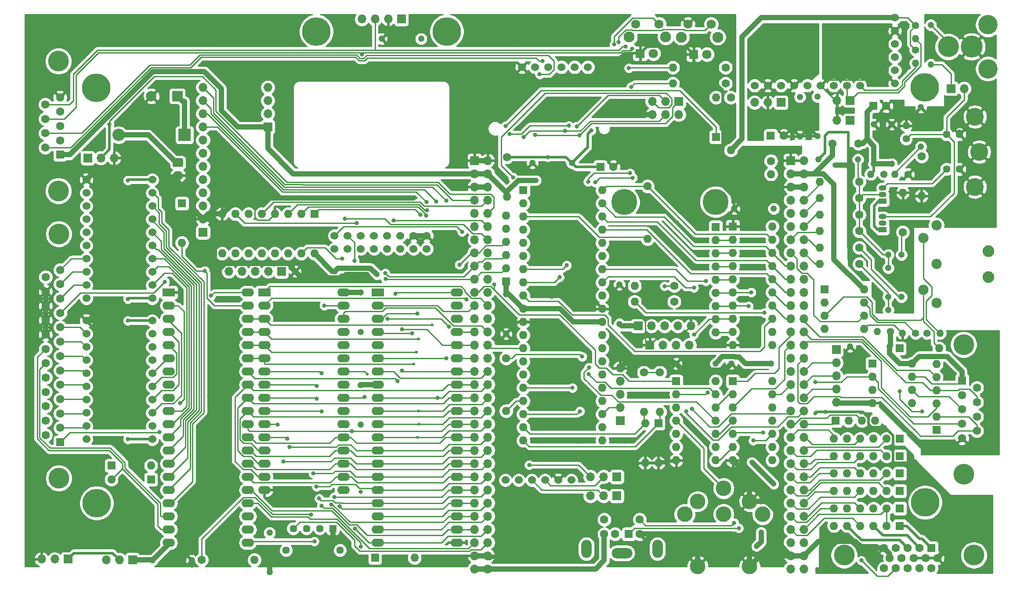
<source format=gbl>
G04 #@! TF.GenerationSoftware,KiCad,Pcbnew,(5.1.7)-1*
G04 #@! TF.CreationDate,2021-12-19T02:36:46+01:00*
G04 #@! TF.ProjectId,CR-VERSION,43522d56-4552-4534-994f-4e2e6b696361,rev?*
G04 #@! TF.SameCoordinates,Original*
G04 #@! TF.FileFunction,Copper,L2,Bot*
G04 #@! TF.FilePolarity,Positive*
%FSLAX46Y46*%
G04 Gerber Fmt 4.6, Leading zero omitted, Abs format (unit mm)*
G04 Created by KiCad (PCBNEW (5.1.7)-1) date 2021-12-19 02:36:46*
%MOMM*%
%LPD*%
G01*
G04 APERTURE LIST*
G04 #@! TA.AperFunction,ComponentPad*
%ADD10C,3.435000*%
G04 #@! TD*
G04 #@! TA.AperFunction,ComponentPad*
%ADD11C,1.446000*%
G04 #@! TD*
G04 #@! TA.AperFunction,ComponentPad*
%ADD12O,1.600000X1.600000*%
G04 #@! TD*
G04 #@! TA.AperFunction,ComponentPad*
%ADD13R,1.600000X1.600000*%
G04 #@! TD*
G04 #@! TA.AperFunction,ComponentPad*
%ADD14O,1.700000X1.700000*%
G04 #@! TD*
G04 #@! TA.AperFunction,ComponentPad*
%ADD15R,1.700000X1.700000*%
G04 #@! TD*
G04 #@! TA.AperFunction,ComponentPad*
%ADD16C,1.217000*%
G04 #@! TD*
G04 #@! TA.AperFunction,ComponentPad*
%ADD17C,1.600000*%
G04 #@! TD*
G04 #@! TA.AperFunction,ComponentPad*
%ADD18O,1.400000X1.400000*%
G04 #@! TD*
G04 #@! TA.AperFunction,ComponentPad*
%ADD19C,1.400000*%
G04 #@! TD*
G04 #@! TA.AperFunction,ComponentPad*
%ADD20R,1.450000X1.450000*%
G04 #@! TD*
G04 #@! TA.AperFunction,ComponentPad*
%ADD21C,1.450000*%
G04 #@! TD*
G04 #@! TA.AperFunction,ComponentPad*
%ADD22C,2.250000*%
G04 #@! TD*
G04 #@! TA.AperFunction,ComponentPad*
%ADD23C,1.980000*%
G04 #@! TD*
G04 #@! TA.AperFunction,ComponentPad*
%ADD24C,1.524000*%
G04 #@! TD*
G04 #@! TA.AperFunction,ComponentPad*
%ADD25C,4.000000*%
G04 #@! TD*
G04 #@! TA.AperFunction,ComponentPad*
%ADD26C,2.000000*%
G04 #@! TD*
G04 #@! TA.AperFunction,ComponentPad*
%ADD27R,2.000000X2.000000*%
G04 #@! TD*
G04 #@! TA.AperFunction,ComponentPad*
%ADD28O,2.400000X1.600000*%
G04 #@! TD*
G04 #@! TA.AperFunction,ComponentPad*
%ADD29R,2.400000X1.600000*%
G04 #@! TD*
G04 #@! TA.AperFunction,ComponentPad*
%ADD30O,2.000000X1.700000*%
G04 #@! TD*
G04 #@! TA.AperFunction,ComponentPad*
%ADD31C,3.720000*%
G04 #@! TD*
G04 #@! TA.AperFunction,ComponentPad*
%ADD32C,4.035000*%
G04 #@! TD*
G04 #@! TA.AperFunction,ComponentPad*
%ADD33C,4.230000*%
G04 #@! TD*
G04 #@! TA.AperFunction,ComponentPad*
%ADD34C,1.214000*%
G04 #@! TD*
G04 #@! TA.AperFunction,ComponentPad*
%ADD35R,1.500000X1.050000*%
G04 #@! TD*
G04 #@! TA.AperFunction,ComponentPad*
%ADD36O,1.500000X1.050000*%
G04 #@! TD*
G04 #@! TA.AperFunction,ComponentPad*
%ADD37O,2.400000X2.400000*%
G04 #@! TD*
G04 #@! TA.AperFunction,ComponentPad*
%ADD38R,2.400000X2.400000*%
G04 #@! TD*
G04 #@! TA.AperFunction,ComponentPad*
%ADD39C,5.000000*%
G04 #@! TD*
G04 #@! TA.AperFunction,ComponentPad*
%ADD40C,5.500000*%
G04 #@! TD*
G04 #@! TA.AperFunction,ComponentPad*
%ADD41C,3.000000*%
G04 #@! TD*
G04 #@! TA.AperFunction,ComponentPad*
%ADD42C,2.100000*%
G04 #@! TD*
G04 #@! TA.AperFunction,ComponentPad*
%ADD43C,1.750000*%
G04 #@! TD*
G04 #@! TA.AperFunction,ComponentPad*
%ADD44C,1.800000*%
G04 #@! TD*
G04 #@! TA.AperFunction,ComponentPad*
%ADD45R,1.800000X1.800000*%
G04 #@! TD*
G04 #@! TA.AperFunction,ComponentPad*
%ADD46O,4.000000X2.000000*%
G04 #@! TD*
G04 #@! TA.AperFunction,ComponentPad*
%ADD47O,2.000000X3.500000*%
G04 #@! TD*
G04 #@! TA.AperFunction,ViaPad*
%ADD48C,0.800000*%
G04 #@! TD*
G04 #@! TA.AperFunction,ViaPad*
%ADD49C,0.600000*%
G04 #@! TD*
G04 #@! TA.AperFunction,Conductor*
%ADD50C,1.000000*%
G04 #@! TD*
G04 #@! TA.AperFunction,Conductor*
%ADD51C,0.254000*%
G04 #@! TD*
G04 #@! TA.AperFunction,Conductor*
%ADD52C,0.500000*%
G04 #@! TD*
G04 #@! TA.AperFunction,Conductor*
%ADD53C,0.250000*%
G04 #@! TD*
G04 #@! TA.AperFunction,Conductor*
%ADD54C,0.100000*%
G04 #@! TD*
G04 APERTURE END LIST*
D10*
X254823000Y-73092000D03*
X254823000Y-59572000D03*
X255633000Y-66332000D03*
D11*
X249333000Y-62982000D03*
X249333000Y-69682000D03*
X251823000Y-62982000D03*
X251823000Y-69682000D03*
D12*
X95994000Y-126832000D03*
D13*
X88374000Y-126832000D03*
D14*
X88882000Y-67523000D03*
X86342000Y-67523000D03*
D15*
X83802000Y-67523000D03*
D14*
X228201000Y-56410500D03*
D15*
X230741000Y-56410500D03*
D14*
X74912000Y-144866000D03*
X77452000Y-144866000D03*
D15*
X79992000Y-144866000D03*
D14*
X87358000Y-144993000D03*
X89898000Y-144993000D03*
D15*
X92438000Y-144993000D03*
D14*
X110980000Y-89367000D03*
X113520000Y-89367000D03*
X116060000Y-89367000D03*
X118600000Y-89367000D03*
D15*
X121140000Y-89367000D03*
D12*
X127490000Y-85938000D03*
X109710000Y-78318000D03*
X124950000Y-85938000D03*
X112250000Y-78318000D03*
X122410000Y-85938000D03*
X114790000Y-78318000D03*
X119870000Y-85938000D03*
X117330000Y-78318000D03*
X117330000Y-85938000D03*
X119870000Y-78318000D03*
X114790000Y-85938000D03*
X122410000Y-78318000D03*
X112250000Y-85938000D03*
X124950000Y-78318000D03*
X109710000Y-85938000D03*
D13*
X127490000Y-78318000D03*
D12*
X101963000Y-83906000D03*
D13*
X101963000Y-76286000D03*
D12*
X88374000Y-129499000D03*
D13*
X95994000Y-129499000D03*
D16*
X123807000Y-89367000D03*
X131427000Y-89367000D03*
D17*
X232337400Y-64703600D03*
X227337400Y-64703600D03*
D14*
X228201000Y-60284000D03*
D15*
X230741000Y-60284000D03*
D18*
X243377500Y-49235000D03*
D19*
X243377500Y-46695000D03*
D18*
X243377500Y-44536000D03*
D19*
X243377500Y-41996000D03*
D18*
X241536000Y-61300000D03*
D19*
X241536000Y-63840000D03*
D14*
X252712000Y-54124500D03*
D15*
X250172000Y-54124500D03*
D18*
X239377000Y-70634500D03*
D19*
X241917000Y-70634500D03*
D18*
X234741500Y-70634500D03*
D19*
X237281500Y-70634500D03*
D18*
X240837500Y-101305000D03*
D19*
X243377500Y-101305000D03*
D18*
X236011500Y-100987500D03*
D19*
X238551500Y-100987500D03*
D18*
X248076500Y-101305000D03*
D19*
X245536500Y-101305000D03*
D20*
X131046000Y-138955999D03*
D21*
X128506000Y-138955999D03*
X125966000Y-138955999D03*
X123426000Y-138955999D03*
X122036000Y-143156001D03*
X132436000Y-143156001D03*
D12*
X233408000Y-92859500D03*
X225788000Y-100479500D03*
X233408000Y-95399500D03*
X225788000Y-97939500D03*
X233408000Y-97939500D03*
X225788000Y-95399500D03*
X233408000Y-100479500D03*
D13*
X225788000Y-92859500D03*
D12*
X247886000Y-104226000D03*
D13*
X240266000Y-104226000D03*
D22*
X257388000Y-90457000D03*
X257388000Y-85477000D03*
D23*
X244888000Y-92967000D03*
X244888000Y-82967000D03*
X247378000Y-95457000D03*
X247378000Y-87967000D03*
X247378000Y-80477000D03*
D24*
X149163000Y-85031000D03*
X149163000Y-82491000D03*
X146623000Y-85031000D03*
X146623000Y-82491000D03*
X144083000Y-85031000D03*
X144083000Y-82491000D03*
X141543000Y-85031000D03*
X141543000Y-82491000D03*
X139003000Y-85031000D03*
X139003000Y-82491000D03*
X136463000Y-85031000D03*
X136463000Y-82491000D03*
X133923000Y-85031000D03*
X133923000Y-82491000D03*
X131383000Y-85031000D03*
X131383000Y-82491000D03*
D25*
X252631000Y-103489000D03*
X252631000Y-128489000D03*
D17*
X255171000Y-120144000D03*
X255171000Y-117374000D03*
X255171000Y-114604000D03*
X255171000Y-111834000D03*
X252331000Y-121529000D03*
X252331000Y-118759000D03*
X252331000Y-115989000D03*
X252331000Y-113219000D03*
D13*
X252331000Y-110449000D03*
D12*
X247378000Y-107274000D03*
X247378000Y-109814000D03*
X247378000Y-112354000D03*
X247378000Y-114894000D03*
X247378000Y-117434000D03*
D13*
X247378000Y-119974000D03*
D25*
X254598000Y-144104000D03*
X229598000Y-144104000D03*
D17*
X237253000Y-146644000D03*
X239543000Y-146644000D03*
X241833000Y-146644000D03*
X244123000Y-146644000D03*
X246413000Y-146644000D03*
X238398000Y-144664000D03*
X240688000Y-144664000D03*
X242978000Y-144664000D03*
X245268000Y-144664000D03*
X247558000Y-144664000D03*
X237253000Y-142684000D03*
X239543000Y-142684000D03*
X241833000Y-142684000D03*
X244123000Y-142684000D03*
D13*
X246413000Y-142684000D03*
D16*
X140444000Y-44536000D03*
X148064000Y-44536000D03*
D14*
X136634000Y-40726000D03*
X139174000Y-40726000D03*
X141714000Y-40726000D03*
D15*
X144254000Y-40726000D03*
D26*
X96074000Y-55585000D03*
D27*
X101074000Y-55585000D03*
D16*
X238742000Y-61046000D03*
X238742000Y-68666000D03*
D17*
X237686000Y-57490000D03*
D13*
X235186000Y-57490000D03*
D16*
X235313000Y-61046000D03*
X235313000Y-68666000D03*
X136380000Y-101051000D03*
X136380000Y-93431000D03*
D28*
X154922000Y-93431000D03*
X139682000Y-141691000D03*
X154922000Y-95971000D03*
X139682000Y-139151000D03*
X154922000Y-98511000D03*
X139682000Y-136611000D03*
X154922000Y-101051000D03*
X139682000Y-134071000D03*
X154922000Y-103591000D03*
X139682000Y-131531000D03*
X154922000Y-106131000D03*
X139682000Y-128991000D03*
X154922000Y-108671000D03*
X139682000Y-126451000D03*
X154922000Y-111211000D03*
X139682000Y-123911000D03*
X154922000Y-113751000D03*
X139682000Y-121371000D03*
X154922000Y-116291000D03*
X139682000Y-118831000D03*
X154922000Y-118831000D03*
X139682000Y-116291000D03*
X154922000Y-121371000D03*
X139682000Y-113751000D03*
X154922000Y-123911000D03*
X139682000Y-111211000D03*
X154922000Y-126451000D03*
X139682000Y-108671000D03*
X154922000Y-128991000D03*
X139682000Y-106131000D03*
X154922000Y-131531000D03*
X139682000Y-103591000D03*
X154922000Y-134071000D03*
X139682000Y-101051000D03*
X154922000Y-136611000D03*
X139682000Y-98511000D03*
X154922000Y-139151000D03*
X139682000Y-95971000D03*
X154922000Y-141691000D03*
D29*
X139682000Y-93431000D03*
D28*
X114663000Y-93431000D03*
X99423000Y-141691000D03*
X114663000Y-95971000D03*
X99423000Y-139151000D03*
X114663000Y-98511000D03*
X99423000Y-136611000D03*
X114663000Y-101051000D03*
X99423000Y-134071000D03*
X114663000Y-103591000D03*
X99423000Y-131531000D03*
X114663000Y-106131000D03*
X99423000Y-128991000D03*
X114663000Y-108671000D03*
X99423000Y-126451000D03*
X114663000Y-111211000D03*
X99423000Y-123911000D03*
X114663000Y-113751000D03*
X99423000Y-121371000D03*
X114663000Y-116291000D03*
X99423000Y-118831000D03*
X114663000Y-118831000D03*
X99423000Y-116291000D03*
X114663000Y-121371000D03*
X99423000Y-113751000D03*
X114663000Y-123911000D03*
X99423000Y-111211000D03*
X114663000Y-126451000D03*
X99423000Y-108671000D03*
X114663000Y-128991000D03*
X99423000Y-106131000D03*
X114663000Y-131531000D03*
X99423000Y-103591000D03*
X114663000Y-134071000D03*
X99423000Y-101051000D03*
X114663000Y-136611000D03*
X99423000Y-98511000D03*
X114663000Y-139151000D03*
X99423000Y-95971000D03*
X114663000Y-141691000D03*
D29*
X99423000Y-93431000D03*
D28*
X133078000Y-93431000D03*
X117838000Y-131531000D03*
X133078000Y-95971000D03*
X117838000Y-128991000D03*
X133078000Y-98511000D03*
X117838000Y-126451000D03*
X133078000Y-101051000D03*
X117838000Y-123911000D03*
X133078000Y-103591000D03*
X117838000Y-121371000D03*
X133078000Y-106131000D03*
X117838000Y-118831000D03*
X133078000Y-108671000D03*
X117838000Y-116291000D03*
X133078000Y-111211000D03*
X117838000Y-113751000D03*
X133078000Y-113751000D03*
X117838000Y-111211000D03*
X133078000Y-116291000D03*
X117838000Y-108671000D03*
X133078000Y-118831000D03*
X117838000Y-106131000D03*
X133078000Y-121371000D03*
X117838000Y-103591000D03*
X133078000Y-123911000D03*
X117838000Y-101051000D03*
X133078000Y-126451000D03*
X117838000Y-98511000D03*
X133078000Y-128991000D03*
X117838000Y-95971000D03*
X133078000Y-131531000D03*
D29*
X117838000Y-93431000D03*
D16*
X177150000Y-68480000D03*
X169530000Y-68480000D03*
X96248000Y-145120000D03*
X103868000Y-145120000D03*
D14*
X228074000Y-114640000D03*
X228074000Y-112100000D03*
X228074000Y-109560000D03*
X228074000Y-107020000D03*
D15*
X228074000Y-104480000D03*
D16*
X118854000Y-139786000D03*
X118854000Y-147406000D03*
D30*
X101201000Y-70912000D03*
G04 #@! TA.AperFunction,ComponentPad*
G36*
G01*
X100451000Y-67562000D02*
X101951000Y-67562000D01*
G75*
G02*
X102201000Y-67812000I0J-250000D01*
G01*
X102201000Y-69012000D01*
G75*
G02*
X101951000Y-69262000I-250000J0D01*
G01*
X100451000Y-69262000D01*
G75*
G02*
X100201000Y-69012000I0J250000D01*
G01*
X100201000Y-67812000D01*
G75*
G02*
X100451000Y-67562000I250000J0D01*
G01*
G37*
G04 #@! TD.AperFunction*
D13*
X227947000Y-118196000D03*
D12*
X230487000Y-118196000D03*
X233027000Y-118196000D03*
X235567000Y-118196000D03*
D24*
X83548000Y-92034000D03*
X83548000Y-94574000D03*
X83548000Y-89494000D03*
X83548000Y-86954000D03*
X83548000Y-84414000D03*
X83548000Y-81874000D03*
X83548000Y-79334000D03*
X83548000Y-76794000D03*
X83548000Y-74254000D03*
X83548000Y-71714000D03*
X96248000Y-71714000D03*
X96248000Y-74254000D03*
X96248000Y-76794000D03*
X96248000Y-79334000D03*
X96248000Y-81874000D03*
X96248000Y-84414000D03*
X96248000Y-86954000D03*
X96248000Y-89494000D03*
X96248000Y-94574000D03*
X96248000Y-92034000D03*
X83548000Y-119212000D03*
X83548000Y-121752000D03*
X83548000Y-116672000D03*
X83548000Y-114132000D03*
X83548000Y-111592000D03*
X83548000Y-109052000D03*
X83548000Y-106512000D03*
X83548000Y-103972000D03*
X83548000Y-101432000D03*
X83548000Y-98892000D03*
X96248000Y-98892000D03*
X96248000Y-101432000D03*
X96248000Y-103972000D03*
X96248000Y-106512000D03*
X96248000Y-109052000D03*
X96248000Y-111592000D03*
X96248000Y-114132000D03*
X96248000Y-116672000D03*
X96248000Y-121752000D03*
X96248000Y-119212000D03*
D31*
X257322500Y-50310000D03*
X257322500Y-41810000D03*
D32*
X249672500Y-46060000D03*
D33*
X254172500Y-46060000D03*
D34*
X240647000Y-94320000D03*
X238107000Y-94320000D03*
X238107000Y-96860000D03*
X240647000Y-86192000D03*
X238107000Y-86192000D03*
X238107000Y-88732000D03*
D12*
X224899000Y-87970000D03*
D17*
X232519000Y-87970000D03*
D12*
X224899000Y-84795000D03*
D17*
X232519000Y-84795000D03*
D12*
X244520500Y-74825500D03*
D17*
X244520500Y-67205500D03*
D12*
X240901000Y-74190500D03*
D17*
X240901000Y-81810500D03*
D12*
X224899000Y-81620000D03*
D17*
X232519000Y-81620000D03*
D12*
X224899000Y-78445000D03*
D17*
X232519000Y-78445000D03*
D12*
X224899000Y-75270000D03*
D17*
X232519000Y-75270000D03*
D12*
X224899000Y-72095000D03*
D17*
X232519000Y-72095000D03*
D35*
X237027500Y-81366000D03*
D36*
X237027500Y-78826000D03*
X237027500Y-80096000D03*
D35*
X237027500Y-75841500D03*
D36*
X237027500Y-73301500D03*
X237027500Y-74571500D03*
D16*
X244393500Y-57744000D03*
X244393500Y-65364000D03*
X246298500Y-49489000D03*
X246298500Y-41869000D03*
X224645000Y-67777000D03*
X232265000Y-67777000D03*
D24*
X180195000Y-49997000D03*
X177655000Y-49997000D03*
X175115000Y-49997000D03*
X172575000Y-49997000D03*
X170035000Y-49997000D03*
X167495000Y-49997000D03*
D16*
X204833000Y-107147000D03*
X197213000Y-107147000D03*
X215501000Y-107147000D03*
X207881000Y-107147000D03*
X238361000Y-103845000D03*
X230741000Y-103845000D03*
X216021700Y-77302000D03*
X208401700Y-77302000D03*
D12*
X182989000Y-73746000D03*
X167749000Y-122006000D03*
X182989000Y-76286000D03*
X167749000Y-119466000D03*
X182989000Y-78826000D03*
X167749000Y-116926000D03*
X182989000Y-81366000D03*
X167749000Y-114386000D03*
X182989000Y-83906000D03*
X167749000Y-111846000D03*
X182989000Y-86446000D03*
X167749000Y-109306000D03*
X182989000Y-88986000D03*
X167749000Y-106766000D03*
X182989000Y-91526000D03*
X167749000Y-104226000D03*
X182989000Y-94066000D03*
X167749000Y-101686000D03*
X182989000Y-96606000D03*
X167749000Y-99146000D03*
X182989000Y-99146000D03*
X167749000Y-96606000D03*
X182989000Y-101686000D03*
X167749000Y-94066000D03*
X182989000Y-104226000D03*
X167749000Y-91526000D03*
X182989000Y-106766000D03*
X167749000Y-88986000D03*
X182989000Y-109306000D03*
X167749000Y-86446000D03*
X182989000Y-111846000D03*
X167749000Y-83906000D03*
X182989000Y-114386000D03*
X167749000Y-81366000D03*
X182989000Y-116926000D03*
X167749000Y-78826000D03*
X182989000Y-119466000D03*
X167749000Y-76286000D03*
X182989000Y-122006000D03*
D13*
X167749000Y-73746000D03*
D37*
X89771000Y-63078000D03*
D38*
X102471000Y-63078000D03*
D25*
X78168000Y-73848000D03*
X78168000Y-48848000D03*
D17*
X75628000Y-57193000D03*
X75628000Y-59963000D03*
X75628000Y-62733000D03*
X75628000Y-65503000D03*
X78468000Y-55808000D03*
X78468000Y-58578000D03*
X78468000Y-61348000D03*
X78468000Y-64118000D03*
D13*
X78468000Y-66888000D03*
D12*
X164421600Y-78610100D03*
X164421600Y-81150100D03*
X164421600Y-83690100D03*
X164421600Y-86230100D03*
X164421600Y-88770100D03*
D13*
X164421600Y-91310100D03*
D12*
X146794000Y-144612000D03*
D13*
X139174000Y-144612000D03*
D16*
X136405400Y-111338000D03*
X136405400Y-118958000D03*
D12*
X164637500Y-74952500D03*
D17*
X164637500Y-67332500D03*
D39*
X187180000Y-76032000D03*
X204833000Y-75968500D03*
D12*
X189212000Y-92161000D03*
D17*
X196832000Y-92161000D03*
D12*
X189212000Y-95209000D03*
D17*
X196832000Y-95209000D03*
D14*
X199753000Y-103591000D03*
X197213000Y-103591000D03*
X194673000Y-103591000D03*
D15*
X192133000Y-103591000D03*
D14*
X200070500Y-99908000D03*
X197530500Y-99908000D03*
X194990500Y-99908000D03*
X192450500Y-99908000D03*
D15*
X189910500Y-99908000D03*
D12*
X190990000Y-116481500D03*
D17*
X190990000Y-108861500D03*
D12*
X194101500Y-116481500D03*
D17*
X194101500Y-108861500D03*
D15*
X186418000Y-118196000D03*
D14*
X186418000Y-115656000D03*
X186418000Y-113116000D03*
X186418000Y-110576000D03*
X186418000Y-108036000D03*
D16*
X186291000Y-99527000D03*
X186291000Y-91907000D03*
X164447000Y-93812000D03*
X164447000Y-101432000D03*
D40*
X245160000Y-53890000D03*
D12*
X193784000Y-126324000D03*
X191244000Y-118704000D03*
X191244000Y-126324000D03*
D13*
X193784000Y-118704000D03*
D12*
X204833000Y-110576000D03*
X197213000Y-125816000D03*
X204833000Y-113116000D03*
X197213000Y-123276000D03*
X204833000Y-115656000D03*
X197213000Y-120736000D03*
X204833000Y-118196000D03*
X197213000Y-118196000D03*
X204833000Y-120736000D03*
X197213000Y-115656000D03*
X204833000Y-123276000D03*
X197213000Y-113116000D03*
X204833000Y-125816000D03*
D13*
X197213000Y-110576000D03*
D17*
X217950200Y-63230400D03*
D13*
X215450200Y-63230400D03*
D16*
X224441800Y-63332000D03*
X224441800Y-55712000D03*
X221073760Y-63352320D03*
X221073760Y-55732320D03*
D14*
X212338700Y-56804200D03*
X214878700Y-56804200D03*
D15*
X217418700Y-56804200D03*
D41*
X211373000Y-146228000D03*
X206373000Y-131228000D03*
X213873000Y-136228000D03*
X211373000Y-133728000D03*
X206373000Y-136228000D03*
X201373000Y-133728000D03*
X198873000Y-136228000D03*
X201373000Y-146228000D03*
D24*
X177020000Y-129626000D03*
X174480000Y-129626000D03*
X171940000Y-129626000D03*
X169400000Y-129626000D03*
X166860000Y-129626000D03*
X164320000Y-129626000D03*
D14*
X180703000Y-128991000D03*
X183243000Y-128991000D03*
D15*
X185783000Y-128991000D03*
D40*
X153017000Y-43139000D03*
X127871000Y-43139000D03*
X85480000Y-53990000D03*
X245219000Y-133944000D03*
X85540000Y-134050000D03*
D25*
X78231500Y-129253500D03*
X78231500Y-82153500D03*
D17*
X75691500Y-90468500D03*
X75691500Y-93238500D03*
X75691500Y-96008500D03*
X75691500Y-98778500D03*
X75691500Y-101548500D03*
X75691500Y-104318500D03*
X75691500Y-107088500D03*
X75691500Y-109858500D03*
X75691500Y-112628500D03*
X75691500Y-115398500D03*
X75691500Y-118168500D03*
X75691500Y-120938500D03*
X78531500Y-89083500D03*
X78531500Y-91853500D03*
X78531500Y-94623500D03*
X78531500Y-97393500D03*
X78531500Y-100163500D03*
X78531500Y-102933500D03*
X78531500Y-105703500D03*
X78531500Y-108473500D03*
X78531500Y-111243500D03*
X78531500Y-114013500D03*
X78531500Y-116783500D03*
X78531500Y-119553500D03*
D13*
X78531500Y-122323500D03*
D12*
X207754000Y-65999000D03*
D17*
X207754000Y-55839000D03*
D12*
X164447000Y-116291000D03*
D17*
X164447000Y-106131000D03*
D12*
X115933000Y-144993000D03*
D17*
X105773000Y-144993000D03*
D14*
X180703000Y-132674000D03*
X183243000Y-132674000D03*
D15*
X185783000Y-132674000D03*
D12*
X215475600Y-70621800D03*
D17*
X215475600Y-68081800D03*
D12*
X204896500Y-55839000D03*
D13*
X204896500Y-63459000D03*
D12*
X215755000Y-110576000D03*
X208135000Y-125816000D03*
X215755000Y-113116000D03*
X208135000Y-123276000D03*
X215755000Y-115656000D03*
X208135000Y-120736000D03*
X215755000Y-118196000D03*
X208135000Y-118196000D03*
X215755000Y-120736000D03*
X208135000Y-115656000D03*
X215755000Y-123276000D03*
X208135000Y-113116000D03*
X215755000Y-125816000D03*
D13*
X208135000Y-110576000D03*
D12*
X204833000Y-101178000D03*
X204833000Y-98638000D03*
X204833000Y-96098000D03*
X204833000Y-93558000D03*
X204833000Y-91018000D03*
X204833000Y-88478000D03*
X204833000Y-85938000D03*
X204833000Y-83398000D03*
D13*
X204833000Y-80858000D03*
D12*
X196578000Y-53172000D03*
D17*
X206738000Y-53172000D03*
D12*
X196578000Y-50060500D03*
D17*
X206738000Y-50060500D03*
D12*
X215755000Y-80731000D03*
X208135000Y-103591000D03*
X215755000Y-83271000D03*
X208135000Y-101051000D03*
X215755000Y-85811000D03*
X208135000Y-98511000D03*
X215755000Y-88351000D03*
X208135000Y-95971000D03*
X215755000Y-90891000D03*
X208135000Y-93431000D03*
X215755000Y-93431000D03*
X208135000Y-90891000D03*
X215755000Y-95971000D03*
X208135000Y-88351000D03*
X215755000Y-98511000D03*
X208135000Y-85811000D03*
X215755000Y-101051000D03*
X208135000Y-83271000D03*
X215755000Y-103591000D03*
D13*
X208135000Y-80731000D03*
D12*
X191688500Y-83144000D03*
D17*
X191688500Y-72984000D03*
D24*
X212351400Y-53553000D03*
X214891400Y-53553000D03*
X217431400Y-53553000D03*
X219971400Y-53553000D03*
X222511400Y-53553000D03*
X225051400Y-53553000D03*
X227591400Y-53553000D03*
X230131400Y-53553000D03*
X232671400Y-53553000D03*
X239377000Y-40472000D03*
X239377000Y-43012000D03*
X239377000Y-45552000D03*
X239377000Y-48092000D03*
X239377000Y-50632000D03*
X239377000Y-53172000D03*
D17*
X185108000Y-69237500D03*
D13*
X182608000Y-69237500D03*
D12*
X242679000Y-107147000D03*
X235059000Y-114767000D03*
X242679000Y-109687000D03*
X235059000Y-112227000D03*
X242679000Y-112227000D03*
X235059000Y-109687000D03*
X242679000Y-114767000D03*
D13*
X235059000Y-107147000D03*
D42*
X188190600Y-44181200D03*
D43*
X189440600Y-41691200D03*
X193940600Y-41691200D03*
D42*
X195200600Y-44181200D03*
D44*
X203156600Y-47538280D03*
D45*
X200616600Y-47538280D03*
D44*
X192818800Y-47355400D03*
D45*
X190278800Y-47355400D03*
D42*
X198223600Y-44206600D03*
D43*
X199473600Y-41716600D03*
X203973600Y-41716600D03*
D42*
X205233600Y-44206600D03*
D14*
X118521800Y-53908200D03*
X118521800Y-56448200D03*
X118521800Y-58988200D03*
D15*
X118521800Y-61528200D03*
D14*
X106025000Y-53895500D03*
X106025000Y-56435500D03*
X106025000Y-58975500D03*
X106025000Y-61515500D03*
X106025000Y-64055500D03*
X106025000Y-66595500D03*
X106025000Y-69135500D03*
X106025000Y-71675500D03*
X106025000Y-74215500D03*
X106025000Y-76755500D03*
X106025000Y-79295500D03*
D15*
X106025000Y-81835500D03*
D46*
X186769000Y-143690000D03*
D17*
X183369000Y-137240000D03*
X190169000Y-137240000D03*
X183369000Y-140040000D03*
X190169000Y-140040000D03*
X185469000Y-140040000D03*
D13*
X188069000Y-140040000D03*
D47*
X193619000Y-142890000D03*
X179919000Y-142890000D03*
D12*
X227642080Y-128350920D03*
X230182080Y-128350920D03*
X232722080Y-128350920D03*
X235262080Y-128350920D03*
X237802080Y-128350920D03*
D13*
X240342080Y-128350920D03*
D12*
X227647160Y-121640240D03*
X230187160Y-121640240D03*
X232727160Y-121640240D03*
X235267160Y-121640240D03*
X237807160Y-121640240D03*
D13*
X240347160Y-121640240D03*
D12*
X227642080Y-124998120D03*
X230182080Y-124998120D03*
X232722080Y-124998120D03*
X235262080Y-124998120D03*
X237802080Y-124998120D03*
D13*
X240342080Y-124998120D03*
D12*
X227647160Y-131724040D03*
X230187160Y-131724040D03*
X232727160Y-131724040D03*
X235267160Y-131724040D03*
X237807160Y-131724040D03*
D13*
X240347160Y-131724040D03*
D12*
X227642080Y-135081920D03*
X230182080Y-135081920D03*
X232722080Y-135081920D03*
X235262080Y-135081920D03*
X237802080Y-135081920D03*
D13*
X240342080Y-135081920D03*
D12*
X227637000Y-138439800D03*
X230177000Y-138439800D03*
X232717000Y-138439800D03*
X235257000Y-138439800D03*
X237797000Y-138439800D03*
D13*
X240337000Y-138439800D03*
D14*
X221840000Y-146740000D03*
X219300000Y-146740000D03*
X221840000Y-144200000D03*
X219300000Y-144200000D03*
X221840000Y-141660000D03*
X219300000Y-141660000D03*
X221840000Y-139120000D03*
X219300000Y-139120000D03*
X221840000Y-136580000D03*
X219300000Y-136580000D03*
X221840000Y-134040000D03*
X219300000Y-134040000D03*
X221840000Y-131500000D03*
X219300000Y-131500000D03*
X221840000Y-128960000D03*
X219300000Y-128960000D03*
X221840000Y-126420000D03*
X219300000Y-126420000D03*
X221840000Y-123880000D03*
X219300000Y-123880000D03*
X221840000Y-121340000D03*
X219300000Y-121340000D03*
X221840000Y-118800000D03*
X219300000Y-118800000D03*
X221840000Y-116260000D03*
X219300000Y-116260000D03*
X221840000Y-113720000D03*
X219300000Y-113720000D03*
X221840000Y-111180000D03*
X219300000Y-111180000D03*
X221840000Y-108640000D03*
X219300000Y-108640000D03*
X221840000Y-106100000D03*
X219300000Y-106100000D03*
X221840000Y-103560000D03*
X219300000Y-103560000D03*
X221840000Y-101020000D03*
X219300000Y-101020000D03*
X221840000Y-98480000D03*
X219300000Y-98480000D03*
X221840000Y-95940000D03*
X219300000Y-95940000D03*
X221840000Y-93400000D03*
X219300000Y-93400000D03*
X221840000Y-90860000D03*
X219300000Y-90860000D03*
X221840000Y-88320000D03*
X219300000Y-88320000D03*
X221840000Y-85780000D03*
X219300000Y-85780000D03*
X221840000Y-83240000D03*
X219300000Y-83240000D03*
X221840000Y-80700000D03*
X219300000Y-80700000D03*
X221840000Y-78160000D03*
X219300000Y-78160000D03*
X221840000Y-75620000D03*
X219300000Y-75620000D03*
X221840000Y-73080000D03*
X219300000Y-73080000D03*
X221840000Y-70540000D03*
X219300000Y-70540000D03*
X221840000Y-68000000D03*
D15*
X219300000Y-68000000D03*
X197721000Y-56601000D03*
D14*
X197721000Y-59141000D03*
X195181000Y-56601000D03*
X195181000Y-59141000D03*
X192641000Y-56601000D03*
X192641000Y-59141000D03*
D15*
X158360000Y-68000000D03*
D14*
X160900000Y-68000000D03*
X158360000Y-70540000D03*
X160900000Y-70540000D03*
X158360000Y-73080000D03*
X160900000Y-73080000D03*
X158360000Y-75620000D03*
X160900000Y-75620000D03*
X158360000Y-78160000D03*
X160900000Y-78160000D03*
X158360000Y-80700000D03*
X160900000Y-80700000D03*
X158360000Y-83240000D03*
X160900000Y-83240000D03*
X158360000Y-85780000D03*
X160900000Y-85780000D03*
X158360000Y-88320000D03*
X160900000Y-88320000D03*
X158360000Y-90860000D03*
X160900000Y-90860000D03*
X158360000Y-93400000D03*
X160900000Y-93400000D03*
X158360000Y-95940000D03*
X160900000Y-95940000D03*
X158360000Y-98480000D03*
X160900000Y-98480000D03*
X158360000Y-101020000D03*
X160900000Y-101020000D03*
X158360000Y-103560000D03*
X160900000Y-103560000D03*
X158360000Y-106100000D03*
X160900000Y-106100000D03*
X158360000Y-108640000D03*
X160900000Y-108640000D03*
X158360000Y-111180000D03*
X160900000Y-111180000D03*
X158360000Y-113720000D03*
X160900000Y-113720000D03*
X158360000Y-116260000D03*
X160900000Y-116260000D03*
X158360000Y-118800000D03*
X160900000Y-118800000D03*
X158360000Y-121340000D03*
X160900000Y-121340000D03*
X158360000Y-123880000D03*
X160900000Y-123880000D03*
X158360000Y-126420000D03*
X160900000Y-126420000D03*
X158360000Y-128960000D03*
X160900000Y-128960000D03*
X158360000Y-131500000D03*
X160900000Y-131500000D03*
X158360000Y-134040000D03*
X160900000Y-134040000D03*
X158360000Y-136580000D03*
X160900000Y-136580000D03*
X158360000Y-139120000D03*
X160900000Y-139120000D03*
X158360000Y-141660000D03*
X160900000Y-141660000D03*
X158360000Y-144200000D03*
X160900000Y-144200000D03*
X158360000Y-146740000D03*
X160900000Y-146740000D03*
D48*
X139555000Y-90002000D03*
X170225500Y-71841000D03*
X214231000Y-97368000D03*
X240266000Y-112516000D03*
X244584000Y-116418000D03*
X136404481Y-88756481D03*
X91549000Y-121752000D03*
X91549000Y-94701000D03*
X91549000Y-71841000D03*
X91549000Y-98892000D03*
X136405400Y-131886600D03*
X123680000Y-98257000D03*
X126982000Y-132801000D03*
X137777767Y-90156460D03*
X123764001Y-128779999D03*
X108313000Y-90383000D03*
X185501100Y-59041900D03*
X178163000Y-43393000D03*
X164701000Y-43393000D03*
X112123000Y-43520000D03*
X171940000Y-144612000D03*
X198483000Y-140040000D03*
X178925000Y-51521000D03*
X176639000Y-51775000D03*
X167368000Y-61300000D03*
X172067000Y-99146000D03*
X194673000Y-135722000D03*
X224010000Y-116697400D03*
X215120000Y-42250000D03*
X222740000Y-42250000D03*
X222740000Y-51140000D03*
X215120000Y-51140000D03*
X211310000Y-67650000D03*
X133840000Y-42250000D03*
X147810000Y-42250000D03*
X95740000Y-40980000D03*
X146540000Y-75270000D03*
X152890000Y-85430000D03*
X152890000Y-87970000D03*
X185910000Y-85430000D03*
X178290000Y-122260000D03*
X187180000Y-122260000D03*
X192260000Y-113370000D03*
X226456001Y-141403999D03*
X226550000Y-146390000D03*
X237462923Y-119446001D03*
X225968011Y-116491989D03*
X173210000Y-94320000D03*
X173464000Y-80350000D03*
X173464000Y-87335000D03*
X173464000Y-77683000D03*
X173591000Y-68793000D03*
X192260000Y-86446000D03*
X192641000Y-92288000D03*
X200261000Y-128737000D03*
X203055000Y-136992000D03*
X205595000Y-146009000D03*
X107424000Y-103337000D03*
X127490000Y-51140000D03*
X146540000Y-51140000D03*
X74150000Y-52410000D03*
X74150000Y-43520000D03*
X104630000Y-136230000D03*
X104630000Y-131150000D03*
X107170000Y-113370000D03*
X107170000Y-122260000D03*
X86850000Y-140040000D03*
X75420000Y-138770000D03*
X164320000Y-124800000D03*
X255760000Y-134960000D03*
X255760000Y-138770000D03*
X258300000Y-123530000D03*
X258300000Y-101940000D03*
X194800000Y-68920000D03*
X174480000Y-133690000D03*
X174480000Y-138770000D03*
X242952370Y-121529000D03*
X243060000Y-126070000D03*
X212300600Y-59776000D03*
X220758800Y-60868200D03*
X86850000Y-98892000D03*
X74404000Y-69555000D03*
X257157000Y-106766000D03*
X249283000Y-109433000D03*
X89390000Y-121752000D03*
X110091000Y-94574000D03*
X212580000Y-91780000D03*
X212580000Y-88605000D03*
X212580000Y-86065000D03*
X212580000Y-83525000D03*
X212580000Y-80985000D03*
X201785000Y-83525000D03*
X201785000Y-80985000D03*
X201785000Y-86065000D03*
X201785000Y-88605000D03*
X128760000Y-98130000D03*
X112250000Y-53680000D03*
X116060000Y-59395000D03*
X109075000Y-65110000D03*
X109075000Y-72095000D03*
X237345000Y-84160000D03*
X234170000Y-76540000D03*
X230995000Y-86065000D03*
X241155000Y-96860000D03*
X241155000Y-77810000D03*
X236075000Y-93050000D03*
X236075000Y-72095000D03*
X227820000Y-68920000D03*
X230868000Y-69682000D03*
X210802000Y-107147000D03*
X211818000Y-126197000D03*
X216009000Y-130388000D03*
X213596000Y-139659000D03*
X212707000Y-142387000D03*
X208389000Y-137881000D03*
X211691000Y-93431000D03*
X209278000Y-138897000D03*
X212072000Y-122006000D03*
X211183000Y-96098000D03*
X179107412Y-105822678D03*
X180322000Y-109179000D03*
X180414000Y-107909000D03*
X202928000Y-91272000D03*
X213977000Y-120482000D03*
X178671000Y-116354500D03*
X177210500Y-111846000D03*
X178607500Y-63141500D03*
X170035000Y-63043000D03*
X176131000Y-88224000D03*
X178099500Y-61427000D03*
X174734000Y-90510000D03*
X175813500Y-62316000D03*
X167868803Y-63468284D03*
X172511500Y-67332500D03*
X180893500Y-62189000D03*
X200642000Y-92542000D03*
X203293022Y-112719022D03*
X143111000Y-93685006D03*
X143526990Y-110576000D03*
X164320000Y-61363500D03*
X162142010Y-91907000D03*
X224010000Y-110703000D03*
X194977999Y-92224500D03*
X199118000Y-116418000D03*
X136634000Y-47549010D03*
X188778798Y-46479990D03*
X200260994Y-115910000D03*
X187434002Y-46025979D03*
X232900000Y-145120000D03*
X176540500Y-61300000D03*
X165145500Y-62887500D03*
X171432000Y-48854000D03*
X170917585Y-51399733D03*
X200642000Y-101559000D03*
X188101010Y-50187500D03*
X188323000Y-70444000D03*
X180253511Y-72095000D03*
X181592000Y-72222000D03*
X188831000Y-71333000D03*
X188548489Y-53780500D03*
X126855000Y-136258500D03*
X185274999Y-45640979D03*
X186144754Y-45147471D03*
X165780500Y-71269500D03*
X168892000Y-126705000D03*
X134729000Y-120228000D03*
X151239000Y-113751000D03*
D49*
X150230957Y-99707990D03*
X147614906Y-102448000D03*
X147614908Y-116291000D03*
X147683000Y-118831000D03*
X147160897Y-104988000D03*
X146706886Y-107274000D03*
X147429000Y-121371000D03*
D48*
X122283000Y-121625000D03*
X122664000Y-123276000D03*
X120378000Y-118958000D03*
X121521000Y-126070000D03*
X127271000Y-128356000D03*
X129395000Y-95971000D03*
X127906000Y-130896000D03*
X127963010Y-113920710D03*
X131309094Y-132895945D03*
X128414000Y-133182000D03*
X127963010Y-111465000D03*
X132332676Y-134689324D03*
D49*
X137650000Y-109179000D03*
D48*
X128887000Y-109052000D03*
X130760382Y-134321977D03*
X128887000Y-134579004D03*
X128890031Y-116418000D03*
X135339917Y-138980701D03*
X136382391Y-142443242D03*
X144346010Y-100580000D03*
X144346010Y-108544000D03*
X127490000Y-141437000D03*
X107550998Y-94066000D03*
X97645000Y-120355000D03*
X98661000Y-91399000D03*
X106373000Y-89283000D03*
X101582000Y-114767000D03*
X147302000Y-97495000D03*
X141159108Y-89748003D03*
X146286000Y-101305000D03*
X141220585Y-90830989D03*
X152947001Y-106131000D03*
X155465000Y-88097000D03*
X141587001Y-98501400D03*
X153416989Y-100035000D03*
X137222999Y-113624000D03*
X156827000Y-94828000D03*
X147936992Y-78445000D03*
X133332000Y-79207000D03*
X135237000Y-87335000D03*
X155938000Y-81747000D03*
X142730000Y-79588000D03*
X135618000Y-80042011D03*
X150985000Y-75905000D03*
X152890000Y-75778000D03*
X149080000Y-76032000D03*
X86342000Y-63459000D03*
X112123000Y-50428800D03*
X149022574Y-78629426D03*
X149184699Y-77588586D03*
X132853829Y-86953999D03*
X87993000Y-61046000D03*
D50*
X136532400Y-111211000D02*
X136405400Y-111338000D01*
X139682000Y-111211000D02*
X136532400Y-111211000D01*
X136380000Y-93431000D02*
X133078000Y-93431000D01*
X99423000Y-141945000D02*
X96248000Y-145120000D01*
X99423000Y-141691000D02*
X99423000Y-141945000D01*
X96121000Y-144993000D02*
X96248000Y-145120000D01*
X92438000Y-144993000D02*
X96121000Y-144993000D01*
X160900000Y-70540000D02*
X158360000Y-70540000D01*
X164637500Y-74277500D02*
X164637500Y-74952500D01*
X160900000Y-70540000D02*
X164637500Y-74277500D01*
X164955000Y-93812000D02*
X167749000Y-96606000D01*
X164447000Y-93812000D02*
X164955000Y-93812000D01*
X164421600Y-93786600D02*
X164447000Y-93812000D01*
X164421600Y-91310100D02*
X164421600Y-93786600D01*
X166793998Y-71841000D02*
X170225500Y-71841000D01*
X164637500Y-73997498D02*
X166793998Y-71841000D01*
X164637500Y-74952500D02*
X164637500Y-73997498D01*
X186672000Y-99908000D02*
X186291000Y-99527000D01*
X189910500Y-99908000D02*
X186672000Y-99908000D01*
D51*
X190990000Y-108861500D02*
X194101500Y-108861500D01*
D50*
X221840000Y-70540000D02*
X219300000Y-70540000D01*
X177364070Y-99146000D02*
X182989000Y-99146000D01*
X167749000Y-96606000D02*
X174824070Y-96606000D01*
X174824070Y-96606000D02*
X177364070Y-99146000D01*
X221840000Y-70540000D02*
X225184000Y-70540000D01*
X209913000Y-44155000D02*
X209913000Y-63840000D01*
X213596000Y-40472000D02*
X209913000Y-44155000D01*
X209913000Y-63840000D02*
X207754000Y-65999000D01*
X239377000Y-40472000D02*
X213596000Y-40472000D01*
D51*
X189212000Y-95209000D02*
X191371000Y-97368000D01*
X191371000Y-97368000D02*
X214231000Y-97368000D01*
X242662038Y-116418000D02*
X244584000Y-116418000D01*
X240266000Y-114021962D02*
X242662038Y-116418000D01*
X240266000Y-112516000D02*
X240266000Y-114021962D01*
X251696000Y-111084000D02*
X252331000Y-110449000D01*
X246489000Y-111084000D02*
X251696000Y-111084000D01*
X245092000Y-109687000D02*
X246489000Y-111084000D01*
X242679000Y-109687000D02*
X245092000Y-109687000D01*
D50*
X233408000Y-92859500D02*
X227629500Y-87081000D01*
X225564002Y-70540000D02*
X225184000Y-70540000D01*
X227629500Y-72605498D02*
X225564002Y-70540000D01*
X227629500Y-87081000D02*
X227629500Y-72605498D01*
X238551500Y-103654500D02*
X238361000Y-103845000D01*
X238551500Y-100987500D02*
X238551500Y-103654500D01*
X240326998Y-107147000D02*
X242679000Y-107147000D01*
X238361000Y-105181002D02*
X240326998Y-107147000D01*
X238361000Y-103845000D02*
X238361000Y-105181002D01*
X244052001Y-105773999D02*
X242679000Y-107147000D01*
X249455999Y-105773999D02*
X244052001Y-105773999D01*
X252331000Y-108649000D02*
X249455999Y-105773999D01*
X252331000Y-110449000D02*
X252331000Y-108649000D01*
D51*
X241853500Y-40472000D02*
X243377500Y-41996000D01*
X239377000Y-40472000D02*
X241853500Y-40472000D01*
X242350499Y-45667999D02*
X243377500Y-46695000D01*
X242350499Y-43023001D02*
X242350499Y-45667999D01*
X243377500Y-41996000D02*
X242350499Y-43023001D01*
D50*
X223818582Y-70540000D02*
X221840000Y-70540000D01*
X227337400Y-67021182D02*
X223818582Y-70540000D01*
X227337400Y-64703600D02*
X227337400Y-67021182D01*
X132037519Y-88756481D02*
X131427000Y-89367000D01*
X139555000Y-90002000D02*
X138309481Y-88756481D01*
X136404481Y-88756481D02*
X132037519Y-88756481D01*
X138309481Y-88756481D02*
X136404481Y-88756481D01*
X130919000Y-89367000D02*
X127490000Y-85938000D01*
X131427000Y-89367000D02*
X130919000Y-89367000D01*
X158360000Y-70540000D02*
X123395000Y-70540000D01*
X118521800Y-65666800D02*
X118521800Y-61528200D01*
X123395000Y-70540000D02*
X118521800Y-65666800D01*
D52*
X96248000Y-121752000D02*
X91549000Y-121752000D01*
X91676000Y-94574000D02*
X91549000Y-94701000D01*
X96248000Y-94574000D02*
X91676000Y-94574000D01*
X91676000Y-71714000D02*
X91549000Y-71841000D01*
X96248000Y-71714000D02*
X91676000Y-71714000D01*
X96248000Y-98892000D02*
X91549000Y-98892000D01*
D50*
X80336068Y-66888000D02*
X78468000Y-66888000D01*
X96336558Y-50887510D02*
X80336068Y-66888000D01*
X106282510Y-50887510D02*
X96336558Y-50887510D01*
X109583000Y-54188000D02*
X106282510Y-50887510D01*
X109583000Y-58379000D02*
X109583000Y-54188000D01*
X112732200Y-61528200D02*
X109583000Y-58379000D01*
X118521800Y-61528200D02*
X112732200Y-61528200D01*
X160900000Y-144200000D02*
X158360000Y-144200000D01*
X103868000Y-145120000D02*
X103868000Y-145980548D01*
X149163000Y-82491000D02*
X146623000Y-82491000D01*
X158360000Y-73080000D02*
X160900000Y-73080000D01*
X158360000Y-68000000D02*
X160900000Y-68000000D01*
D51*
X192133000Y-103591000D02*
X194228500Y-101495500D01*
X198483000Y-101495500D02*
X200070500Y-99908000D01*
X194228500Y-101495500D02*
X198483000Y-101495500D01*
X191273499Y-102731499D02*
X192133000Y-103591000D01*
X191273499Y-99048499D02*
X191273499Y-102731499D01*
X188831000Y-96606000D02*
X191273499Y-99048499D01*
X182989000Y-96606000D02*
X188831000Y-96606000D01*
D50*
X198521501Y-108455501D02*
X197213000Y-107147000D01*
X206572499Y-108455501D02*
X198521501Y-108455501D01*
X207881000Y-107147000D02*
X206572499Y-108455501D01*
X187307000Y-107147000D02*
X186418000Y-108036000D01*
X197213000Y-107147000D02*
X187307000Y-107147000D01*
X192641000Y-59141000D02*
X185600200Y-59141000D01*
X185600200Y-59141000D02*
X185501100Y-59041900D01*
X221840000Y-73080000D02*
X219300000Y-73080000D01*
X221089000Y-63367560D02*
X221073760Y-63352320D01*
X217950200Y-62870398D02*
X217950200Y-63230400D01*
X214891400Y-56791500D02*
X214878700Y-56804200D01*
D51*
X221840000Y-68000000D02*
X219300000Y-68000000D01*
D50*
X161312000Y-144612000D02*
X160900000Y-144200000D01*
X211373000Y-129054000D02*
X211373000Y-133728000D01*
X208135000Y-125816000D02*
X210865500Y-128546500D01*
X211373000Y-143532000D02*
X211373000Y-146228000D01*
X207881000Y-140040000D02*
X211373000Y-143532000D01*
X201373000Y-140325000D02*
X201658000Y-140040000D01*
X201373000Y-146228000D02*
X201373000Y-140325000D01*
X201658000Y-140040000D02*
X207881000Y-140040000D01*
X221840000Y-144200000D02*
X219300000Y-144200000D01*
X213401000Y-144200000D02*
X211373000Y-146228000D01*
X219300000Y-144200000D02*
X213401000Y-144200000D01*
X214629002Y-133728000D02*
X216898000Y-135996998D01*
X211373000Y-133728000D02*
X214629002Y-133728000D01*
X216898000Y-141798000D02*
X219300000Y-144200000D01*
X216898000Y-135996998D02*
X216898000Y-137627000D01*
X198483000Y-140040000D02*
X201658000Y-140040000D01*
X190169000Y-140040000D02*
X198483000Y-140040000D01*
X210865500Y-128546500D02*
X210992500Y-128673500D01*
X216898000Y-137627000D02*
X216898000Y-141798000D01*
D52*
X242978000Y-144664000D02*
X245268000Y-144664000D01*
X245268000Y-144664000D02*
X247558000Y-144664000D01*
D50*
X228201000Y-114767000D02*
X228074000Y-114640000D01*
X235059000Y-114767000D02*
X228201000Y-114767000D01*
X222063000Y-67777000D02*
X221840000Y-68000000D01*
X233077684Y-142684000D02*
X237253000Y-142684000D01*
X231797683Y-141403999D02*
X233077684Y-142684000D01*
X224636001Y-141403999D02*
X226456001Y-141403999D01*
X221840000Y-144200000D02*
X224636001Y-141403999D01*
X238398000Y-143829000D02*
X237253000Y-142684000D01*
X238398000Y-144664000D02*
X238398000Y-143829000D01*
X247558000Y-144664000D02*
X250680000Y-141542000D01*
X249930999Y-140792999D02*
X249930999Y-132940999D01*
X250680000Y-141542000D02*
X249930999Y-140792999D01*
X249930999Y-132940999D02*
X243840919Y-126850919D01*
X243840919Y-126850919D02*
X243060000Y-126070000D01*
D52*
X239057161Y-126123203D02*
X239057161Y-121040239D01*
X234927001Y-119446001D02*
X234277001Y-118796001D01*
X242881879Y-126248121D02*
X239182079Y-126248121D01*
X239182079Y-126248121D02*
X239057161Y-126123203D01*
X234277001Y-118796001D02*
X234277001Y-117595999D01*
X239057161Y-121040239D02*
X237462923Y-119446001D01*
X243060000Y-126070000D02*
X242881879Y-126248121D01*
X233172991Y-116491989D02*
X225968011Y-116491989D01*
X224215411Y-116491989D02*
X224010000Y-116697400D01*
X237462923Y-119446001D02*
X237462923Y-119446001D01*
X234277001Y-117595999D02*
X233172991Y-116491989D01*
D50*
X226456001Y-141403999D02*
X231797683Y-141403999D01*
D52*
X237462923Y-119446001D02*
X234927001Y-119446001D01*
X225968011Y-116491989D02*
X224215411Y-116491989D01*
D50*
X83548000Y-71714000D02*
X85453000Y-69809000D01*
X100733000Y-70912000D02*
X99550000Y-72095000D01*
X101201000Y-70912000D02*
X100733000Y-70912000D01*
X97264000Y-69809000D02*
X99550000Y-72095000D01*
X210992500Y-128673500D02*
X211373000Y-129054000D01*
X131046000Y-138955999D02*
X131046000Y-140680999D01*
X118854000Y-147406000D02*
X118854000Y-144231000D01*
X118854000Y-144231000D02*
X119743000Y-144231000D01*
X119743000Y-144231000D02*
X121013000Y-145501000D01*
X121013000Y-145501000D02*
X127617000Y-145501000D01*
X131046000Y-142072000D02*
X131046000Y-138955999D01*
X127617000Y-145501000D02*
X131046000Y-142072000D01*
X243060000Y-126070000D02*
X243060000Y-126070000D01*
D51*
X239212001Y-99679501D02*
X240837500Y-101305000D01*
X234207999Y-99679501D02*
X239212001Y-99679501D01*
X233408000Y-100479500D02*
X234207999Y-99679501D01*
D50*
X251823000Y-62982000D02*
X251823000Y-62572000D01*
X133658710Y-89956491D02*
X137577798Y-89956491D01*
X137577798Y-89956491D02*
X137777767Y-90156460D01*
X132939700Y-90675501D02*
X133658710Y-89956491D01*
X125115501Y-90675501D02*
X132939700Y-90675501D01*
X123807000Y-89367000D02*
X125115501Y-90675501D01*
X107002500Y-78318000D02*
X106025000Y-79295500D01*
X109710000Y-78318000D02*
X107002500Y-78318000D01*
X108313000Y-89739998D02*
X108313000Y-90383000D01*
X110235999Y-87816999D02*
X108313000Y-89739998D01*
X123198501Y-88465499D02*
X122550001Y-87816999D01*
X122550001Y-87816999D02*
X110235999Y-87816999D01*
X123198501Y-88758501D02*
X123198501Y-88465499D01*
X123807000Y-89367000D02*
X123198501Y-88758501D01*
X108209999Y-90279999D02*
X108313000Y-90383000D01*
X108209999Y-80278418D02*
X108209999Y-90279999D01*
X107227081Y-79295500D02*
X108209999Y-80278418D01*
X106025000Y-79295500D02*
X107227081Y-79295500D01*
X109710000Y-78318000D02*
X112823008Y-75204992D01*
D51*
X115998008Y-78939968D02*
X115998008Y-75204992D01*
X116503041Y-79445001D02*
X115998008Y-78939968D01*
X118742999Y-79445001D02*
X116503041Y-79445001D01*
X119870000Y-78318000D02*
X118742999Y-79445001D01*
D50*
X115998008Y-75204992D02*
X146540000Y-75204992D01*
X112823008Y-75204992D02*
X115998008Y-75204992D01*
X103868000Y-77138500D02*
X106025000Y-79295500D01*
X103868000Y-74762000D02*
X103868000Y-77138500D01*
X101201000Y-72095000D02*
X103868000Y-74762000D01*
X99550000Y-72095000D02*
X101201000Y-72095000D01*
X86850000Y-98892000D02*
X83548000Y-98892000D01*
X75691500Y-98778500D02*
X75691500Y-101548500D01*
X75691500Y-98778500D02*
X75691500Y-96008500D01*
X75691500Y-93238500D02*
X75691500Y-96008500D01*
X73642000Y-70317000D02*
X74404000Y-69555000D01*
X73642000Y-91189000D02*
X73642000Y-70317000D01*
X75691500Y-93238500D02*
X73642000Y-91189000D01*
D51*
X74912000Y-139278000D02*
X75420000Y-138770000D01*
X74912000Y-144866000D02*
X74912000Y-139278000D01*
D52*
X224645000Y-67777000D02*
X225915000Y-66507000D01*
X225915000Y-66507000D02*
X225915000Y-63205000D01*
X225915000Y-63205000D02*
X226550000Y-62570000D01*
X226550000Y-62570000D02*
X230360000Y-62570000D01*
X191628801Y-46005399D02*
X190278800Y-47355400D01*
X199083719Y-46005399D02*
X191628801Y-46005399D01*
X200616600Y-47538280D02*
X199083719Y-46005399D01*
X182989000Y-51521000D02*
X178925000Y-51521000D01*
X187180000Y-47330000D02*
X182989000Y-51521000D01*
X190278800Y-47355400D02*
X190253400Y-47330000D01*
X190253400Y-47330000D02*
X187180000Y-47330000D01*
X200616600Y-48892100D02*
X200616600Y-47538280D01*
X206146501Y-54422001D02*
X200616600Y-48892100D01*
X206146501Y-72915999D02*
X206146501Y-54422001D01*
X208401700Y-75171198D02*
X206146501Y-72915999D01*
X208401700Y-77302000D02*
X208401700Y-75171198D01*
X212623700Y-73080000D02*
X219300000Y-73080000D01*
X208401700Y-77302000D02*
X212623700Y-73080000D01*
X180703000Y-94320000D02*
X173210000Y-94320000D01*
X182989000Y-96606000D02*
X180703000Y-94320000D01*
X172067000Y-99146000D02*
X167749000Y-99146000D01*
X166733000Y-99146000D02*
X164447000Y-101432000D01*
X167749000Y-99146000D02*
X166733000Y-99146000D01*
X191244000Y-126324000D02*
X193784000Y-126324000D01*
X194038000Y-126070000D02*
X193784000Y-126324000D01*
X196959000Y-126070000D02*
X194038000Y-126070000D01*
X197213000Y-125816000D02*
X196959000Y-126070000D01*
X180830000Y-135722000D02*
X171940000Y-144612000D01*
X194673000Y-135722000D02*
X180830000Y-135722000D01*
X171940000Y-144612000D02*
X161312000Y-144612000D01*
X221094080Y-63332000D02*
X221073760Y-63352320D01*
X224441800Y-63332000D02*
X221094080Y-63332000D01*
X218072120Y-63352320D02*
X217950200Y-63230400D01*
X221073760Y-63352320D02*
X218072120Y-63352320D01*
X230360000Y-62570000D02*
X230360000Y-66634000D01*
D51*
X239377000Y-53172000D02*
X236202000Y-49997000D01*
X236202000Y-49997000D02*
X236202000Y-46060000D01*
X239250000Y-43012000D02*
X239377000Y-43012000D01*
X236202000Y-46060000D02*
X239250000Y-43012000D01*
D50*
X230106000Y-68920000D02*
X230868000Y-69682000D01*
X227820000Y-68920000D02*
X230106000Y-68920000D01*
D51*
X227908900Y-56410500D02*
X228201000Y-56410500D01*
X225051400Y-53553000D02*
X227908900Y-56410500D01*
X228201000Y-60284000D02*
X228201000Y-56410500D01*
X226140401Y-52463999D02*
X238668999Y-52463999D01*
X238668999Y-52463999D02*
X239377000Y-53172000D01*
X225051400Y-53553000D02*
X226140401Y-52463999D01*
D50*
X160900000Y-146740000D02*
X158360000Y-146740000D01*
X160900000Y-146740000D02*
X181750000Y-146740000D01*
X183369000Y-145121000D02*
X183369000Y-140040000D01*
X181750000Y-146740000D02*
X183369000Y-145121000D01*
X209278000Y-105877000D02*
X210548000Y-107147000D01*
X208547582Y-105877000D02*
X209278000Y-105877000D01*
X208509081Y-105838499D02*
X208547582Y-105877000D01*
X206141501Y-105838499D02*
X208509081Y-105838499D01*
X210548000Y-107147000D02*
X210802000Y-107147000D01*
X204833000Y-107147000D02*
X206141501Y-105838499D01*
X210802000Y-107147000D02*
X215501000Y-107147000D01*
X211818000Y-126197000D02*
X216009000Y-130388000D01*
X213596000Y-141498000D02*
X212707000Y-142387000D01*
X213596000Y-139659000D02*
X213596000Y-141498000D01*
X102471000Y-63078000D02*
X102471000Y-56601000D01*
X102090000Y-56601000D02*
X101074000Y-55585000D01*
X102471000Y-56601000D02*
X102090000Y-56601000D01*
D51*
X223042081Y-131500000D02*
X221840000Y-131500000D01*
X237802080Y-128350920D02*
X236527000Y-129626000D01*
X236527000Y-129626000D02*
X224916081Y-129626000D01*
X224916081Y-129626000D02*
X223042081Y-131500000D01*
X221840000Y-139120000D02*
X224730000Y-136230000D01*
X234826079Y-136208921D02*
X236675079Y-136208921D01*
X236675079Y-136208921D02*
X237802080Y-135081920D01*
X234805000Y-136230000D02*
X234826079Y-136208921D01*
X224730000Y-136230000D02*
X234805000Y-136230000D01*
X237802080Y-138434720D02*
X237797000Y-138439800D01*
X237802080Y-135081920D02*
X237802080Y-138434720D01*
X237807160Y-131724040D02*
X236217120Y-130134000D01*
X220477001Y-132677001D02*
X219300000Y-131500000D01*
X222507146Y-132677001D02*
X220477001Y-132677001D01*
X225050147Y-130134000D02*
X222507146Y-132677001D01*
X236217120Y-130134000D02*
X225050147Y-130134000D01*
X227343000Y-118800000D02*
X227947000Y-118196000D01*
X221840000Y-118800000D02*
X227343000Y-118800000D01*
X231899999Y-117068999D02*
X233027000Y-118196000D01*
X226885399Y-117068999D02*
X231899999Y-117068999D01*
X226331399Y-117622999D02*
X226885399Y-117068999D01*
X221275039Y-117622999D02*
X226331399Y-117622999D01*
X220098038Y-118800000D02*
X221275039Y-117622999D01*
X219300000Y-118800000D02*
X220098038Y-118800000D01*
X220477001Y-137757001D02*
X222355999Y-137757001D01*
X219300000Y-136580000D02*
X220477001Y-137757001D01*
X225031080Y-135081920D02*
X227642080Y-135081920D01*
X222355999Y-137757001D02*
X225031080Y-135081920D01*
X224777080Y-128350920D02*
X227642080Y-128350920D01*
X222990999Y-130137001D02*
X224777080Y-128350920D01*
X220477001Y-130137001D02*
X222990999Y-130137001D01*
X219300000Y-128960000D02*
X220477001Y-130137001D01*
X221840000Y-134040000D02*
X223968000Y-131912000D01*
X227459200Y-131912000D02*
X227647160Y-131724040D01*
X223968000Y-131912000D02*
X227459200Y-131912000D01*
X221840000Y-136580000D02*
X222644000Y-136580000D01*
X231595079Y-133954919D02*
X232722080Y-135081920D01*
X225269081Y-133954919D02*
X231595079Y-133954919D01*
X222644000Y-136580000D02*
X225269081Y-133954919D01*
X231269200Y-136992000D02*
X232717000Y-138439800D01*
X225709962Y-136992000D02*
X231269200Y-136992000D01*
X222404961Y-140297001D02*
X225709962Y-136992000D01*
X220477001Y-140297001D02*
X222404961Y-140297001D01*
X219300000Y-139120000D02*
X220477001Y-140297001D01*
X223152000Y-128960000D02*
X221840000Y-128960000D01*
X224888081Y-127223919D02*
X223152000Y-128960000D01*
X231595079Y-127223919D02*
X224888081Y-127223919D01*
X232722080Y-128350920D02*
X231595079Y-127223919D01*
X220477001Y-135217001D02*
X222736999Y-135217001D01*
X219300000Y-134040000D02*
X220477001Y-135217001D01*
X231600159Y-132851041D02*
X232727160Y-131724040D01*
X225102959Y-132851041D02*
X231600159Y-132851041D01*
X222736999Y-135217001D02*
X225102959Y-132851041D01*
D52*
X230177000Y-138439800D02*
X232920200Y-141183000D01*
X240332000Y-141183000D02*
X241833000Y-142684000D01*
X232920200Y-141183000D02*
X240332000Y-141183000D01*
X244123000Y-142684000D02*
X241733000Y-140294000D01*
X237111200Y-140294000D02*
X235257000Y-138439800D01*
X241733000Y-140294000D02*
X237111200Y-140294000D01*
X241637000Y-138439800D02*
X244126200Y-140929000D01*
X240337000Y-138439800D02*
X241637000Y-138439800D01*
X244658000Y-140929000D02*
X246413000Y-142684000D01*
X244126200Y-140929000D02*
X244658000Y-140929000D01*
D51*
X220662999Y-119977001D02*
X226553001Y-119977001D01*
X219300000Y-121340000D02*
X220662999Y-119977001D01*
X227647160Y-121071160D02*
X227647160Y-121640240D01*
X226553001Y-119977001D02*
X227647160Y-121071160D01*
X223152000Y-126420000D02*
X221840000Y-126420000D01*
X224001999Y-125570001D02*
X223152000Y-126420000D01*
X227070199Y-125570001D02*
X224001999Y-125570001D01*
X227642080Y-124998120D02*
X227070199Y-125570001D01*
X231600159Y-122767241D02*
X232727160Y-121640240D01*
X223501241Y-122767241D02*
X231600159Y-122767241D01*
X222074000Y-121340000D02*
X223501241Y-122767241D01*
X221840000Y-121340000D02*
X222074000Y-121340000D01*
X231523200Y-126197000D02*
X232722080Y-124998120D01*
X224518000Y-126197000D02*
X231523200Y-126197000D01*
X223117999Y-127597001D02*
X224518000Y-126197000D01*
X220477001Y-127597001D02*
X223117999Y-127597001D01*
X219300000Y-126420000D02*
X220477001Y-127597001D01*
X222498749Y-123221251D02*
X221840000Y-123880000D01*
X236226149Y-123221251D02*
X222498749Y-123221251D01*
X237807160Y-121640240D02*
X236226149Y-123221251D01*
X236675079Y-123871119D02*
X237802080Y-124998120D01*
X224303881Y-123871119D02*
X236675079Y-123871119D01*
X223117999Y-125057001D02*
X224303881Y-123871119D01*
X220477001Y-125057001D02*
X223117999Y-125057001D01*
X219300000Y-123880000D02*
X220477001Y-125057001D01*
X208008000Y-93558000D02*
X208135000Y-93431000D01*
X204833000Y-93558000D02*
X208008000Y-93558000D01*
X190169000Y-137240000D02*
X191318000Y-138389000D01*
X207881000Y-138389000D02*
X208389000Y-137881000D01*
X191318000Y-138389000D02*
X207881000Y-138389000D01*
X208135000Y-93431000D02*
X211691000Y-93431000D01*
X189212000Y-138897000D02*
X209278000Y-138897000D01*
X188069000Y-140040000D02*
X189212000Y-138897000D01*
X214485000Y-122006000D02*
X212072000Y-122006000D01*
X215755000Y-120736000D02*
X214485000Y-122006000D01*
X208008000Y-96098000D02*
X208135000Y-95971000D01*
X204833000Y-96098000D02*
X208008000Y-96098000D01*
X211056000Y-95971000D02*
X211183000Y-96098000D01*
X208135000Y-95971000D02*
X211056000Y-95971000D01*
X208008000Y-83398000D02*
X208135000Y-83271000D01*
X204833000Y-83398000D02*
X208008000Y-83398000D01*
X207373000Y-113116000D02*
X208135000Y-113116000D01*
X204833000Y-115656000D02*
X207373000Y-113116000D01*
X204960000Y-85811000D02*
X204833000Y-85938000D01*
X208135000Y-85811000D02*
X204960000Y-85811000D01*
X205595000Y-120736000D02*
X204833000Y-120736000D01*
X208135000Y-118196000D02*
X205595000Y-120736000D01*
X208008000Y-88478000D02*
X208135000Y-88351000D01*
X204833000Y-88478000D02*
X208008000Y-88478000D01*
X205595000Y-125816000D02*
X204833000Y-125816000D01*
X208135000Y-123276000D02*
X205595000Y-125816000D01*
X214627999Y-89763999D02*
X215755000Y-90891000D01*
X199976461Y-89763999D02*
X214627999Y-89763999D01*
X191578462Y-81366000D02*
X199976461Y-89763999D01*
X182989000Y-81366000D02*
X191578462Y-81366000D01*
X218264000Y-93400000D02*
X219300000Y-93400000D01*
X215755000Y-90891000D02*
X218264000Y-93400000D01*
X182989000Y-78826000D02*
X183941500Y-79778500D01*
X183941500Y-79778500D02*
X193593500Y-79778500D01*
X214627999Y-87223999D02*
X215755000Y-88351000D01*
X201038999Y-87223999D02*
X214627999Y-87223999D01*
X193593500Y-79778500D02*
X201038999Y-87223999D01*
X218264000Y-90860000D02*
X219300000Y-90860000D01*
X215755000Y-88351000D02*
X218264000Y-90860000D01*
D53*
X164447000Y-106131000D02*
X165578370Y-106131000D01*
X166341874Y-105367496D02*
X178652230Y-105367496D01*
X165578370Y-106131000D02*
X166341874Y-105367496D01*
X178652230Y-105367496D02*
X179107412Y-105822678D01*
D51*
X185562001Y-78859001D02*
X194896501Y-78859001D01*
X182989000Y-76286000D02*
X185562001Y-78859001D01*
X200562501Y-84525001D02*
X214469001Y-84525001D01*
X214469001Y-84525001D02*
X215755000Y-85811000D01*
X194896501Y-78859001D02*
X200562501Y-84525001D01*
X218264000Y-88320000D02*
X219300000Y-88320000D01*
X215755000Y-85811000D02*
X218264000Y-88320000D01*
X183751000Y-72984000D02*
X182989000Y-73746000D01*
X191688500Y-72984000D02*
X183751000Y-72984000D01*
X191688500Y-72984000D02*
X197594000Y-78889500D01*
X197594000Y-78889500D02*
X197657500Y-78889500D01*
X214627999Y-82143999D02*
X215755000Y-83271000D01*
X200911999Y-82143999D02*
X214627999Y-82143999D01*
X197657500Y-78889500D02*
X200911999Y-82143999D01*
X183513962Y-110703000D02*
X181846000Y-110703000D01*
X180721999Y-109578999D02*
X180322000Y-109179000D01*
X181846000Y-110703000D02*
X180721999Y-109578999D01*
X184707939Y-111896977D02*
X183513962Y-110703000D01*
X203613977Y-111896977D02*
X184707939Y-111896977D01*
X204833000Y-113116000D02*
X203613977Y-111896977D01*
X179467998Y-109992960D02*
X182734037Y-113258999D01*
X201115999Y-114478999D02*
X204833000Y-118196000D01*
X179467998Y-108855002D02*
X179467998Y-109992960D01*
X180414000Y-107909000D02*
X179467998Y-108855002D01*
X186039037Y-114478999D02*
X201115999Y-114478999D01*
X182734037Y-113258999D02*
X184819037Y-113258999D01*
X184819037Y-113258999D02*
X186039037Y-114478999D01*
X202928000Y-91272000D02*
X199372000Y-91272000D01*
X197086000Y-88986000D02*
X182989000Y-88986000D01*
X199372000Y-91272000D02*
X197086000Y-88986000D01*
X210929000Y-110576000D02*
X208135000Y-110576000D01*
X212453000Y-109052000D02*
X210929000Y-110576000D01*
X216136000Y-109052000D02*
X212453000Y-109052000D01*
X217025000Y-108163000D02*
X216136000Y-109052000D01*
X217025000Y-103988962D02*
X217025000Y-108163000D01*
X219300000Y-101713962D02*
X217025000Y-103988962D01*
X219300000Y-101020000D02*
X219300000Y-101713962D01*
D53*
X211800001Y-111990999D02*
X208135000Y-115656000D01*
X216295001Y-111990999D02*
X211800001Y-111990999D01*
X218124999Y-110161001D02*
X216295001Y-111990999D01*
X218124999Y-104735001D02*
X218124999Y-110161001D01*
X219300000Y-103560000D02*
X218124999Y-104735001D01*
X208389000Y-120482000D02*
X208135000Y-120736000D01*
X213977000Y-120482000D02*
X208389000Y-120482000D01*
X178099500Y-116926000D02*
X167749000Y-116926000D01*
X178671000Y-116354500D02*
X178099500Y-116926000D01*
X177210500Y-111846000D02*
X167749000Y-111846000D01*
D51*
X170133500Y-63141500D02*
X170035000Y-63043000D01*
X178607500Y-63141500D02*
X170133500Y-63141500D01*
X196543999Y-57778001D02*
X197721000Y-56601000D01*
X196543999Y-59519963D02*
X196543999Y-57778001D01*
X195208462Y-60855500D02*
X196543999Y-59519963D01*
X180893500Y-60855500D02*
X195208462Y-60855500D01*
X178607500Y-63141500D02*
X180893500Y-60855500D01*
X175369000Y-88986000D02*
X176131000Y-88224000D01*
X167749000Y-88986000D02*
X175369000Y-88986000D01*
X194003999Y-55423999D02*
X184102501Y-55423999D01*
X184102501Y-55423999D02*
X178099500Y-61427000D01*
X195181000Y-56601000D02*
X194003999Y-55423999D01*
X173718000Y-91526000D02*
X174734000Y-90510000D01*
X167749000Y-91526000D02*
X173718000Y-91526000D01*
X175813500Y-62316000D02*
X178790932Y-62316000D01*
X180705443Y-60401489D02*
X193920511Y-60401489D01*
X178790932Y-62316000D02*
X180705443Y-60401489D01*
X193920511Y-60401489D02*
X195181000Y-59141000D01*
X169021087Y-62316000D02*
X167868803Y-63468284D01*
X175813500Y-62316000D02*
X169021087Y-62316000D01*
X173029001Y-130715001D02*
X171940000Y-129626000D01*
X181518999Y-130715001D02*
X173029001Y-130715001D01*
X183243000Y-128991000D02*
X181518999Y-130715001D01*
X171270999Y-131496999D02*
X169400000Y-129626000D01*
X182065999Y-131496999D02*
X171270999Y-131496999D01*
X183243000Y-132674000D02*
X182065999Y-131496999D01*
X161566000Y-104226000D02*
X160900000Y-103560000D01*
X167749000Y-104226000D02*
X161566000Y-104226000D01*
D52*
X176002500Y-67332500D02*
X177150000Y-68480000D01*
X172511500Y-67332500D02*
X176002500Y-67332500D01*
X164637500Y-67332500D02*
X172511500Y-67332500D01*
X177150000Y-68480000D02*
X180195000Y-65435000D01*
X177907500Y-69237500D02*
X177150000Y-68480000D01*
X182608000Y-69237500D02*
X177907500Y-69237500D01*
X180195000Y-62887500D02*
X180893500Y-62189000D01*
X180195000Y-65435000D02*
X180195000Y-62887500D01*
D51*
X184132000Y-90383000D02*
X196832000Y-90383000D01*
X182989000Y-91526000D02*
X184132000Y-90383000D01*
X196832000Y-90383000D02*
X198991000Y-92542000D01*
X198991000Y-92542000D02*
X200642000Y-92542000D01*
D53*
X217364000Y-113116000D02*
X215755000Y-113116000D01*
X219300000Y-111180000D02*
X217364000Y-113116000D01*
D51*
X218264000Y-98480000D02*
X219300000Y-98480000D01*
X215755000Y-95971000D02*
X218264000Y-98480000D01*
X218264000Y-95940000D02*
X219300000Y-95940000D01*
X215755000Y-93431000D02*
X218264000Y-95940000D01*
X208008000Y-91018000D02*
X208135000Y-90891000D01*
X204833000Y-91018000D02*
X208008000Y-91018000D01*
X208008000Y-101178000D02*
X208135000Y-101051000D01*
X204833000Y-101178000D02*
X208008000Y-101178000D01*
X202896044Y-113116000D02*
X203293022Y-112719022D01*
X197213000Y-113116000D02*
X202896044Y-113116000D01*
X159537001Y-143022999D02*
X160900000Y-141660000D01*
X157639068Y-143022999D02*
X159537001Y-143022999D01*
X157357853Y-143304214D02*
X157639068Y-143022999D01*
X131804467Y-137757533D02*
X135237000Y-141190066D01*
X136215214Y-143304214D02*
X157357853Y-143304214D01*
X135237000Y-142326000D02*
X136215214Y-143304214D01*
X123426000Y-138955999D02*
X124624466Y-137757533D01*
X135237000Y-141190066D02*
X135237000Y-142326000D01*
X124624466Y-137757533D02*
X131804467Y-137757533D01*
X158329000Y-93431000D02*
X158360000Y-93400000D01*
X154922000Y-93431000D02*
X143365006Y-93431000D01*
X143365006Y-93431000D02*
X143111000Y-93685006D01*
X142999991Y-110049001D02*
X143526990Y-110576000D01*
X116041001Y-110049001D02*
X142999991Y-110049001D01*
X114663000Y-108671000D02*
X116041001Y-110049001D01*
D53*
X204896500Y-61491498D02*
X204896500Y-63459000D01*
X197910502Y-54505500D02*
X204896500Y-61491498D01*
X171178000Y-54505500D02*
X197910502Y-54505500D01*
X164320000Y-61363500D02*
X171178000Y-54505500D01*
D51*
X160179067Y-92222999D02*
X159002066Y-93400000D01*
X161464961Y-92222999D02*
X160179067Y-92222999D01*
X174781501Y-97733001D02*
X166974963Y-97733001D01*
X181592000Y-104543500D02*
X174781501Y-97733001D01*
X181592000Y-107274000D02*
X181592000Y-104543500D01*
X182354000Y-108036000D02*
X181592000Y-107274000D01*
X183751000Y-108036000D02*
X182354000Y-108036000D01*
X185021000Y-109306000D02*
X183751000Y-108036000D01*
X186889962Y-109306000D02*
X185021000Y-109306000D01*
X188159962Y-110576000D02*
X186889962Y-109306000D01*
X159002066Y-93400000D02*
X158360000Y-93400000D01*
X197213000Y-110576000D02*
X188159962Y-110576000D01*
X162142010Y-92814990D02*
X162099481Y-92857519D01*
X162142010Y-91907000D02*
X162142010Y-92814990D01*
X162099481Y-92857519D02*
X161464961Y-92222999D01*
X166974963Y-97733001D02*
X162099481Y-92857519D01*
D53*
X249821001Y-113479001D02*
X252331000Y-115989000D01*
X243931001Y-113479001D02*
X249821001Y-113479001D01*
X242679000Y-112227000D02*
X243931001Y-113479001D01*
D51*
X236186001Y-110814001D02*
X235059000Y-109687000D01*
X236186001Y-111957001D02*
X236186001Y-110814001D01*
X242988000Y-118759000D02*
X236186001Y-111957001D01*
X224044001Y-110737001D02*
X224010000Y-110703000D01*
X229055999Y-110737001D02*
X224044001Y-110737001D01*
X230106000Y-109687000D02*
X229055999Y-110737001D01*
X235059000Y-109687000D02*
X230106000Y-109687000D01*
D53*
X242988000Y-118759000D02*
X252331000Y-118759000D01*
D51*
X195041499Y-92161000D02*
X194977999Y-92224500D01*
X196832000Y-92161000D02*
X195041499Y-92161000D01*
X199118000Y-116688962D02*
X199118000Y-116418000D01*
X204292039Y-121863001D02*
X199118000Y-116688962D01*
X205373961Y-121863001D02*
X204292039Y-121863001D01*
X207913961Y-119323001D02*
X205373961Y-121863001D01*
X218735039Y-117437001D02*
X216849039Y-119323001D01*
X220662999Y-117437001D02*
X218735039Y-117437001D01*
X216849039Y-119323001D02*
X207913961Y-119323001D01*
X221840000Y-116260000D02*
X220662999Y-117437001D01*
D53*
X136668990Y-47549010D02*
X137034020Y-47183980D01*
X136634000Y-47549010D02*
X136668990Y-47549010D01*
D51*
X186940995Y-46752989D02*
X188505799Y-46752989D01*
X137034020Y-47183980D02*
X186510004Y-47183980D01*
X186510004Y-47183980D02*
X186940995Y-46752989D01*
X188505799Y-46752989D02*
X188778798Y-46479990D01*
X81525511Y-57704449D02*
X79266960Y-59963000D01*
X137034020Y-47183980D02*
X85860087Y-47183981D01*
X85860087Y-47183981D02*
X81525511Y-51518557D01*
X81525511Y-51518557D02*
X81525511Y-57704449D01*
X79266960Y-59963000D02*
X75628000Y-59963000D01*
X203673995Y-119323001D02*
X200260994Y-115910000D01*
X219300000Y-116260000D02*
X218776999Y-116783001D01*
X205373961Y-119323001D02*
X203673995Y-119323001D01*
X218776999Y-116783001D02*
X207913961Y-116783001D01*
X207913961Y-116783001D02*
X205373961Y-119323001D01*
D53*
X139174000Y-46568000D02*
X139335970Y-46729970D01*
X139174000Y-40726000D02*
X139174000Y-46568000D01*
D51*
X186868317Y-46025979D02*
X187434002Y-46025979D01*
X186164326Y-46729970D02*
X186868317Y-46025979D01*
X139335970Y-46729970D02*
X186164326Y-46729970D01*
X101108970Y-46729970D02*
X139335970Y-46729970D01*
X81071500Y-56410500D02*
X81071500Y-51330500D01*
X80289000Y-57193000D02*
X81071500Y-56410500D01*
X85672030Y-46729970D02*
X101108970Y-46729970D01*
X75628000Y-57193000D02*
X80289000Y-57193000D01*
X81071500Y-51330500D02*
X85672030Y-46729970D01*
X235948000Y-148168000D02*
X232900000Y-145120000D01*
X238019000Y-148168000D02*
X235948000Y-148168000D01*
X239543000Y-146644000D02*
X238019000Y-148168000D01*
X167431500Y-62887500D02*
X165145500Y-62887500D01*
X169019000Y-61300000D02*
X167431500Y-62887500D01*
X176540500Y-61300000D02*
X169019000Y-61300000D01*
X184259000Y-115656000D02*
X182989000Y-116926000D01*
X186418000Y-115656000D02*
X184259000Y-115656000D01*
X95994001Y-50060500D02*
X103684567Y-50060499D01*
X80551500Y-65503000D02*
X95994001Y-50060500D01*
X137171019Y-48730021D02*
X137717009Y-48184031D01*
X135458960Y-48092000D02*
X136096982Y-48730022D01*
X170866315Y-48854000D02*
X171432000Y-48854000D01*
X75628000Y-65503000D02*
X80551500Y-65503000D01*
X170196346Y-48184031D02*
X170866315Y-48854000D01*
X103684567Y-50060499D02*
X105653066Y-48092000D01*
X105653066Y-48092000D02*
X135458960Y-48092000D01*
X136096982Y-48730022D02*
X137171019Y-48730021D01*
X137717009Y-48184031D02*
X170196346Y-48184031D01*
X95805943Y-49606489D02*
X103496509Y-49606489D01*
X135647018Y-47637990D02*
X136285039Y-48276011D01*
X136982961Y-48276011D02*
X137528952Y-47730020D01*
X172613042Y-47730020D02*
X173664001Y-48780979D01*
X173664001Y-48780979D02*
X173664001Y-50519721D01*
X136285039Y-48276011D02*
X136982961Y-48276011D01*
X103496509Y-49606489D02*
X105465009Y-47637989D01*
X172783989Y-51399733D02*
X170917585Y-51399733D01*
X75628000Y-62733000D02*
X82679432Y-62733000D01*
X173664001Y-50519721D02*
X172783989Y-51399733D01*
X82679432Y-62733000D02*
X95805943Y-49606489D01*
X137528952Y-47730020D02*
X172613042Y-47730020D01*
X105465009Y-47637989D02*
X135647018Y-47637990D01*
X243377500Y-50060500D02*
X243377500Y-49235000D01*
X240774000Y-52664000D02*
X243377500Y-50060500D01*
X240774000Y-53489500D02*
X240774000Y-52664000D01*
X239821500Y-54442000D02*
X240774000Y-53489500D01*
X232671400Y-53553000D02*
X233560400Y-54442000D01*
X233560400Y-54442000D02*
X239821500Y-54442000D01*
X230131400Y-55800900D02*
X230741000Y-56410500D01*
X230131400Y-53553000D02*
X230131400Y-55800900D01*
X244404501Y-49727961D02*
X244404501Y-45563001D01*
X232255490Y-54896010D02*
X240009558Y-54896010D01*
X240009558Y-54896010D02*
X241228011Y-53677557D01*
X241228011Y-53677557D02*
X241228011Y-52904451D01*
X241228011Y-52904451D02*
X244404501Y-49727961D01*
X230741000Y-56410500D02*
X232255490Y-54896010D01*
X244404501Y-45563001D02*
X243377500Y-44536000D01*
X204960000Y-98511000D02*
X204833000Y-98638000D01*
X208135000Y-98511000D02*
X204960000Y-98511000D01*
X206373000Y-131228000D02*
X202547000Y-127402000D01*
X202547000Y-123530000D02*
X197213000Y-118196000D01*
X202547000Y-127402000D02*
X202547000Y-123530000D01*
X203563000Y-98638000D02*
X200642000Y-101559000D01*
X204833000Y-98638000D02*
X203563000Y-98638000D01*
X178417000Y-78826000D02*
X167749000Y-78826000D01*
X182369999Y-82778999D02*
X178417000Y-78826000D01*
X191323499Y-82778999D02*
X182369999Y-82778999D01*
X191688500Y-83144000D02*
X191323499Y-82778999D01*
D53*
X188228010Y-50060500D02*
X188101010Y-50187500D01*
X196578000Y-50060500D02*
X188228010Y-50060500D01*
D51*
X188323000Y-70444000D02*
X181338000Y-70444000D01*
X180253511Y-71528489D02*
X180253511Y-72095000D01*
X181338000Y-70444000D02*
X180253511Y-71528489D01*
X181592000Y-72222000D02*
X182481000Y-71333000D01*
X182481000Y-71333000D02*
X188831000Y-71333000D01*
X196578000Y-53172000D02*
X189156989Y-53172000D01*
X189156989Y-53172000D02*
X188548489Y-53780500D01*
X116083058Y-132943990D02*
X119369068Y-136230000D01*
X126826500Y-136230000D02*
X126855000Y-136258500D01*
X105773000Y-144993000D02*
X105773000Y-140967168D01*
X119369068Y-136230000D02*
X126826500Y-136230000D01*
X113796178Y-132943990D02*
X116083058Y-132943990D01*
X105773000Y-140967168D02*
X113796178Y-132943990D01*
D53*
X166352000Y-114386000D02*
X164447000Y-116291000D01*
X167749000Y-114386000D02*
X166352000Y-114386000D01*
X193940600Y-41691200D02*
X192740599Y-40491199D01*
X192740599Y-40491199D02*
X188864599Y-40491199D01*
X185274999Y-44080799D02*
X185274999Y-45640979D01*
X188864599Y-40491199D02*
X185274999Y-44080799D01*
X188779597Y-42806199D02*
X187530599Y-42806199D01*
X198897599Y-42916601D02*
X198738998Y-42758000D01*
X198738998Y-42758000D02*
X194649802Y-42758000D01*
X186144754Y-44192044D02*
X186144754Y-45147471D01*
X194516601Y-42891201D02*
X188864599Y-42891201D01*
X187530599Y-42806199D02*
X186144754Y-44192044D01*
X188864599Y-42891201D02*
X188779597Y-42806199D01*
X194649802Y-42758000D02*
X194516601Y-42891201D01*
X202773599Y-42916601D02*
X198897599Y-42916601D01*
X203973600Y-41716600D02*
X202773599Y-42916601D01*
D51*
X189354999Y-123133001D02*
X193784000Y-118704000D01*
X168876001Y-123133001D02*
X189354999Y-123133001D01*
X167749000Y-122006000D02*
X168876001Y-123133001D01*
X194101500Y-118386500D02*
X193784000Y-118704000D01*
X194101500Y-116481500D02*
X194101500Y-118386500D01*
X190990000Y-118450000D02*
X191244000Y-118704000D01*
X190990000Y-116481500D02*
X190990000Y-118450000D01*
X169019000Y-120736000D02*
X167749000Y-119466000D01*
X189212000Y-120736000D02*
X169019000Y-120736000D01*
X191244000Y-118704000D02*
X189212000Y-120736000D01*
X163510499Y-68999499D02*
X165780500Y-71269500D01*
X163510499Y-63446539D02*
X163510499Y-68999499D01*
X195291951Y-54969989D02*
X171987049Y-54969989D01*
X196358001Y-56036039D02*
X195291951Y-54969989D01*
X195745961Y-57778001D02*
X196358001Y-57165961D01*
X171987049Y-54969989D02*
X163510499Y-63446539D01*
X196358001Y-57165961D02*
X196358001Y-56036039D01*
X193818001Y-57778001D02*
X195745961Y-57778001D01*
X192641000Y-56601000D02*
X193818001Y-57778001D01*
X174534650Y-95147010D02*
X168830010Y-95147010D01*
X168830010Y-95147010D02*
X167749000Y-94066000D01*
X183417501Y-97733001D02*
X177120641Y-97733001D01*
X189226540Y-104797500D02*
X184116001Y-99686961D01*
X213405500Y-104797500D02*
X189226540Y-104797500D01*
X177120641Y-97733001D02*
X174534650Y-95147010D01*
X184116001Y-99686961D02*
X184116001Y-98431501D01*
X215755000Y-98511000D02*
X214231000Y-100035000D01*
X214231000Y-103972000D02*
X213405500Y-104797500D01*
X214231000Y-100035000D02*
X214231000Y-103972000D01*
X184116001Y-98431501D02*
X183417501Y-97733001D01*
X178417000Y-126705000D02*
X180703000Y-128991000D01*
X168892000Y-126705000D02*
X178417000Y-126705000D01*
X154953000Y-111180000D02*
X154922000Y-111211000D01*
X158360000Y-111180000D02*
X154953000Y-111180000D01*
X115790010Y-112338010D02*
X114663000Y-111211000D01*
X152143990Y-112338010D02*
X115790010Y-112338010D01*
X153271000Y-111211000D02*
X152143990Y-112338010D01*
X154922000Y-111211000D02*
X153271000Y-111211000D01*
X112227970Y-113646030D02*
X114663000Y-111211000D01*
X112227970Y-126009802D02*
X112227970Y-113646030D01*
X115243842Y-127578010D02*
X113796178Y-127578010D01*
X116656832Y-128991000D02*
X115243842Y-127578010D01*
X113796178Y-127578010D02*
X112227970Y-126009802D01*
X117838000Y-128991000D02*
X116656832Y-128991000D01*
X158329000Y-113751000D02*
X158360000Y-113720000D01*
X154922000Y-113751000D02*
X158329000Y-113751000D01*
X115790010Y-114878010D02*
X114663000Y-113751000D01*
X152340990Y-114878010D02*
X115790010Y-114878010D01*
X153468000Y-113751000D02*
X152340990Y-114878010D01*
X154922000Y-113751000D02*
X153468000Y-113751000D01*
X112681980Y-115732020D02*
X114663000Y-113751000D01*
X112681980Y-123923812D02*
X112681980Y-115732020D01*
X113796178Y-125038010D02*
X112681980Y-123923812D01*
X115243842Y-125038010D02*
X113796178Y-125038010D01*
X116656832Y-126451000D02*
X115243842Y-125038010D01*
X117838000Y-126451000D02*
X116656832Y-126451000D01*
X158329000Y-116291000D02*
X158360000Y-116260000D01*
X154922000Y-116291000D02*
X158329000Y-116291000D01*
X115790010Y-117418010D02*
X114663000Y-116291000D01*
X153468000Y-116291000D02*
X152340990Y-117418010D01*
X152340990Y-117418010D02*
X115790010Y-117418010D01*
X154922000Y-116291000D02*
X153468000Y-116291000D01*
X113135990Y-117818010D02*
X114663000Y-116291000D01*
X113135990Y-121837822D02*
X113135990Y-117818010D01*
X113796178Y-122498010D02*
X113135990Y-121837822D01*
X115243842Y-122498010D02*
X113796178Y-122498010D01*
X116656832Y-123911000D02*
X115243842Y-122498010D01*
X117838000Y-123911000D02*
X116656832Y-123911000D01*
X158329000Y-118831000D02*
X158360000Y-118800000D01*
X154922000Y-118831000D02*
X158329000Y-118831000D01*
X114663000Y-119885000D02*
X115006000Y-120228000D01*
X152001000Y-120228000D02*
X134729000Y-120228000D01*
X153398000Y-118831000D02*
X152001000Y-120228000D01*
X154922000Y-118831000D02*
X153398000Y-118831000D01*
X114663000Y-118831000D02*
X114663000Y-119885000D01*
X115006000Y-120228000D02*
X134729000Y-120228000D01*
X158329000Y-121371000D02*
X158360000Y-121340000D01*
X154922000Y-121371000D02*
X158329000Y-121371000D01*
X152770066Y-121371000D02*
X151643056Y-122498010D01*
X154922000Y-121371000D02*
X152770066Y-121371000D01*
X134506980Y-121371000D02*
X135633990Y-122498010D01*
X133078000Y-121371000D02*
X134506980Y-121371000D01*
X151643056Y-122498010D02*
X135633990Y-122498010D01*
X116298010Y-122498010D02*
X115171000Y-121371000D01*
X130426990Y-122498010D02*
X116298010Y-122498010D01*
X115171000Y-121371000D02*
X114663000Y-121371000D01*
X131554000Y-121371000D02*
X130426990Y-122498010D01*
X133078000Y-121371000D02*
X131554000Y-121371000D01*
X158329000Y-123911000D02*
X158360000Y-123880000D01*
X154922000Y-123911000D02*
X158329000Y-123911000D01*
X153468000Y-123911000D02*
X152340990Y-125038010D01*
X154922000Y-123911000D02*
X153468000Y-123911000D01*
X134475000Y-123911000D02*
X135602010Y-125038010D01*
X133078000Y-123911000D02*
X134475000Y-123911000D01*
X152340990Y-125038010D02*
X135602010Y-125038010D01*
X116298010Y-125038010D02*
X115171000Y-123911000D01*
X115171000Y-123911000D02*
X114663000Y-123911000D01*
X130395010Y-125038010D02*
X116298010Y-125038010D01*
X131522020Y-123911000D02*
X130395010Y-125038010D01*
X133078000Y-123911000D02*
X131522020Y-123911000D01*
X158329000Y-126451000D02*
X158360000Y-126420000D01*
X154922000Y-126451000D02*
X158329000Y-126451000D01*
X153468000Y-126451000D02*
X154922000Y-126451000D01*
X152340990Y-127578010D02*
X153468000Y-126451000D01*
X135602010Y-127578010D02*
X152340990Y-127578010D01*
X134475000Y-126451000D02*
X135602010Y-127578010D01*
X133078000Y-126451000D02*
X134475000Y-126451000D01*
X115171000Y-126451000D02*
X114663000Y-126451000D01*
X116298010Y-127578010D02*
X115171000Y-126451000D01*
X130426990Y-127578010D02*
X116298010Y-127578010D01*
X131554000Y-126451000D02*
X130426990Y-127578010D01*
X133078000Y-126451000D02*
X131554000Y-126451000D01*
X158329000Y-128991000D02*
X158360000Y-128960000D01*
X154922000Y-128991000D02*
X158329000Y-128991000D01*
X115790010Y-130118010D02*
X114663000Y-128991000D01*
X153468000Y-128991000D02*
X152340990Y-130118010D01*
X154922000Y-128991000D02*
X153468000Y-128991000D01*
X134602000Y-128991000D02*
X135729010Y-130118010D01*
X133078000Y-128991000D02*
X134602000Y-128991000D01*
X152340990Y-130118010D02*
X135729010Y-130118010D01*
X131649020Y-128991000D02*
X130522010Y-130118010D01*
X133078000Y-128991000D02*
X131649020Y-128991000D01*
X130522010Y-130118010D02*
X115790010Y-130118010D01*
D50*
X221089000Y-55747560D02*
X221073760Y-55732320D01*
D51*
X153398000Y-112481000D02*
X159599000Y-112481000D01*
X152128000Y-113751000D02*
X153398000Y-112481000D01*
X159599000Y-112481000D02*
X160900000Y-111180000D01*
X151239000Y-113751000D02*
X152128000Y-113751000D01*
X139682000Y-113751000D02*
X151239000Y-113751000D01*
X114663000Y-98511000D02*
X117838000Y-98511000D01*
X119034990Y-99707990D02*
X150230957Y-99707990D01*
X117838000Y-98511000D02*
X119034990Y-99707990D01*
X160900000Y-113869000D02*
X160900000Y-113720000D01*
X159748000Y-115021000D02*
X160900000Y-113869000D01*
X153525000Y-115021000D02*
X159748000Y-115021000D01*
X152255000Y-116291000D02*
X153525000Y-115021000D01*
X139682000Y-116291000D02*
X152255000Y-116291000D01*
X114663000Y-101051000D02*
X117838000Y-101051000D01*
X119235000Y-102448000D02*
X147614906Y-102448000D01*
X117838000Y-101051000D02*
X119235000Y-102448000D01*
X159599000Y-117561000D02*
X160900000Y-116260000D01*
X153525000Y-117561000D02*
X159599000Y-117561000D01*
X152255000Y-118831000D02*
X153525000Y-117561000D01*
X117838000Y-103591000D02*
X114663000Y-103591000D01*
X147683000Y-118831000D02*
X152255000Y-118831000D01*
X139682000Y-118831000D02*
X147683000Y-118831000D01*
X117838000Y-103591000D02*
X119235000Y-104988000D01*
X119235000Y-104988000D02*
X147160897Y-104988000D01*
X159599000Y-120101000D02*
X160900000Y-118800000D01*
X153398000Y-120101000D02*
X159599000Y-120101000D01*
X152128000Y-121371000D02*
X153398000Y-120101000D01*
X114663000Y-106131000D02*
X117838000Y-106131000D01*
X147429000Y-121371000D02*
X152128000Y-121371000D01*
X139682000Y-121371000D02*
X147429000Y-121371000D01*
X117838000Y-107185000D02*
X117927000Y-107274000D01*
X117927000Y-107274000D02*
X146706886Y-107274000D01*
X117838000Y-106131000D02*
X117838000Y-107185000D01*
X159537001Y-122702999D02*
X160900000Y-121340000D01*
X153463001Y-122702999D02*
X159537001Y-122702999D01*
X152255000Y-123911000D02*
X153463001Y-122702999D01*
X139682000Y-123911000D02*
X152255000Y-123911000D01*
X122029000Y-121371000D02*
X122283000Y-121625000D01*
X117838000Y-121371000D02*
X122029000Y-121371000D01*
X135630456Y-123911000D02*
X139682000Y-123911000D01*
X132211178Y-122783990D02*
X134503446Y-122783990D01*
X131719168Y-123276000D02*
X132211178Y-122783990D01*
X134503446Y-122783990D02*
X135630456Y-123911000D01*
X122664000Y-123276000D02*
X131719168Y-123276000D01*
X159599000Y-125181000D02*
X160900000Y-123880000D01*
X153398000Y-125181000D02*
X159599000Y-125181000D01*
X152128000Y-126451000D02*
X153398000Y-125181000D01*
X139682000Y-126451000D02*
X152128000Y-126451000D01*
X120251000Y-118831000D02*
X120378000Y-118958000D01*
X117838000Y-118831000D02*
X120251000Y-118831000D01*
X135614466Y-126451000D02*
X139682000Y-126451000D01*
X134487456Y-125323990D02*
X135614466Y-126451000D01*
X131411010Y-125323990D02*
X134487456Y-125323990D01*
X130665000Y-126070000D02*
X131411010Y-125323990D01*
X121521000Y-126070000D02*
X130665000Y-126070000D01*
X139682000Y-128991000D02*
X152128000Y-128991000D01*
X159722999Y-127597001D02*
X160900000Y-126420000D01*
X153521999Y-127597001D02*
X159722999Y-127597001D01*
X152128000Y-128991000D02*
X153521999Y-127597001D01*
D53*
X133078000Y-95971000D02*
X129395000Y-95971000D01*
D51*
X131001584Y-128356000D02*
X127271000Y-128356000D01*
X131493594Y-127863990D02*
X131001584Y-128356000D01*
X134363990Y-127863990D02*
X131493594Y-127863990D01*
X135491000Y-128991000D02*
X134363990Y-127863990D01*
X139682000Y-128991000D02*
X135491000Y-128991000D01*
X153398000Y-130261000D02*
X159599000Y-130261000D01*
X152128000Y-131531000D02*
X153398000Y-130261000D01*
X159599000Y-130261000D02*
X160900000Y-128960000D01*
X139682000Y-131531000D02*
X152128000Y-131531000D01*
X139310599Y-131159599D02*
X139682000Y-131531000D01*
X136128532Y-131159599D02*
X139310599Y-131159599D01*
X135372923Y-130403990D02*
X136128532Y-131159599D01*
X130878096Y-130403990D02*
X135372923Y-130403990D01*
X130386086Y-130896000D02*
X130878096Y-130403990D01*
X127906000Y-130896000D02*
X130386086Y-130896000D01*
X117838000Y-113751000D02*
X127793300Y-113751000D01*
X127793300Y-113751000D02*
X127963010Y-113920710D01*
X154953000Y-131500000D02*
X154922000Y-131531000D01*
X158360000Y-131500000D02*
X154953000Y-131500000D01*
X154922000Y-131531000D02*
X153398000Y-131531000D01*
X153398000Y-131531000D02*
X152033055Y-132895945D01*
X152033055Y-132895945D02*
X131309094Y-132895945D01*
X159599000Y-132801000D02*
X160900000Y-131500000D01*
X153398000Y-132801000D02*
X159599000Y-132801000D01*
X152128000Y-134071000D02*
X153398000Y-132801000D01*
X139682000Y-134071000D02*
X152128000Y-134071000D01*
X117838000Y-111211000D02*
X127709010Y-111211000D01*
X127709010Y-111211000D02*
X127963010Y-111465000D01*
X139682000Y-134071000D02*
X132790316Y-134071000D01*
X132790316Y-134071000D02*
X132681638Y-133962322D01*
X132681638Y-133962322D02*
X131476691Y-133962322D01*
X131476691Y-133962322D02*
X131109344Y-133594975D01*
X131109344Y-133594975D02*
X128826975Y-133594975D01*
X128826975Y-133594975D02*
X128414000Y-133182000D01*
X158329000Y-134071000D02*
X158360000Y-134040000D01*
X154922000Y-134071000D02*
X158329000Y-134071000D01*
X154922000Y-134071000D02*
X153398000Y-134071000D01*
X132863209Y-135219857D02*
X132332676Y-134689324D01*
X153398000Y-134071000D02*
X152249143Y-135219857D01*
X152249143Y-135219857D02*
X132863209Y-135219857D01*
X139682000Y-136611000D02*
X152128000Y-136611000D01*
X159537001Y-135402999D02*
X160900000Y-134040000D01*
X153336001Y-135402999D02*
X159537001Y-135402999D01*
X152128000Y-136611000D02*
X153336001Y-135402999D01*
X137142000Y-108671000D02*
X137650000Y-109179000D01*
X133078000Y-108671000D02*
X137142000Y-108671000D01*
X154953000Y-136580000D02*
X154922000Y-136611000D01*
X158360000Y-136580000D02*
X154953000Y-136580000D01*
X128887000Y-109052000D02*
X128506000Y-108671000D01*
X128506000Y-108671000D02*
X117838000Y-108671000D01*
X153398000Y-136611000D02*
X152270990Y-137738010D01*
X134353214Y-137738010D02*
X130937181Y-134321977D01*
X130937181Y-134321977D02*
X130760382Y-134321977D01*
X152270990Y-137738010D02*
X134353214Y-137738010D01*
X154922000Y-136611000D02*
X153398000Y-136611000D01*
X139682000Y-139151000D02*
X152001000Y-139151000D01*
X159722999Y-137757001D02*
X160900000Y-136580000D01*
X153394999Y-137757001D02*
X159722999Y-137757001D01*
X152001000Y-139151000D02*
X153394999Y-137757001D01*
X154953000Y-139120000D02*
X154922000Y-139151000D01*
X158360000Y-139120000D02*
X154953000Y-139120000D01*
X128763031Y-116291000D02*
X128890031Y-116418000D01*
X117838000Y-116291000D02*
X128763031Y-116291000D01*
X153271000Y-139151000D02*
X152143990Y-140278010D01*
X134226836Y-138253700D02*
X131022123Y-135048987D01*
X131022123Y-135048987D02*
X129356983Y-135048987D01*
X137713188Y-140278010D02*
X135688878Y-138253700D01*
X152143990Y-140278010D02*
X137713188Y-140278010D01*
X154922000Y-139151000D02*
X153271000Y-139151000D01*
X129356983Y-135048987D02*
X128887000Y-134579004D01*
X135688878Y-138253700D02*
X134226836Y-138253700D01*
X159599000Y-140421000D02*
X160900000Y-139120000D01*
X153271000Y-140421000D02*
X159599000Y-140421000D01*
X152001000Y-141691000D02*
X153271000Y-140421000D01*
X139682000Y-141691000D02*
X152001000Y-141691000D01*
X138050216Y-141691000D02*
X135339917Y-138980701D01*
X139682000Y-141691000D02*
X138050216Y-141691000D01*
X158329000Y-101051000D02*
X158360000Y-101020000D01*
X154922000Y-101051000D02*
X158329000Y-101051000D01*
X158329000Y-103591000D02*
X158360000Y-103560000D01*
X154922000Y-103591000D02*
X158329000Y-103591000D01*
X136382391Y-141693391D02*
X136382391Y-142443242D01*
X131808000Y-137119000D02*
X136382391Y-141693391D01*
X126668036Y-137119000D02*
X131808000Y-137119000D01*
X126254998Y-136705962D02*
X126668036Y-137119000D01*
X116568000Y-134071000D02*
X119202962Y-136705962D01*
X119202962Y-136705962D02*
X126254998Y-136705962D01*
X114663000Y-134071000D02*
X116568000Y-134071000D01*
D53*
X149193200Y-100580000D02*
X144346010Y-100580000D01*
X152204200Y-103591000D02*
X149193200Y-100580000D01*
X154922000Y-103591000D02*
X152204200Y-103591000D01*
D51*
X154953000Y-108640000D02*
X154922000Y-108671000D01*
X158360000Y-108640000D02*
X154953000Y-108640000D01*
X154922000Y-108671000D02*
X144473010Y-108671000D01*
X144473010Y-108671000D02*
X144346010Y-108544000D01*
X154953000Y-106100000D02*
X154922000Y-106131000D01*
X158360000Y-106100000D02*
X154953000Y-106100000D01*
X114663000Y-131531000D02*
X114917000Y-131531000D01*
X115312136Y-131531000D02*
X114663000Y-131531000D01*
X119284134Y-135502998D02*
X115312136Y-131531000D01*
X158360000Y-141660000D02*
X157201989Y-142818010D01*
X130834066Y-135502998D02*
X119284134Y-135502998D01*
X138149078Y-142818010D02*
X130834066Y-135502998D01*
X157201989Y-142818010D02*
X138149078Y-142818010D01*
X159599000Y-109941000D02*
X160900000Y-108640000D01*
X144059962Y-109941000D02*
X159599000Y-109941000D01*
X142789962Y-108671000D02*
X144059962Y-109941000D01*
X139682000Y-108671000D02*
X142789962Y-108671000D01*
X154953000Y-98480000D02*
X154922000Y-98511000D01*
X114917000Y-141437000D02*
X114663000Y-141691000D01*
X127490000Y-141437000D02*
X114917000Y-141437000D01*
X114663000Y-93431000D02*
X108185998Y-93431000D01*
X108185998Y-93431000D02*
X107550998Y-94066000D01*
X80373000Y-120482000D02*
X78531500Y-122323500D01*
X97518000Y-120482000D02*
X80373000Y-120482000D01*
X97645000Y-120355000D02*
X97518000Y-120482000D01*
X96883000Y-74254000D02*
X96248000Y-74254000D01*
X96575001Y-93484999D02*
X98661000Y-91399000D01*
X82440001Y-93484999D02*
X96575001Y-93484999D01*
X78531500Y-97393500D02*
X82440001Y-93484999D01*
X106772999Y-94557999D02*
X106772999Y-89682999D01*
X106772999Y-89682999D02*
X106373000Y-89283000D01*
X108186000Y-95971000D02*
X106772999Y-94557999D01*
X114663000Y-95971000D02*
X108186000Y-95971000D01*
X101963000Y-83906000D02*
X101963000Y-86516458D01*
X104729542Y-89283000D02*
X106373000Y-89283000D01*
X101963000Y-86516458D02*
X104729542Y-89283000D01*
X97317989Y-138499989D02*
X97969000Y-139151000D01*
X97317989Y-134251989D02*
X97317989Y-138499989D01*
X97969000Y-139151000D02*
X99423000Y-139151000D01*
X88374000Y-129499000D02*
X90406000Y-127467000D01*
X90406000Y-127467000D02*
X90533000Y-127467000D01*
X90533000Y-127467000D02*
X97317989Y-134251989D01*
X99823000Y-134071000D02*
X99423000Y-134071000D01*
X106155072Y-116593402D02*
X103995000Y-118753474D01*
X106155072Y-91350596D02*
X106155072Y-116593402D01*
X99423000Y-81366000D02*
X99423000Y-84618524D01*
X98026000Y-77929933D02*
X98026000Y-79969000D01*
X103995000Y-129899000D02*
X99823000Y-134071000D01*
X97391000Y-77294933D02*
X98026000Y-77929933D01*
X99423000Y-84618524D02*
X106155072Y-91350596D01*
X98026000Y-79969000D02*
X99423000Y-81366000D01*
X97391000Y-75270000D02*
X97391000Y-77294933D01*
X96375000Y-74254000D02*
X97391000Y-75270000D01*
X103995000Y-118753474D02*
X103995000Y-129899000D01*
X96248000Y-74254000D02*
X96375000Y-74254000D01*
X98915000Y-84752592D02*
X98915000Y-81612934D01*
X105701061Y-116405346D02*
X105701061Y-91538653D01*
X103540989Y-118565418D02*
X105701061Y-116405346D01*
X97571990Y-80269924D02*
X97571990Y-78117990D01*
X103540989Y-127413011D02*
X103540989Y-118565418D01*
X98915000Y-81612934D02*
X97571990Y-80269924D01*
X99423000Y-131531000D02*
X103540989Y-127413011D01*
X97571990Y-78117990D02*
X96248000Y-76794000D01*
X105701061Y-91538653D02*
X98915000Y-84752592D01*
X96248000Y-79334000D02*
X96636068Y-79334000D01*
X105247050Y-116217289D02*
X103086978Y-118377361D01*
X103086978Y-118377361D02*
X103086978Y-125327022D01*
X96248000Y-79588002D02*
X98460989Y-81800991D01*
X103086978Y-125327022D02*
X99423000Y-128991000D01*
X98460989Y-84940649D02*
X105247050Y-91726710D01*
X105247050Y-91726710D02*
X105247050Y-116217289D01*
X98460989Y-81800991D02*
X98460989Y-84940649D01*
X96248000Y-79334000D02*
X96248000Y-79588002D01*
X98006978Y-83632978D02*
X96248000Y-81874000D01*
X104793039Y-116029232D02*
X104793039Y-91914767D01*
X102632967Y-123241033D02*
X102632967Y-118189304D01*
X98006978Y-85128706D02*
X98006978Y-83632978D01*
X99423000Y-126451000D02*
X102632967Y-123241033D01*
X104793039Y-91914767D02*
X98006978Y-85128706D01*
X102632967Y-118189304D02*
X104793039Y-116029232D01*
X97009999Y-85175999D02*
X97412203Y-85175999D01*
X97412203Y-85175999D02*
X104214031Y-91977831D01*
X104214031Y-91977831D02*
X104214030Y-115966174D01*
X104214030Y-115966174D02*
X102178956Y-118001248D01*
X102178956Y-118001248D02*
X102178956Y-121155044D01*
X102178956Y-121155044D02*
X99423000Y-123911000D01*
X96248000Y-84414000D02*
X97009999Y-85175999D01*
X96248000Y-86954000D02*
X98548136Y-86954000D01*
X98548136Y-86954000D02*
X103760021Y-92165887D01*
X103760021Y-92165887D02*
X103760020Y-115778116D01*
X103760020Y-115778116D02*
X101724945Y-117813191D01*
X101724945Y-117813191D02*
X101724945Y-119069055D01*
X101724945Y-119069055D02*
X99423000Y-121371000D01*
X100065068Y-118831000D02*
X99423000Y-118831000D01*
X103306010Y-115590058D02*
X100065068Y-118831000D01*
X103306011Y-92353943D02*
X103306010Y-115590058D01*
X99430068Y-88478000D02*
X103306011Y-92353943D01*
X97264000Y-88478000D02*
X99430068Y-88478000D01*
X96248000Y-89494000D02*
X97264000Y-88478000D01*
X101963000Y-116291000D02*
X99423000Y-116291000D01*
X102852000Y-115402000D02*
X101963000Y-116291000D01*
X102852000Y-92542000D02*
X102852000Y-115402000D01*
X100058000Y-89748000D02*
X102852000Y-92542000D01*
X98534000Y-89748000D02*
X100058000Y-89748000D01*
X96248000Y-92034000D02*
X98534000Y-89748000D01*
D53*
X99169000Y-106131000D02*
X99423000Y-106131000D01*
X96248000Y-109052000D02*
X99169000Y-106131000D01*
X100948010Y-105116010D02*
X99423000Y-103591000D01*
X100948010Y-109136994D02*
X100948010Y-105116010D01*
X98043990Y-109796010D02*
X100288994Y-109796010D01*
X100288994Y-109796010D02*
X100948010Y-109136994D01*
X96248000Y-111592000D02*
X98043990Y-109796010D01*
X101398020Y-103026020D02*
X99423000Y-101051000D01*
X101398020Y-111226984D02*
X101398020Y-103026020D01*
X100288994Y-112336010D02*
X101398020Y-111226984D01*
X98043990Y-112336010D02*
X100288994Y-112336010D01*
X96248000Y-114132000D02*
X98043990Y-112336010D01*
X99423000Y-98892000D02*
X99423000Y-98511000D01*
X101848030Y-101317030D02*
X99423000Y-98892000D01*
X98043990Y-114876010D02*
X100288994Y-114876010D01*
X101848030Y-113316974D02*
X101848030Y-101317030D01*
X100288994Y-114876010D02*
X101848030Y-113316974D01*
X96248000Y-116672000D02*
X98043990Y-114876010D01*
X101201000Y-95971000D02*
X99423000Y-95971000D01*
X102344000Y-97114000D02*
X101201000Y-95971000D01*
X102344000Y-114005000D02*
X102344000Y-97114000D01*
D51*
X101582000Y-114767000D02*
X102344000Y-114005000D01*
X163694699Y-86957001D02*
X164421600Y-86230100D01*
X160379999Y-86957001D02*
X163694699Y-86957001D01*
X159866999Y-87470001D02*
X160379999Y-86957001D01*
X159209999Y-87470001D02*
X159866999Y-87470001D01*
X158360000Y-88320000D02*
X159209999Y-87470001D01*
X141517439Y-97495000D02*
X147302000Y-97495000D01*
X140501439Y-98511000D02*
X141517439Y-97495000D01*
X139682000Y-98511000D02*
X140501439Y-98511000D01*
X141848558Y-90383000D02*
X156297000Y-90383000D01*
X141569546Y-90103988D02*
X141848558Y-90383000D01*
X141515093Y-90103988D02*
X141569546Y-90103988D01*
X156297000Y-90383000D02*
X158360000Y-88320000D01*
X141159108Y-89748003D02*
X141515093Y-90103988D01*
D53*
X139936000Y-101305000D02*
X139682000Y-101051000D01*
X146286000Y-101305000D02*
X139936000Y-101305000D01*
X159649901Y-89570099D02*
X158360000Y-90860000D01*
X163621601Y-89570099D02*
X159649901Y-89570099D01*
X164421600Y-88770100D02*
X163621601Y-89570099D01*
X141249596Y-90860000D02*
X141220585Y-90830989D01*
X158360000Y-90860000D02*
X141249596Y-90860000D01*
D51*
X139682000Y-106131000D02*
X152947001Y-106131000D01*
X163694699Y-84417001D02*
X164421600Y-83690100D01*
X160521037Y-84417001D02*
X163694699Y-84417001D01*
X159158038Y-85780000D02*
X160521037Y-84417001D01*
X158360000Y-85780000D02*
X159158038Y-85780000D01*
X157782000Y-85780000D02*
X158360000Y-85780000D01*
X155465000Y-88097000D02*
X157782000Y-85780000D01*
X150111800Y-98501400D02*
X141587001Y-98501400D01*
X151883389Y-98501400D02*
X153416989Y-100035000D01*
X150111800Y-98501400D02*
X151883389Y-98501400D01*
X151239000Y-95971000D02*
X139682000Y-95971000D01*
X152366010Y-97098010D02*
X151239000Y-95971000D01*
X157201990Y-97098010D02*
X152366010Y-97098010D01*
X158360000Y-95940000D02*
X157201990Y-97098010D01*
X159722999Y-99842999D02*
X160900000Y-101020000D01*
X133078000Y-97457000D02*
X133436990Y-97098010D01*
X154260167Y-99842999D02*
X159722999Y-99842999D01*
X141221822Y-96425010D02*
X150842178Y-96425010D01*
X140548822Y-97098010D02*
X141221822Y-96425010D01*
X133436990Y-97098010D02*
X140548822Y-97098010D01*
X133078000Y-98511000D02*
X133078000Y-97457000D01*
X150842178Y-96425010D02*
X154260167Y-99842999D01*
D53*
X137095999Y-113751000D02*
X137222999Y-113624000D01*
X133078000Y-113751000D02*
X137095999Y-113751000D01*
D51*
X119231999Y-94577001D02*
X117838000Y-95971000D01*
X156576001Y-94577001D02*
X119231999Y-94577001D01*
X156827000Y-94828000D02*
X156576001Y-94577001D01*
X117838000Y-93304000D02*
X117838000Y-93431000D01*
X118904498Y-92237502D02*
X117838000Y-93304000D01*
X155722334Y-92237502D02*
X118904498Y-92237502D01*
X156449010Y-93230972D02*
X156449010Y-92964178D01*
X157795039Y-94577001D02*
X156449010Y-93230972D01*
X159537001Y-94577001D02*
X157795039Y-94577001D01*
X156449010Y-92964178D02*
X155722334Y-92237502D01*
X160900000Y-95940000D02*
X159537001Y-94577001D01*
X146920992Y-77429000D02*
X147936992Y-78445000D01*
X128379000Y-77429000D02*
X146920992Y-77429000D01*
X127490000Y-78318000D02*
X128379000Y-77429000D01*
X141079000Y-79207000D02*
X133332000Y-79207000D01*
X142187001Y-80315001D02*
X141079000Y-79207000D01*
X156233039Y-80315001D02*
X142187001Y-80315001D01*
X157981037Y-82062999D02*
X156233039Y-80315001D01*
X159722999Y-82062999D02*
X157981037Y-82062999D01*
X160900000Y-83240000D02*
X159722999Y-82062999D01*
D53*
X133923000Y-82491000D02*
X135237000Y-83805000D01*
X135237000Y-83805000D02*
X135237000Y-87335000D01*
X160900000Y-88320000D02*
X160099002Y-88320000D01*
D51*
X133104989Y-80769011D02*
X131383000Y-82491000D01*
X154960011Y-80769011D02*
X133104989Y-80769011D01*
X155938000Y-81747000D02*
X154960011Y-80769011D01*
X142795001Y-79522999D02*
X142730000Y-79588000D01*
X159722999Y-79522999D02*
X142795001Y-79522999D01*
X160900000Y-80700000D02*
X159722999Y-79522999D01*
X112250000Y-78318000D02*
X114028000Y-80096000D01*
X114028000Y-80096000D02*
X134068000Y-80096000D01*
X135564011Y-80096000D02*
X135618000Y-80042011D01*
X134068000Y-80096000D02*
X135564011Y-80096000D01*
X106025000Y-53895500D02*
X108059000Y-55929500D01*
X108059000Y-55929500D02*
X108059000Y-58865802D01*
X108059000Y-58865802D02*
X121796198Y-72603000D01*
X125204000Y-72603000D02*
X125257990Y-72656990D01*
X121796198Y-72603000D02*
X125204000Y-72603000D01*
X125257990Y-72656990D02*
X151165990Y-72656990D01*
X154129000Y-75620000D02*
X158360000Y-75620000D01*
X151165990Y-72656990D02*
X154129000Y-75620000D01*
X106025000Y-58975500D02*
X106884566Y-58975500D01*
X106884566Y-58975500D02*
X121517046Y-73607980D01*
X148687980Y-73607980D02*
X150985000Y-75905000D01*
X121517046Y-73607980D02*
X148687980Y-73607980D01*
X107551000Y-57961500D02*
X106025000Y-56435500D01*
X107551000Y-58999868D02*
X107551000Y-57961500D01*
X121662132Y-73111000D02*
X107551000Y-58999868D01*
X150223000Y-73111000D02*
X121662132Y-73111000D01*
X152890000Y-75778000D02*
X150223000Y-73111000D01*
X147109990Y-74061990D02*
X121328990Y-74061990D01*
X149080000Y-76032000D02*
X147109990Y-74061990D01*
X108782500Y-61515500D02*
X106025000Y-61515500D01*
X121328990Y-74061990D02*
X108782500Y-61515500D01*
X83199500Y-111243500D02*
X83548000Y-111592000D01*
X78531500Y-111243500D02*
X83199500Y-111243500D01*
X83429500Y-114013500D02*
X83548000Y-114132000D01*
X78531500Y-114013500D02*
X83429500Y-114013500D01*
X83206500Y-119553500D02*
X83548000Y-119212000D01*
X78531500Y-119553500D02*
X83206500Y-119553500D01*
X82509500Y-102933500D02*
X83548000Y-103972000D01*
X78531500Y-102933500D02*
X82509500Y-102933500D01*
X82739500Y-105703500D02*
X83548000Y-106512000D01*
X78531500Y-105703500D02*
X82739500Y-105703500D01*
X82969500Y-108473500D02*
X83548000Y-109052000D01*
X78531500Y-108473500D02*
X82969500Y-108473500D01*
D50*
X89771000Y-63078000D02*
X95486000Y-63078000D01*
X100820000Y-68412000D02*
X101201000Y-68412000D01*
X95486000Y-63078000D02*
X100820000Y-68412000D01*
D51*
X82279500Y-100163500D02*
X83548000Y-101432000D01*
X78531500Y-100163500D02*
X82279500Y-100163500D01*
X83436500Y-116783500D02*
X83548000Y-116672000D01*
X78531500Y-116783500D02*
X83436500Y-116783500D01*
X232519000Y-72095000D02*
X232519000Y-75270000D01*
X232519000Y-75270000D02*
X232519000Y-78445000D01*
X232519000Y-81620000D02*
X232519000Y-78445000D01*
X232265000Y-71841000D02*
X232519000Y-72095000D01*
X232265000Y-67777000D02*
X232265000Y-71841000D01*
X237091000Y-86192000D02*
X238107000Y-86192000D01*
X232519000Y-81620000D02*
X237091000Y-86192000D01*
X238107000Y-88732000D02*
X238107000Y-86192000D01*
X233217500Y-74571500D02*
X232519000Y-75270000D01*
X237027500Y-74571500D02*
X233217500Y-74571500D01*
X237027500Y-78826000D02*
X246235000Y-78826000D01*
X250772999Y-64421999D02*
X249333000Y-62982000D01*
X250772999Y-74288001D02*
X250772999Y-64421999D01*
X246235000Y-78826000D02*
X250772999Y-74288001D01*
X242394000Y-62982000D02*
X241536000Y-63840000D01*
X249333000Y-62982000D02*
X242394000Y-62982000D01*
X252712000Y-54124500D02*
X252712000Y-56283500D01*
X249333000Y-59662500D02*
X249333000Y-62982000D01*
X252712000Y-56283500D02*
X249333000Y-59662500D01*
X232519000Y-84795000D02*
X234805000Y-87081000D01*
X234805000Y-87081000D02*
X234805000Y-88986000D01*
X240139000Y-94320000D02*
X240647000Y-94320000D01*
X234805000Y-88986000D02*
X240139000Y-94320000D01*
X239377000Y-70380500D02*
X239377000Y-70634500D01*
X244393500Y-65364000D02*
X239377000Y-70380500D01*
X224030000Y-87970000D02*
X224899000Y-87970000D01*
X221840000Y-85780000D02*
X224030000Y-87970000D01*
X224327500Y-84795000D02*
X224899000Y-84795000D01*
X222772500Y-83240000D02*
X224327500Y-84795000D01*
X221840000Y-83240000D02*
X222772500Y-83240000D01*
X224641999Y-81877001D02*
X220662999Y-81877001D01*
X220662999Y-81877001D02*
X219300000Y-83240000D01*
X224899000Y-81620000D02*
X224641999Y-81877001D01*
X224095000Y-78445000D02*
X224899000Y-78445000D01*
X221840000Y-80700000D02*
X224095000Y-78445000D01*
X224730000Y-75270000D02*
X224899000Y-75270000D01*
X221840000Y-78160000D02*
X224730000Y-75270000D01*
X224899000Y-72561000D02*
X224899000Y-72095000D01*
X221840000Y-75620000D02*
X224899000Y-72561000D01*
X237027500Y-73301500D02*
X237916500Y-72412500D01*
X246602500Y-72412500D02*
X249333000Y-69682000D01*
X237916500Y-72412500D02*
X246602500Y-72412500D01*
X249672500Y-45243000D02*
X249672500Y-46060000D01*
X246298500Y-41869000D02*
X249672500Y-45243000D01*
X240647000Y-82064500D02*
X240901000Y-81810500D01*
X240647000Y-86192000D02*
X240647000Y-82064500D01*
X238107000Y-93558000D02*
X238107000Y-94320000D01*
X232519000Y-87970000D02*
X238107000Y-93558000D01*
X238107000Y-96860000D02*
X238107000Y-94320000D01*
D53*
X247378000Y-115713002D02*
X247378000Y-114894000D01*
X245717002Y-117374000D02*
X247378000Y-115713002D01*
X242245066Y-117374000D02*
X245717002Y-117374000D01*
D51*
X242245066Y-117374000D02*
X236710000Y-111838934D01*
X236710000Y-109814000D02*
X236710000Y-109670038D01*
X236710000Y-111838934D02*
X236710000Y-109814000D01*
X236710000Y-106711469D02*
X236710000Y-109814000D01*
X222490501Y-102909499D02*
X232908030Y-102909499D01*
X221840000Y-103560000D02*
X222490501Y-102909499D01*
X232908030Y-102909499D02*
X236710000Y-106711469D01*
D53*
X255171000Y-113472630D02*
X255171000Y-114604000D01*
X251790999Y-112093999D02*
X253792369Y-112093999D01*
X253792369Y-112093999D02*
X255171000Y-113472630D01*
X251530998Y-112354000D02*
X251790999Y-112093999D01*
X247378000Y-112354000D02*
X251530998Y-112354000D01*
D51*
X241470599Y-110830000D02*
X244722630Y-110830000D01*
X223275489Y-102455489D02*
X233096088Y-102455489D01*
X221840000Y-101020000D02*
X223275489Y-102455489D01*
X246246630Y-112354000D02*
X247378000Y-112354000D01*
X244722630Y-110830000D02*
X246246630Y-112354000D01*
X233096088Y-102455489D02*
X241470599Y-110830000D01*
D53*
X245981000Y-108417000D02*
X247378000Y-109814000D01*
X240774000Y-108417000D02*
X245981000Y-108417000D01*
D51*
X224896979Y-102001479D02*
X221840000Y-98944500D01*
X233284144Y-102001479D02*
X224896979Y-102001479D01*
X239699664Y-108417000D02*
X233284144Y-102001479D01*
X221840000Y-98944500D02*
X221840000Y-98480000D01*
X240774000Y-108417000D02*
X239699664Y-108417000D01*
X223460000Y-112100000D02*
X221840000Y-113720000D01*
X228074000Y-112100000D02*
X223460000Y-112100000D01*
X223460000Y-109560000D02*
X221840000Y-111180000D01*
X228074000Y-109560000D02*
X223460000Y-109560000D01*
D52*
X81165001Y-143692999D02*
X79992000Y-144866000D01*
X88597999Y-143692999D02*
X81165001Y-143692999D01*
X89898000Y-144993000D02*
X88597999Y-143692999D01*
X88882000Y-69682000D02*
X89009000Y-69809000D01*
X88882000Y-67523000D02*
X88882000Y-69682000D01*
D50*
X89009000Y-69809000D02*
X97264000Y-69809000D01*
X85453000Y-69809000D02*
X89009000Y-69809000D01*
D51*
X90533000Y-126458068D02*
X90533000Y-127467000D01*
X74110489Y-121667518D02*
X76347482Y-123904511D01*
X87979443Y-123904511D02*
X90533000Y-126458068D01*
X76347482Y-123904511D02*
X87979443Y-123904511D01*
X74110489Y-105899511D02*
X74110489Y-121667518D01*
X75691500Y-104318500D02*
X74110489Y-105899511D01*
X74564500Y-108215500D02*
X75691500Y-107088500D01*
X76535539Y-123450500D02*
X74564500Y-121479461D01*
X90987011Y-126270011D02*
X88167500Y-123450500D01*
X74564500Y-121479461D02*
X74564500Y-108215500D01*
X90987011Y-127278943D02*
X90987011Y-126270011D01*
X88167500Y-123450500D02*
X76535539Y-123450500D01*
X97969000Y-136611000D02*
X97772000Y-136414000D01*
X97772000Y-136414000D02*
X97772000Y-134063932D01*
X99423000Y-136611000D02*
X97969000Y-136611000D01*
X97772000Y-134063932D02*
X90987011Y-127278943D01*
X220662999Y-114470959D02*
X220662999Y-107277001D01*
X221089041Y-114897001D02*
X220662999Y-114470959D01*
X222404961Y-114897001D02*
X221089041Y-114897001D01*
X228801999Y-113462999D02*
X223838963Y-113462999D01*
X223838963Y-113462999D02*
X222404961Y-114897001D01*
X236852999Y-113639999D02*
X228978999Y-113639999D01*
X228978999Y-113639999D02*
X228801999Y-113462999D01*
X243614999Y-120401999D02*
X236852999Y-113639999D01*
X220662999Y-107277001D02*
X221840000Y-106100000D01*
X255171000Y-120144000D02*
X254913001Y-120401999D01*
D53*
X251531000Y-120144000D02*
X255171000Y-120144000D01*
X250575999Y-121099001D02*
X251531000Y-120144000D01*
X244312001Y-121099001D02*
X250575999Y-121099001D01*
X243614999Y-120401999D02*
X244312001Y-121099001D01*
X255171000Y-119039002D02*
X255171000Y-120144000D01*
X253565998Y-117434000D02*
X255171000Y-119039002D01*
X247378000Y-117434000D02*
X253565998Y-117434000D01*
D51*
X223460000Y-107020000D02*
X221840000Y-108640000D01*
X228074000Y-107020000D02*
X223460000Y-107020000D01*
D50*
X235313000Y-68666000D02*
X238742000Y-68666000D01*
X235313000Y-65237000D02*
X235313000Y-68666000D01*
D52*
X235313000Y-70063000D02*
X234741500Y-70634500D01*
X235313000Y-68666000D02*
X235313000Y-70063000D01*
X235376500Y-80667500D02*
X236075000Y-81366000D01*
X236075000Y-81366000D02*
X237027500Y-81366000D01*
X235376500Y-76730500D02*
X235376500Y-80667500D01*
X236265500Y-75841500D02*
X235376500Y-76730500D01*
X237027500Y-75841500D02*
X236265500Y-75841500D01*
D50*
X234170000Y-64094000D02*
X235313000Y-65237000D01*
X234004499Y-63928499D02*
X235313000Y-65237000D01*
X234004499Y-58671501D02*
X234004499Y-63928499D01*
X235186000Y-57490000D02*
X234004499Y-58671501D01*
X233229398Y-64703600D02*
X234004499Y-63928499D01*
X232337400Y-64703600D02*
X233229398Y-64703600D01*
D51*
X246489000Y-92351500D02*
X244888000Y-90750500D01*
X244888000Y-90750500D02*
X244888000Y-82967000D01*
X246489000Y-94002500D02*
X246489000Y-92351500D01*
X245346000Y-95145500D02*
X246489000Y-94002500D01*
X245346000Y-98638000D02*
X245346000Y-95145500D01*
X248013000Y-101305000D02*
X245346000Y-98638000D01*
X248076500Y-101305000D02*
X248013000Y-101305000D01*
X246870000Y-103210000D02*
X247886000Y-104226000D01*
X246870000Y-100987500D02*
X246870000Y-103210000D01*
X244888000Y-99005500D02*
X246870000Y-100987500D01*
X244888000Y-92967000D02*
X244888000Y-99005500D01*
X244891990Y-98266510D02*
X244891990Y-96733000D01*
X236136056Y-98755490D02*
X244403010Y-98755490D01*
X234989011Y-97608445D02*
X236136056Y-98755490D01*
X234989011Y-95312549D02*
X234989011Y-97608445D01*
X233948961Y-94272499D02*
X234989011Y-95312549D01*
X244403010Y-98755490D02*
X244891990Y-98266510D01*
X229455001Y-94272499D02*
X233948961Y-94272499D01*
X225788000Y-97939500D02*
X229455001Y-94272499D01*
X222404961Y-89682999D02*
X223692500Y-90970538D01*
X220477001Y-88755001D02*
X221404999Y-89682999D01*
X221404999Y-89682999D02*
X222404961Y-89682999D01*
X220477001Y-86957001D02*
X220477001Y-88755001D01*
X219300000Y-85780000D02*
X220477001Y-86957001D01*
X232280999Y-99066501D02*
X233408000Y-97939500D01*
X224961041Y-99066501D02*
X232280999Y-99066501D01*
X223692500Y-97797960D02*
X224961041Y-99066501D01*
X223692500Y-90970538D02*
X223692500Y-97797960D01*
X233408000Y-98384000D02*
X233408000Y-97939500D01*
X243377500Y-101305000D02*
X241282000Y-99209500D01*
X241282000Y-99209500D02*
X235948000Y-99209500D01*
X234535001Y-96526501D02*
X233408000Y-95399500D01*
X234535001Y-97796501D02*
X234535001Y-96526501D01*
X235948000Y-99209500D02*
X234535001Y-97796501D01*
X246298500Y-49489000D02*
X248394000Y-49489000D01*
X250172000Y-51267000D02*
X250172000Y-54124500D01*
X248394000Y-49489000D02*
X250172000Y-51267000D01*
X149022574Y-78454610D02*
X149022574Y-78629426D01*
X126327978Y-76940022D02*
X147507986Y-76940022D01*
X124950000Y-78318000D02*
X126327978Y-76940022D01*
X147507986Y-76940022D02*
X149022574Y-78454610D01*
X80661000Y-86954000D02*
X83548000Y-86954000D01*
X78531500Y-89083500D02*
X80661000Y-86954000D01*
X80891000Y-89494000D02*
X83548000Y-89494000D01*
X78531500Y-91853500D02*
X80891000Y-89494000D01*
X81121000Y-92034000D02*
X83548000Y-92034000D01*
X78531500Y-94623500D02*
X81121000Y-92034000D01*
X158982999Y-76797001D02*
X158986000Y-76794000D01*
X159722999Y-76797001D02*
X160900000Y-75620000D01*
X158982999Y-76797001D02*
X159722999Y-76797001D01*
X147884102Y-76032002D02*
X148649101Y-76797001D01*
X117330000Y-78318000D02*
X119616000Y-76032000D01*
X119616000Y-76032000D02*
X147884102Y-76032002D01*
X148649101Y-76797001D02*
X158982999Y-76797001D01*
X148798618Y-77588586D02*
X149184699Y-77588586D01*
X122410000Y-78318000D02*
X124241989Y-76486011D01*
X124241989Y-76486011D02*
X147696044Y-76486012D01*
X147696044Y-76486012D02*
X148798618Y-77588586D01*
X131694277Y-86953999D02*
X132853829Y-86953999D01*
X129551277Y-84810999D02*
X131694277Y-86953999D01*
X126077001Y-84810999D02*
X129551277Y-84810999D01*
X124950000Y-85938000D02*
X126077001Y-84810999D01*
X162077001Y-75055039D02*
X162077001Y-76982999D01*
X161464961Y-74442999D02*
X162077001Y-75055039D01*
X162077001Y-76982999D02*
X160900000Y-78160000D01*
X151300057Y-72148990D02*
X153594066Y-74442999D01*
X108513010Y-58478580D02*
X122183420Y-72148990D01*
X108513010Y-54388010D02*
X108513010Y-58478580D01*
X105900000Y-51775000D02*
X108513010Y-54388010D01*
X153594066Y-74442999D02*
X161464961Y-74442999D01*
X96618636Y-51775000D02*
X105900000Y-51775000D01*
X87993000Y-60400636D02*
X96618636Y-51775000D01*
X122183420Y-72148990D02*
X151300057Y-72148990D01*
X87993000Y-61046000D02*
X87993000Y-60400636D01*
D52*
X87993000Y-65872000D02*
X87993000Y-61046000D01*
X86342000Y-67523000D02*
X87993000Y-65872000D01*
D51*
X224645000Y-51210217D02*
X223308874Y-52405698D01*
X223173127Y-52314995D01*
X222918890Y-52209686D01*
X222648992Y-52156000D01*
X222373808Y-52156000D01*
X222103910Y-52209686D01*
X221849673Y-52314995D01*
X221620865Y-52467880D01*
X221426280Y-52662465D01*
X221273395Y-52891273D01*
X221243708Y-52962943D01*
X221239036Y-52949977D01*
X221177056Y-52834020D01*
X220936965Y-52767040D01*
X220151005Y-53553000D01*
X220165148Y-53567143D01*
X219985543Y-53746748D01*
X219971400Y-53732605D01*
X219185440Y-54518565D01*
X219252420Y-54758656D01*
X219501448Y-54875756D01*
X219768535Y-54942023D01*
X220043417Y-54954910D01*
X220103734Y-54945825D01*
X219971784Y-55143302D01*
X219878047Y-55369604D01*
X219830260Y-55609846D01*
X219830260Y-55854794D01*
X219878047Y-56095036D01*
X219971784Y-56321338D01*
X220107870Y-56525005D01*
X220281075Y-56698210D01*
X220484742Y-56834296D01*
X220711044Y-56928033D01*
X220951286Y-56975820D01*
X221196234Y-56975820D01*
X221436476Y-56928033D01*
X221662778Y-56834296D01*
X221866445Y-56698210D01*
X222039650Y-56525005D01*
X222175736Y-56321338D01*
X222269473Y-56095036D01*
X222317260Y-55854794D01*
X222317260Y-55609846D01*
X222269473Y-55369604D01*
X222175736Y-55143302D01*
X222039650Y-54939635D01*
X221920257Y-54820242D01*
X222103910Y-54896314D01*
X222373808Y-54950000D01*
X222648992Y-54950000D01*
X222918890Y-54896314D01*
X223173127Y-54791005D01*
X223401935Y-54638120D01*
X223427166Y-54612889D01*
X223609550Y-54785675D01*
X223475910Y-54919315D01*
X223339824Y-55122982D01*
X223246087Y-55349284D01*
X223198300Y-55589526D01*
X223198300Y-55834474D01*
X223246087Y-56074716D01*
X223339824Y-56301018D01*
X223475910Y-56504685D01*
X223649115Y-56677890D01*
X223852782Y-56813976D01*
X224079084Y-56907713D01*
X224319326Y-56955500D01*
X224564274Y-56955500D01*
X224645000Y-56939443D01*
X224645000Y-62102276D01*
X224608492Y-62093652D01*
X224363699Y-62084927D01*
X224121908Y-62124127D01*
X223892411Y-62209744D01*
X223813901Y-62251706D01*
X223765560Y-62476155D01*
X224441800Y-63152395D01*
X224455943Y-63138253D01*
X224635548Y-63317858D01*
X224621405Y-63332000D01*
X224635548Y-63346143D01*
X224455943Y-63525748D01*
X224441800Y-63511605D01*
X224427658Y-63525748D01*
X224248053Y-63346143D01*
X224262195Y-63332000D01*
X223585955Y-62655760D01*
X223361506Y-62704101D01*
X223259766Y-62926921D01*
X223203452Y-63165308D01*
X223194727Y-63410101D01*
X223233927Y-63651892D01*
X223313478Y-63865128D01*
X222197822Y-63884364D01*
X222255794Y-63757399D01*
X222312108Y-63519012D01*
X222320833Y-63274219D01*
X222281633Y-63032428D01*
X222196016Y-62802931D01*
X222154054Y-62724421D01*
X221929605Y-62676080D01*
X221253365Y-63352320D01*
X221267508Y-63366463D01*
X221087903Y-63546068D01*
X221073760Y-63531925D01*
X221059618Y-63546068D01*
X220880013Y-63366463D01*
X220894155Y-63352320D01*
X220217915Y-62676080D01*
X219993466Y-62724421D01*
X219891726Y-62947241D01*
X219835412Y-63185628D01*
X219826687Y-63430421D01*
X219865887Y-63672212D01*
X219951504Y-63901709D01*
X219962829Y-63922898D01*
X219203872Y-63935984D01*
X219307771Y-63716404D01*
X219376500Y-63442216D01*
X219390417Y-63159888D01*
X219348987Y-62880270D01*
X219253803Y-62614108D01*
X219190928Y-62496475D01*
X220397520Y-62496475D01*
X221073760Y-63172715D01*
X221750000Y-62496475D01*
X221701659Y-62272026D01*
X221478839Y-62170286D01*
X221240452Y-62113972D01*
X220995659Y-62105247D01*
X220753868Y-62144447D01*
X220524371Y-62230064D01*
X220445861Y-62272026D01*
X220397520Y-62496475D01*
X219190928Y-62496475D01*
X219186871Y-62488886D01*
X218942902Y-62417303D01*
X218129805Y-63230400D01*
X218143948Y-63244543D01*
X217964343Y-63424148D01*
X217950200Y-63410005D01*
X217936058Y-63424148D01*
X217756453Y-63244543D01*
X217770595Y-63230400D01*
X216957498Y-62417303D01*
X216888272Y-62437615D01*
X216888272Y-62430400D01*
X216876012Y-62305918D01*
X216855318Y-62237698D01*
X217137103Y-62237698D01*
X217950200Y-63050795D01*
X218763297Y-62237698D01*
X218691714Y-61993729D01*
X218436204Y-61872829D01*
X218162016Y-61804100D01*
X217879688Y-61790183D01*
X217600070Y-61831613D01*
X217333908Y-61926797D01*
X217208686Y-61993729D01*
X217137103Y-62237698D01*
X216855318Y-62237698D01*
X216839702Y-62186220D01*
X216780737Y-62075906D01*
X216701385Y-61979215D01*
X216604694Y-61899863D01*
X216494380Y-61840898D01*
X216374682Y-61804588D01*
X216250200Y-61792328D01*
X214650200Y-61792328D01*
X214525718Y-61804588D01*
X214406020Y-61840898D01*
X214295706Y-61899863D01*
X214199015Y-61979215D01*
X214119663Y-62075906D01*
X214060698Y-62186220D01*
X214024388Y-62305918D01*
X214012128Y-62430400D01*
X214012128Y-64025497D01*
X211027190Y-64076961D01*
X211031577Y-64062499D01*
X211048000Y-63895752D01*
X211053491Y-63840001D01*
X211048000Y-63784249D01*
X211048000Y-57545460D01*
X211185225Y-57750832D01*
X211392068Y-57957675D01*
X211635289Y-58120190D01*
X211905542Y-58232132D01*
X212192440Y-58289200D01*
X212484960Y-58289200D01*
X212771858Y-58232132D01*
X213042111Y-58120190D01*
X213285332Y-57957675D01*
X213492175Y-57750832D01*
X213613895Y-57568666D01*
X213683522Y-57685555D01*
X213878431Y-57901788D01*
X214111780Y-58075841D01*
X214374601Y-58201025D01*
X214521810Y-58245676D01*
X214751700Y-58124355D01*
X214751700Y-56931200D01*
X214731700Y-56931200D01*
X214731700Y-56677200D01*
X214751700Y-56677200D01*
X214751700Y-55484045D01*
X215005700Y-55484045D01*
X215005700Y-56677200D01*
X215025700Y-56677200D01*
X215025700Y-56931200D01*
X215005700Y-56931200D01*
X215005700Y-58124355D01*
X215235590Y-58245676D01*
X215382799Y-58201025D01*
X215645620Y-58075841D01*
X215878969Y-57901788D01*
X215954734Y-57817734D01*
X215979198Y-57898380D01*
X216038163Y-58008694D01*
X216117515Y-58105385D01*
X216214206Y-58184737D01*
X216324520Y-58243702D01*
X216444218Y-58280012D01*
X216568700Y-58292272D01*
X218268700Y-58292272D01*
X218393182Y-58280012D01*
X218512880Y-58243702D01*
X218623194Y-58184737D01*
X218719885Y-58105385D01*
X218799237Y-58008694D01*
X218858202Y-57898380D01*
X218894512Y-57778682D01*
X218906772Y-57654200D01*
X218906772Y-55954200D01*
X218894512Y-55829718D01*
X218858202Y-55710020D01*
X218799237Y-55599706D01*
X218719885Y-55503015D01*
X218623194Y-55423663D01*
X218512880Y-55364698D01*
X218393182Y-55328388D01*
X218268700Y-55316128D01*
X216568700Y-55316128D01*
X216444218Y-55328388D01*
X216324520Y-55364698D01*
X216214206Y-55423663D01*
X216117515Y-55503015D01*
X216038163Y-55599706D01*
X215979198Y-55710020D01*
X215954734Y-55790666D01*
X215878969Y-55706612D01*
X215645620Y-55532559D01*
X215382799Y-55407375D01*
X215235590Y-55362724D01*
X215005700Y-55484045D01*
X214751700Y-55484045D01*
X214521810Y-55362724D01*
X214374601Y-55407375D01*
X214111780Y-55532559D01*
X213878431Y-55706612D01*
X213683522Y-55922845D01*
X213613895Y-56039734D01*
X213492175Y-55857568D01*
X213285332Y-55650725D01*
X213042111Y-55488210D01*
X212771858Y-55376268D01*
X212484960Y-55319200D01*
X212192440Y-55319200D01*
X211905542Y-55376268D01*
X211635289Y-55488210D01*
X211392068Y-55650725D01*
X211185225Y-55857568D01*
X211048000Y-56062940D01*
X211048000Y-54056850D01*
X211113395Y-54214727D01*
X211266280Y-54443535D01*
X211460865Y-54638120D01*
X211689673Y-54791005D01*
X211943910Y-54896314D01*
X212213808Y-54950000D01*
X212488992Y-54950000D01*
X212758890Y-54896314D01*
X213013127Y-54791005D01*
X213241935Y-54638120D01*
X213361490Y-54518565D01*
X214105440Y-54518565D01*
X214172420Y-54758656D01*
X214421448Y-54875756D01*
X214688535Y-54942023D01*
X214963417Y-54954910D01*
X215235533Y-54913922D01*
X215494423Y-54820636D01*
X215610380Y-54758656D01*
X215677360Y-54518565D01*
X214891400Y-53732605D01*
X214105440Y-54518565D01*
X213361490Y-54518565D01*
X213436520Y-54443535D01*
X213589405Y-54214727D01*
X213619092Y-54143057D01*
X213623764Y-54156023D01*
X213685744Y-54271980D01*
X213925835Y-54338960D01*
X214711795Y-53553000D01*
X215071005Y-53553000D01*
X215856965Y-54338960D01*
X216097056Y-54271980D01*
X216160885Y-54136240D01*
X216193395Y-54214727D01*
X216346280Y-54443535D01*
X216540865Y-54638120D01*
X216769673Y-54791005D01*
X217023910Y-54896314D01*
X217293808Y-54950000D01*
X217568992Y-54950000D01*
X217838890Y-54896314D01*
X218093127Y-54791005D01*
X218321935Y-54638120D01*
X218516520Y-54443535D01*
X218669405Y-54214727D01*
X218699092Y-54143057D01*
X218703764Y-54156023D01*
X218765744Y-54271980D01*
X219005835Y-54338960D01*
X219791795Y-53553000D01*
X219005835Y-52767040D01*
X218765744Y-52834020D01*
X218701915Y-52969760D01*
X218669405Y-52891273D01*
X218516520Y-52662465D01*
X218441490Y-52587435D01*
X219185440Y-52587435D01*
X219971400Y-53373395D01*
X220757360Y-52587435D01*
X220690380Y-52347344D01*
X220441352Y-52230244D01*
X220174265Y-52163977D01*
X219899383Y-52151090D01*
X219627267Y-52192078D01*
X219368377Y-52285364D01*
X219252420Y-52347344D01*
X219185440Y-52587435D01*
X218441490Y-52587435D01*
X218321935Y-52467880D01*
X218093127Y-52314995D01*
X217838890Y-52209686D01*
X217568992Y-52156000D01*
X217293808Y-52156000D01*
X217023910Y-52209686D01*
X216769673Y-52314995D01*
X216540865Y-52467880D01*
X216346280Y-52662465D01*
X216193395Y-52891273D01*
X216163708Y-52962943D01*
X216159036Y-52949977D01*
X216097056Y-52834020D01*
X215856965Y-52767040D01*
X215071005Y-53553000D01*
X214711795Y-53553000D01*
X213925835Y-52767040D01*
X213685744Y-52834020D01*
X213621915Y-52969760D01*
X213589405Y-52891273D01*
X213436520Y-52662465D01*
X213361490Y-52587435D01*
X214105440Y-52587435D01*
X214891400Y-53373395D01*
X215677360Y-52587435D01*
X215610380Y-52347344D01*
X215361352Y-52230244D01*
X215094265Y-52163977D01*
X214819383Y-52151090D01*
X214547267Y-52192078D01*
X214288377Y-52285364D01*
X214172420Y-52347344D01*
X214105440Y-52587435D01*
X213361490Y-52587435D01*
X213241935Y-52467880D01*
X213013127Y-52314995D01*
X212758890Y-52209686D01*
X212488992Y-52156000D01*
X212213808Y-52156000D01*
X211943910Y-52209686D01*
X211689673Y-52314995D01*
X211460865Y-52467880D01*
X211266280Y-52662465D01*
X211113395Y-52891273D01*
X211048000Y-53049150D01*
X211048000Y-44625131D01*
X214066133Y-41607000D01*
X224645000Y-41607000D01*
X224645000Y-51210217D01*
G04 #@! TA.AperFunction,Conductor*
D54*
G36*
X224645000Y-51210217D02*
G01*
X223308874Y-52405698D01*
X223173127Y-52314995D01*
X222918890Y-52209686D01*
X222648992Y-52156000D01*
X222373808Y-52156000D01*
X222103910Y-52209686D01*
X221849673Y-52314995D01*
X221620865Y-52467880D01*
X221426280Y-52662465D01*
X221273395Y-52891273D01*
X221243708Y-52962943D01*
X221239036Y-52949977D01*
X221177056Y-52834020D01*
X220936965Y-52767040D01*
X220151005Y-53553000D01*
X220165148Y-53567143D01*
X219985543Y-53746748D01*
X219971400Y-53732605D01*
X219185440Y-54518565D01*
X219252420Y-54758656D01*
X219501448Y-54875756D01*
X219768535Y-54942023D01*
X220043417Y-54954910D01*
X220103734Y-54945825D01*
X219971784Y-55143302D01*
X219878047Y-55369604D01*
X219830260Y-55609846D01*
X219830260Y-55854794D01*
X219878047Y-56095036D01*
X219971784Y-56321338D01*
X220107870Y-56525005D01*
X220281075Y-56698210D01*
X220484742Y-56834296D01*
X220711044Y-56928033D01*
X220951286Y-56975820D01*
X221196234Y-56975820D01*
X221436476Y-56928033D01*
X221662778Y-56834296D01*
X221866445Y-56698210D01*
X222039650Y-56525005D01*
X222175736Y-56321338D01*
X222269473Y-56095036D01*
X222317260Y-55854794D01*
X222317260Y-55609846D01*
X222269473Y-55369604D01*
X222175736Y-55143302D01*
X222039650Y-54939635D01*
X221920257Y-54820242D01*
X222103910Y-54896314D01*
X222373808Y-54950000D01*
X222648992Y-54950000D01*
X222918890Y-54896314D01*
X223173127Y-54791005D01*
X223401935Y-54638120D01*
X223427166Y-54612889D01*
X223609550Y-54785675D01*
X223475910Y-54919315D01*
X223339824Y-55122982D01*
X223246087Y-55349284D01*
X223198300Y-55589526D01*
X223198300Y-55834474D01*
X223246087Y-56074716D01*
X223339824Y-56301018D01*
X223475910Y-56504685D01*
X223649115Y-56677890D01*
X223852782Y-56813976D01*
X224079084Y-56907713D01*
X224319326Y-56955500D01*
X224564274Y-56955500D01*
X224645000Y-56939443D01*
X224645000Y-62102276D01*
X224608492Y-62093652D01*
X224363699Y-62084927D01*
X224121908Y-62124127D01*
X223892411Y-62209744D01*
X223813901Y-62251706D01*
X223765560Y-62476155D01*
X224441800Y-63152395D01*
X224455943Y-63138253D01*
X224635548Y-63317858D01*
X224621405Y-63332000D01*
X224635548Y-63346143D01*
X224455943Y-63525748D01*
X224441800Y-63511605D01*
X224427658Y-63525748D01*
X224248053Y-63346143D01*
X224262195Y-63332000D01*
X223585955Y-62655760D01*
X223361506Y-62704101D01*
X223259766Y-62926921D01*
X223203452Y-63165308D01*
X223194727Y-63410101D01*
X223233927Y-63651892D01*
X223313478Y-63865128D01*
X222197822Y-63884364D01*
X222255794Y-63757399D01*
X222312108Y-63519012D01*
X222320833Y-63274219D01*
X222281633Y-63032428D01*
X222196016Y-62802931D01*
X222154054Y-62724421D01*
X221929605Y-62676080D01*
X221253365Y-63352320D01*
X221267508Y-63366463D01*
X221087903Y-63546068D01*
X221073760Y-63531925D01*
X221059618Y-63546068D01*
X220880013Y-63366463D01*
X220894155Y-63352320D01*
X220217915Y-62676080D01*
X219993466Y-62724421D01*
X219891726Y-62947241D01*
X219835412Y-63185628D01*
X219826687Y-63430421D01*
X219865887Y-63672212D01*
X219951504Y-63901709D01*
X219962829Y-63922898D01*
X219203872Y-63935984D01*
X219307771Y-63716404D01*
X219376500Y-63442216D01*
X219390417Y-63159888D01*
X219348987Y-62880270D01*
X219253803Y-62614108D01*
X219190928Y-62496475D01*
X220397520Y-62496475D01*
X221073760Y-63172715D01*
X221750000Y-62496475D01*
X221701659Y-62272026D01*
X221478839Y-62170286D01*
X221240452Y-62113972D01*
X220995659Y-62105247D01*
X220753868Y-62144447D01*
X220524371Y-62230064D01*
X220445861Y-62272026D01*
X220397520Y-62496475D01*
X219190928Y-62496475D01*
X219186871Y-62488886D01*
X218942902Y-62417303D01*
X218129805Y-63230400D01*
X218143948Y-63244543D01*
X217964343Y-63424148D01*
X217950200Y-63410005D01*
X217936058Y-63424148D01*
X217756453Y-63244543D01*
X217770595Y-63230400D01*
X216957498Y-62417303D01*
X216888272Y-62437615D01*
X216888272Y-62430400D01*
X216876012Y-62305918D01*
X216855318Y-62237698D01*
X217137103Y-62237698D01*
X217950200Y-63050795D01*
X218763297Y-62237698D01*
X218691714Y-61993729D01*
X218436204Y-61872829D01*
X218162016Y-61804100D01*
X217879688Y-61790183D01*
X217600070Y-61831613D01*
X217333908Y-61926797D01*
X217208686Y-61993729D01*
X217137103Y-62237698D01*
X216855318Y-62237698D01*
X216839702Y-62186220D01*
X216780737Y-62075906D01*
X216701385Y-61979215D01*
X216604694Y-61899863D01*
X216494380Y-61840898D01*
X216374682Y-61804588D01*
X216250200Y-61792328D01*
X214650200Y-61792328D01*
X214525718Y-61804588D01*
X214406020Y-61840898D01*
X214295706Y-61899863D01*
X214199015Y-61979215D01*
X214119663Y-62075906D01*
X214060698Y-62186220D01*
X214024388Y-62305918D01*
X214012128Y-62430400D01*
X214012128Y-64025497D01*
X211027190Y-64076961D01*
X211031577Y-64062499D01*
X211048000Y-63895752D01*
X211053491Y-63840001D01*
X211048000Y-63784249D01*
X211048000Y-57545460D01*
X211185225Y-57750832D01*
X211392068Y-57957675D01*
X211635289Y-58120190D01*
X211905542Y-58232132D01*
X212192440Y-58289200D01*
X212484960Y-58289200D01*
X212771858Y-58232132D01*
X213042111Y-58120190D01*
X213285332Y-57957675D01*
X213492175Y-57750832D01*
X213613895Y-57568666D01*
X213683522Y-57685555D01*
X213878431Y-57901788D01*
X214111780Y-58075841D01*
X214374601Y-58201025D01*
X214521810Y-58245676D01*
X214751700Y-58124355D01*
X214751700Y-56931200D01*
X214731700Y-56931200D01*
X214731700Y-56677200D01*
X214751700Y-56677200D01*
X214751700Y-55484045D01*
X215005700Y-55484045D01*
X215005700Y-56677200D01*
X215025700Y-56677200D01*
X215025700Y-56931200D01*
X215005700Y-56931200D01*
X215005700Y-58124355D01*
X215235590Y-58245676D01*
X215382799Y-58201025D01*
X215645620Y-58075841D01*
X215878969Y-57901788D01*
X215954734Y-57817734D01*
X215979198Y-57898380D01*
X216038163Y-58008694D01*
X216117515Y-58105385D01*
X216214206Y-58184737D01*
X216324520Y-58243702D01*
X216444218Y-58280012D01*
X216568700Y-58292272D01*
X218268700Y-58292272D01*
X218393182Y-58280012D01*
X218512880Y-58243702D01*
X218623194Y-58184737D01*
X218719885Y-58105385D01*
X218799237Y-58008694D01*
X218858202Y-57898380D01*
X218894512Y-57778682D01*
X218906772Y-57654200D01*
X218906772Y-55954200D01*
X218894512Y-55829718D01*
X218858202Y-55710020D01*
X218799237Y-55599706D01*
X218719885Y-55503015D01*
X218623194Y-55423663D01*
X218512880Y-55364698D01*
X218393182Y-55328388D01*
X218268700Y-55316128D01*
X216568700Y-55316128D01*
X216444218Y-55328388D01*
X216324520Y-55364698D01*
X216214206Y-55423663D01*
X216117515Y-55503015D01*
X216038163Y-55599706D01*
X215979198Y-55710020D01*
X215954734Y-55790666D01*
X215878969Y-55706612D01*
X215645620Y-55532559D01*
X215382799Y-55407375D01*
X215235590Y-55362724D01*
X215005700Y-55484045D01*
X214751700Y-55484045D01*
X214521810Y-55362724D01*
X214374601Y-55407375D01*
X214111780Y-55532559D01*
X213878431Y-55706612D01*
X213683522Y-55922845D01*
X213613895Y-56039734D01*
X213492175Y-55857568D01*
X213285332Y-55650725D01*
X213042111Y-55488210D01*
X212771858Y-55376268D01*
X212484960Y-55319200D01*
X212192440Y-55319200D01*
X211905542Y-55376268D01*
X211635289Y-55488210D01*
X211392068Y-55650725D01*
X211185225Y-55857568D01*
X211048000Y-56062940D01*
X211048000Y-54056850D01*
X211113395Y-54214727D01*
X211266280Y-54443535D01*
X211460865Y-54638120D01*
X211689673Y-54791005D01*
X211943910Y-54896314D01*
X212213808Y-54950000D01*
X212488992Y-54950000D01*
X212758890Y-54896314D01*
X213013127Y-54791005D01*
X213241935Y-54638120D01*
X213361490Y-54518565D01*
X214105440Y-54518565D01*
X214172420Y-54758656D01*
X214421448Y-54875756D01*
X214688535Y-54942023D01*
X214963417Y-54954910D01*
X215235533Y-54913922D01*
X215494423Y-54820636D01*
X215610380Y-54758656D01*
X215677360Y-54518565D01*
X214891400Y-53732605D01*
X214105440Y-54518565D01*
X213361490Y-54518565D01*
X213436520Y-54443535D01*
X213589405Y-54214727D01*
X213619092Y-54143057D01*
X213623764Y-54156023D01*
X213685744Y-54271980D01*
X213925835Y-54338960D01*
X214711795Y-53553000D01*
X215071005Y-53553000D01*
X215856965Y-54338960D01*
X216097056Y-54271980D01*
X216160885Y-54136240D01*
X216193395Y-54214727D01*
X216346280Y-54443535D01*
X216540865Y-54638120D01*
X216769673Y-54791005D01*
X217023910Y-54896314D01*
X217293808Y-54950000D01*
X217568992Y-54950000D01*
X217838890Y-54896314D01*
X218093127Y-54791005D01*
X218321935Y-54638120D01*
X218516520Y-54443535D01*
X218669405Y-54214727D01*
X218699092Y-54143057D01*
X218703764Y-54156023D01*
X218765744Y-54271980D01*
X219005835Y-54338960D01*
X219791795Y-53553000D01*
X219005835Y-52767040D01*
X218765744Y-52834020D01*
X218701915Y-52969760D01*
X218669405Y-52891273D01*
X218516520Y-52662465D01*
X218441490Y-52587435D01*
X219185440Y-52587435D01*
X219971400Y-53373395D01*
X220757360Y-52587435D01*
X220690380Y-52347344D01*
X220441352Y-52230244D01*
X220174265Y-52163977D01*
X219899383Y-52151090D01*
X219627267Y-52192078D01*
X219368377Y-52285364D01*
X219252420Y-52347344D01*
X219185440Y-52587435D01*
X218441490Y-52587435D01*
X218321935Y-52467880D01*
X218093127Y-52314995D01*
X217838890Y-52209686D01*
X217568992Y-52156000D01*
X217293808Y-52156000D01*
X217023910Y-52209686D01*
X216769673Y-52314995D01*
X216540865Y-52467880D01*
X216346280Y-52662465D01*
X216193395Y-52891273D01*
X216163708Y-52962943D01*
X216159036Y-52949977D01*
X216097056Y-52834020D01*
X215856965Y-52767040D01*
X215071005Y-53553000D01*
X214711795Y-53553000D01*
X213925835Y-52767040D01*
X213685744Y-52834020D01*
X213621915Y-52969760D01*
X213589405Y-52891273D01*
X213436520Y-52662465D01*
X213361490Y-52587435D01*
X214105440Y-52587435D01*
X214891400Y-53373395D01*
X215677360Y-52587435D01*
X215610380Y-52347344D01*
X215361352Y-52230244D01*
X215094265Y-52163977D01*
X214819383Y-52151090D01*
X214547267Y-52192078D01*
X214288377Y-52285364D01*
X214172420Y-52347344D01*
X214105440Y-52587435D01*
X213361490Y-52587435D01*
X213241935Y-52467880D01*
X213013127Y-52314995D01*
X212758890Y-52209686D01*
X212488992Y-52156000D01*
X212213808Y-52156000D01*
X211943910Y-52209686D01*
X211689673Y-52314995D01*
X211460865Y-52467880D01*
X211266280Y-52662465D01*
X211113395Y-52891273D01*
X211048000Y-53049150D01*
X211048000Y-44625131D01*
X214066133Y-41607000D01*
X224645000Y-41607000D01*
X224645000Y-51210217D01*
G37*
G04 #@! TD.AperFunction*
D51*
X163532241Y-105016363D02*
X163332363Y-105216241D01*
X163175320Y-105451273D01*
X163067147Y-105712426D01*
X163012000Y-105989665D01*
X163012000Y-106272335D01*
X163067147Y-106549574D01*
X163175320Y-106810727D01*
X163332363Y-107045759D01*
X163532241Y-107245637D01*
X163767273Y-107402680D01*
X164028426Y-107510853D01*
X164305665Y-107566000D01*
X164588335Y-107566000D01*
X164865574Y-107510853D01*
X165126727Y-107402680D01*
X165361759Y-107245637D01*
X165561637Y-107045759D01*
X165668519Y-106885798D01*
X165727356Y-106880003D01*
X165870617Y-106836546D01*
X166002646Y-106765974D01*
X166118371Y-106671001D01*
X166142173Y-106641998D01*
X166352362Y-106431809D01*
X166314000Y-106624665D01*
X166314000Y-106907335D01*
X166369147Y-107184574D01*
X166477320Y-107445727D01*
X166634363Y-107680759D01*
X166834241Y-107880637D01*
X167066759Y-108036000D01*
X166834241Y-108191363D01*
X166634363Y-108391241D01*
X166477320Y-108626273D01*
X166369147Y-108887426D01*
X166314000Y-109164665D01*
X166314000Y-109447335D01*
X166369147Y-109724574D01*
X166477320Y-109985727D01*
X166634363Y-110220759D01*
X166834241Y-110420637D01*
X167066759Y-110576000D01*
X166834241Y-110731363D01*
X166634363Y-110931241D01*
X166477320Y-111166273D01*
X166369147Y-111427426D01*
X166314000Y-111704665D01*
X166314000Y-111987335D01*
X166369147Y-112264574D01*
X166477320Y-112525727D01*
X166634363Y-112760759D01*
X166834241Y-112960637D01*
X167066759Y-113116000D01*
X166834241Y-113271363D01*
X166634363Y-113471241D01*
X166530957Y-113626000D01*
X166389323Y-113626000D01*
X166352000Y-113622324D01*
X166314677Y-113626000D01*
X166314667Y-113626000D01*
X166203014Y-113636997D01*
X166059753Y-113680454D01*
X165927724Y-113751026D01*
X165811999Y-113845999D01*
X165788201Y-113874997D01*
X164770886Y-114892312D01*
X164588335Y-114856000D01*
X164305665Y-114856000D01*
X164028426Y-114911147D01*
X163767273Y-115019320D01*
X163532241Y-115176363D01*
X163332363Y-115376241D01*
X163175320Y-115611273D01*
X163067147Y-115872426D01*
X163012000Y-116149665D01*
X163012000Y-116432335D01*
X163067147Y-116709574D01*
X163175320Y-116970727D01*
X163332363Y-117205759D01*
X163532241Y-117405637D01*
X163767273Y-117562680D01*
X164028426Y-117670853D01*
X164305665Y-117726000D01*
X164588335Y-117726000D01*
X164865574Y-117670853D01*
X165126727Y-117562680D01*
X165361759Y-117405637D01*
X165561637Y-117205759D01*
X165718680Y-116970727D01*
X165826853Y-116709574D01*
X165882000Y-116432335D01*
X165882000Y-116149665D01*
X165845688Y-115967114D01*
X166585368Y-115227433D01*
X166634363Y-115300759D01*
X166834241Y-115500637D01*
X167066759Y-115656000D01*
X166834241Y-115811363D01*
X166634363Y-116011241D01*
X166477320Y-116246273D01*
X166369147Y-116507426D01*
X166314000Y-116784665D01*
X166314000Y-117067335D01*
X166369147Y-117344574D01*
X166477320Y-117605727D01*
X166634363Y-117840759D01*
X166834241Y-118040637D01*
X167066759Y-118196000D01*
X166834241Y-118351363D01*
X166634363Y-118551241D01*
X166477320Y-118786273D01*
X166369147Y-119047426D01*
X166314000Y-119324665D01*
X166314000Y-119607335D01*
X166369147Y-119884574D01*
X166477320Y-120145727D01*
X166634363Y-120380759D01*
X166834241Y-120580637D01*
X167066759Y-120736000D01*
X166834241Y-120891363D01*
X166634363Y-121091241D01*
X166477320Y-121326273D01*
X166369147Y-121587426D01*
X166314000Y-121864665D01*
X166314000Y-122147335D01*
X166369147Y-122424574D01*
X166477320Y-122685727D01*
X166634363Y-122920759D01*
X166834241Y-123120637D01*
X167069273Y-123277680D01*
X167330426Y-123385853D01*
X167607665Y-123441000D01*
X167890335Y-123441000D01*
X168070526Y-123405157D01*
X168310722Y-123645353D01*
X168334579Y-123674423D01*
X168450609Y-123769646D01*
X168582986Y-123840403D01*
X168726623Y-123883975D01*
X168838575Y-123895001D01*
X168838577Y-123895001D01*
X168876000Y-123898687D01*
X168913423Y-123895001D01*
X189317576Y-123895001D01*
X189354999Y-123898687D01*
X189392422Y-123895001D01*
X189392425Y-123895001D01*
X189504377Y-123883975D01*
X189648014Y-123840403D01*
X189780391Y-123769646D01*
X189896421Y-123674423D01*
X189920283Y-123645347D01*
X193423559Y-120142072D01*
X194584000Y-120142072D01*
X194708482Y-120129812D01*
X194828180Y-120093502D01*
X194938494Y-120034537D01*
X195035185Y-119955185D01*
X195114537Y-119858494D01*
X195173502Y-119748180D01*
X195209812Y-119628482D01*
X195222072Y-119504000D01*
X195222072Y-117904000D01*
X195209812Y-117779518D01*
X195173502Y-117659820D01*
X195114537Y-117549506D01*
X195091257Y-117521139D01*
X195216137Y-117396259D01*
X195373180Y-117161227D01*
X195481353Y-116900074D01*
X195536500Y-116622835D01*
X195536500Y-116340165D01*
X195481353Y-116062926D01*
X195373180Y-115801773D01*
X195216137Y-115566741D01*
X195016259Y-115366863D01*
X194827890Y-115240999D01*
X195832436Y-115240999D01*
X195778000Y-115514665D01*
X195778000Y-115797335D01*
X195833147Y-116074574D01*
X195941320Y-116335727D01*
X196098363Y-116570759D01*
X196298241Y-116770637D01*
X196530759Y-116926000D01*
X196298241Y-117081363D01*
X196098363Y-117281241D01*
X195941320Y-117516273D01*
X195833147Y-117777426D01*
X195778000Y-118054665D01*
X195778000Y-118337335D01*
X195833147Y-118614574D01*
X195941320Y-118875727D01*
X196098363Y-119110759D01*
X196298241Y-119310637D01*
X196530759Y-119466000D01*
X196298241Y-119621363D01*
X196098363Y-119821241D01*
X195941320Y-120056273D01*
X195833147Y-120317426D01*
X195778000Y-120594665D01*
X195778000Y-120877335D01*
X195833147Y-121154574D01*
X195941320Y-121415727D01*
X196098363Y-121650759D01*
X196298241Y-121850637D01*
X196530759Y-122006000D01*
X196298241Y-122161363D01*
X196098363Y-122361241D01*
X195941320Y-122596273D01*
X195833147Y-122857426D01*
X195778000Y-123134665D01*
X195778000Y-123417335D01*
X195833147Y-123694574D01*
X195941320Y-123955727D01*
X196098363Y-124190759D01*
X196298241Y-124390637D01*
X196533273Y-124547680D01*
X196543865Y-124552067D01*
X196357869Y-124663615D01*
X196149481Y-124852586D01*
X195981963Y-125078580D01*
X195861754Y-125332913D01*
X195821096Y-125466961D01*
X195943085Y-125689000D01*
X197086000Y-125689000D01*
X197086000Y-125669000D01*
X197340000Y-125669000D01*
X197340000Y-125689000D01*
X198482915Y-125689000D01*
X198604904Y-125466961D01*
X198564246Y-125332913D01*
X198444037Y-125078580D01*
X198276519Y-124852586D01*
X198068131Y-124663615D01*
X197882135Y-124552067D01*
X197892727Y-124547680D01*
X198127759Y-124390637D01*
X198327637Y-124190759D01*
X198484680Y-123955727D01*
X198592853Y-123694574D01*
X198648000Y-123417335D01*
X198648000Y-123134665D01*
X198592853Y-122857426D01*
X198484680Y-122596273D01*
X198327637Y-122361241D01*
X198127759Y-122161363D01*
X197895241Y-122006000D01*
X198127759Y-121850637D01*
X198327637Y-121650759D01*
X198484680Y-121415727D01*
X198592853Y-121154574D01*
X198648000Y-120877335D01*
X198648000Y-120708630D01*
X201785001Y-123845632D01*
X201785000Y-127364577D01*
X201781314Y-127402000D01*
X201785000Y-127439423D01*
X201785000Y-127439425D01*
X201796026Y-127551377D01*
X201839598Y-127695014D01*
X201850764Y-127715904D01*
X201910355Y-127827392D01*
X201940391Y-127863991D01*
X202005578Y-127943422D01*
X202034654Y-127967284D01*
X204423311Y-130355942D01*
X204320047Y-130605244D01*
X204238000Y-131017721D01*
X204238000Y-131438279D01*
X204320047Y-131850756D01*
X204480988Y-132239302D01*
X204714637Y-132588983D01*
X205012017Y-132886363D01*
X205361698Y-133120012D01*
X205750244Y-133280953D01*
X206162721Y-133363000D01*
X206583279Y-133363000D01*
X206995756Y-133280953D01*
X207384302Y-133120012D01*
X207733983Y-132886363D01*
X208031363Y-132588983D01*
X208265012Y-132239302D01*
X208266236Y-132236347D01*
X210060952Y-132236347D01*
X211373000Y-133548395D01*
X212685048Y-132236347D01*
X212529038Y-131920786D01*
X212154255Y-131729980D01*
X211749449Y-131615956D01*
X211330176Y-131583098D01*
X210912549Y-131632666D01*
X210512617Y-131762757D01*
X210216962Y-131920786D01*
X210060952Y-132236347D01*
X208266236Y-132236347D01*
X208425953Y-131850756D01*
X208508000Y-131438279D01*
X208508000Y-131017721D01*
X208425953Y-130605244D01*
X208265012Y-130216698D01*
X208031363Y-129867017D01*
X207733983Y-129569637D01*
X207384302Y-129335988D01*
X206995756Y-129175047D01*
X206583279Y-129093000D01*
X206162721Y-129093000D01*
X205750244Y-129175047D01*
X205500942Y-129278311D01*
X203309000Y-127086370D01*
X203309000Y-123567422D01*
X203312686Y-123529999D01*
X203309000Y-123492574D01*
X203297974Y-123380622D01*
X203254402Y-123236985D01*
X203183645Y-123104608D01*
X203088422Y-122988578D01*
X203059352Y-122964721D01*
X198612157Y-118517527D01*
X198648000Y-118337335D01*
X198648000Y-118054665D01*
X198592853Y-117777426D01*
X198484680Y-117516273D01*
X198327637Y-117281241D01*
X198127759Y-117081363D01*
X197895241Y-116926000D01*
X198127759Y-116770637D01*
X198139095Y-116759301D01*
X198200795Y-116908256D01*
X198314063Y-117077774D01*
X198458226Y-117221937D01*
X198627744Y-117335205D01*
X198728240Y-117376832D01*
X203716074Y-122364667D01*
X203561320Y-122596273D01*
X203453147Y-122857426D01*
X203398000Y-123134665D01*
X203398000Y-123417335D01*
X203453147Y-123694574D01*
X203561320Y-123955727D01*
X203718363Y-124190759D01*
X203918241Y-124390637D01*
X204150759Y-124546000D01*
X203918241Y-124701363D01*
X203718363Y-124901241D01*
X203561320Y-125136273D01*
X203453147Y-125397426D01*
X203398000Y-125674665D01*
X203398000Y-125957335D01*
X203453147Y-126234574D01*
X203561320Y-126495727D01*
X203718363Y-126730759D01*
X203918241Y-126930637D01*
X204153273Y-127087680D01*
X204414426Y-127195853D01*
X204691665Y-127251000D01*
X204974335Y-127251000D01*
X205251574Y-127195853D01*
X205512727Y-127087680D01*
X205747759Y-126930637D01*
X205947637Y-126730759D01*
X206104680Y-126495727D01*
X206183718Y-126304912D01*
X206323591Y-126165039D01*
X206743096Y-126165039D01*
X206783754Y-126299087D01*
X206903963Y-126553420D01*
X207071481Y-126779414D01*
X207279869Y-126968385D01*
X207521119Y-127113070D01*
X207785960Y-127207909D01*
X208008000Y-127086624D01*
X208008000Y-125943000D01*
X208262000Y-125943000D01*
X208262000Y-127086624D01*
X208484040Y-127207909D01*
X208748881Y-127113070D01*
X208990131Y-126968385D01*
X209198519Y-126779414D01*
X209366037Y-126553420D01*
X209486246Y-126299087D01*
X209517209Y-126197000D01*
X210677509Y-126197000D01*
X210699423Y-126419498D01*
X210764324Y-126633446D01*
X210869717Y-126830622D01*
X210976012Y-126960143D01*
X215245856Y-131229988D01*
X215375377Y-131336283D01*
X215572553Y-131441676D01*
X215786501Y-131506577D01*
X216008999Y-131528491D01*
X216231498Y-131506577D01*
X216445446Y-131441676D01*
X216642622Y-131336283D01*
X216815448Y-131194448D01*
X216957283Y-131021622D01*
X217062676Y-130824446D01*
X217127577Y-130610498D01*
X217149491Y-130387999D01*
X217127577Y-130165501D01*
X217062676Y-129951553D01*
X216957283Y-129754377D01*
X216850988Y-129624856D01*
X212581143Y-125355012D01*
X212451622Y-125248717D01*
X212254446Y-125143324D01*
X212040498Y-125078423D01*
X211818000Y-125056509D01*
X211595502Y-125078423D01*
X211381554Y-125143324D01*
X211184378Y-125248717D01*
X211011552Y-125390552D01*
X210869717Y-125563378D01*
X210764324Y-125760554D01*
X210699423Y-125974502D01*
X210677509Y-126197000D01*
X209517209Y-126197000D01*
X209526904Y-126165039D01*
X209404915Y-125943000D01*
X208262000Y-125943000D01*
X208008000Y-125943000D01*
X206865085Y-125943000D01*
X206743096Y-126165039D01*
X206323591Y-126165039D01*
X206841875Y-125646755D01*
X206865085Y-125689000D01*
X208008000Y-125689000D01*
X208008000Y-125669000D01*
X208262000Y-125669000D01*
X208262000Y-125689000D01*
X209404915Y-125689000D01*
X209526904Y-125466961D01*
X209486246Y-125332913D01*
X209366037Y-125078580D01*
X209198519Y-124852586D01*
X208990131Y-124663615D01*
X208804135Y-124552067D01*
X208814727Y-124547680D01*
X209049759Y-124390637D01*
X209249637Y-124190759D01*
X209406680Y-123955727D01*
X209514853Y-123694574D01*
X209570000Y-123417335D01*
X209570000Y-123134665D01*
X209514853Y-122857426D01*
X209406680Y-122596273D01*
X209249637Y-122361241D01*
X209049759Y-122161363D01*
X208817241Y-122006000D01*
X209049759Y-121850637D01*
X209249637Y-121650759D01*
X209406680Y-121415727D01*
X209478640Y-121242000D01*
X211372289Y-121242000D01*
X211268063Y-121346226D01*
X211154795Y-121515744D01*
X211076774Y-121704102D01*
X211037000Y-121904061D01*
X211037000Y-122107939D01*
X211076774Y-122307898D01*
X211154795Y-122496256D01*
X211268063Y-122665774D01*
X211412226Y-122809937D01*
X211581744Y-122923205D01*
X211770102Y-123001226D01*
X211970061Y-123041000D01*
X212173939Y-123041000D01*
X212373898Y-123001226D01*
X212562256Y-122923205D01*
X212731774Y-122809937D01*
X212773711Y-122768000D01*
X214412188Y-122768000D01*
X214375147Y-122857426D01*
X214320000Y-123134665D01*
X214320000Y-123417335D01*
X214375147Y-123694574D01*
X214483320Y-123955727D01*
X214640363Y-124190759D01*
X214840241Y-124390637D01*
X215072759Y-124546000D01*
X214840241Y-124701363D01*
X214640363Y-124901241D01*
X214483320Y-125136273D01*
X214375147Y-125397426D01*
X214320000Y-125674665D01*
X214320000Y-125957335D01*
X214375147Y-126234574D01*
X214483320Y-126495727D01*
X214640363Y-126730759D01*
X214840241Y-126930637D01*
X215075273Y-127087680D01*
X215336426Y-127195853D01*
X215613665Y-127251000D01*
X215896335Y-127251000D01*
X216173574Y-127195853D01*
X216434727Y-127087680D01*
X216669759Y-126930637D01*
X216869637Y-126730759D01*
X217026680Y-126495727D01*
X217134853Y-126234574D01*
X217190000Y-125957335D01*
X217190000Y-125674665D01*
X217134853Y-125397426D01*
X217026680Y-125136273D01*
X216869637Y-124901241D01*
X216669759Y-124701363D01*
X216437241Y-124546000D01*
X216669759Y-124390637D01*
X216869637Y-124190759D01*
X217026680Y-123955727D01*
X217134853Y-123694574D01*
X217190000Y-123417335D01*
X217190000Y-123134665D01*
X217134853Y-122857426D01*
X217026680Y-122596273D01*
X216869637Y-122361241D01*
X216669759Y-122161363D01*
X216437241Y-122006000D01*
X216669759Y-121850637D01*
X216869637Y-121650759D01*
X217026680Y-121415727D01*
X217134853Y-121154574D01*
X217190000Y-120877335D01*
X217190000Y-120594665D01*
X217134853Y-120317426D01*
X217030039Y-120064383D01*
X217142054Y-120030403D01*
X217274431Y-119959646D01*
X217390461Y-119864423D01*
X217414323Y-119835347D01*
X217914375Y-119335296D01*
X217984010Y-119503411D01*
X218146525Y-119746632D01*
X218353368Y-119953475D01*
X218527760Y-120070000D01*
X218353368Y-120186525D01*
X218146525Y-120393368D01*
X217984010Y-120636589D01*
X217872068Y-120906842D01*
X217815000Y-121193740D01*
X217815000Y-121486260D01*
X217872068Y-121773158D01*
X217984010Y-122043411D01*
X218146525Y-122286632D01*
X218353368Y-122493475D01*
X218527760Y-122610000D01*
X218353368Y-122726525D01*
X218146525Y-122933368D01*
X217984010Y-123176589D01*
X217872068Y-123446842D01*
X217815000Y-123733740D01*
X217815000Y-124026260D01*
X217872068Y-124313158D01*
X217984010Y-124583411D01*
X218146525Y-124826632D01*
X218353368Y-125033475D01*
X218527760Y-125150000D01*
X218353368Y-125266525D01*
X218146525Y-125473368D01*
X217984010Y-125716589D01*
X217872068Y-125986842D01*
X217815000Y-126273740D01*
X217815000Y-126566260D01*
X217872068Y-126853158D01*
X217984010Y-127123411D01*
X218146525Y-127366632D01*
X218353368Y-127573475D01*
X218527760Y-127690000D01*
X218353368Y-127806525D01*
X218146525Y-128013368D01*
X217984010Y-128256589D01*
X217872068Y-128526842D01*
X217815000Y-128813740D01*
X217815000Y-129106260D01*
X217872068Y-129393158D01*
X217984010Y-129663411D01*
X218146525Y-129906632D01*
X218353368Y-130113475D01*
X218527760Y-130230000D01*
X218353368Y-130346525D01*
X218146525Y-130553368D01*
X217984010Y-130796589D01*
X217872068Y-131066842D01*
X217815000Y-131353740D01*
X217815000Y-131646260D01*
X217872068Y-131933158D01*
X217984010Y-132203411D01*
X218146525Y-132446632D01*
X218353368Y-132653475D01*
X218527760Y-132770000D01*
X218353368Y-132886525D01*
X218146525Y-133093368D01*
X217984010Y-133336589D01*
X217872068Y-133606842D01*
X217815000Y-133893740D01*
X217815000Y-134186260D01*
X217872068Y-134473158D01*
X217984010Y-134743411D01*
X218146525Y-134986632D01*
X218353368Y-135193475D01*
X218527760Y-135310000D01*
X218353368Y-135426525D01*
X218146525Y-135633368D01*
X217984010Y-135876589D01*
X217872068Y-136146842D01*
X217815000Y-136433740D01*
X217815000Y-136726260D01*
X217872068Y-137013158D01*
X217984010Y-137283411D01*
X218146525Y-137526632D01*
X218353368Y-137733475D01*
X218527760Y-137850000D01*
X218353368Y-137966525D01*
X218146525Y-138173368D01*
X217984010Y-138416589D01*
X217872068Y-138686842D01*
X217815000Y-138973740D01*
X217815000Y-139266260D01*
X217872068Y-139553158D01*
X217984010Y-139823411D01*
X218146525Y-140066632D01*
X218353368Y-140273475D01*
X218527760Y-140390000D01*
X218353368Y-140506525D01*
X218146525Y-140713368D01*
X217984010Y-140956589D01*
X217872068Y-141226842D01*
X217815000Y-141513740D01*
X217815000Y-141806260D01*
X217872068Y-142093158D01*
X217984010Y-142363411D01*
X218146525Y-142606632D01*
X218353368Y-142813475D01*
X218535534Y-142935195D01*
X218418645Y-143004822D01*
X218202412Y-143199731D01*
X218028359Y-143433080D01*
X217903175Y-143695901D01*
X217858524Y-143843110D01*
X217979845Y-144073000D01*
X219173000Y-144073000D01*
X219173000Y-144053000D01*
X219427000Y-144053000D01*
X219427000Y-144073000D01*
X221343000Y-144073000D01*
X221343000Y-144327000D01*
X219427000Y-144327000D01*
X219427000Y-144347000D01*
X219173000Y-144347000D01*
X219173000Y-144327000D01*
X217979845Y-144327000D01*
X217858524Y-144556890D01*
X217903175Y-144704099D01*
X218028359Y-144966920D01*
X218202412Y-145200269D01*
X218418645Y-145395178D01*
X218535534Y-145464805D01*
X218353368Y-145586525D01*
X218146525Y-145793368D01*
X217984010Y-146036589D01*
X217890228Y-146263000D01*
X213511803Y-146263000D01*
X213517902Y-146185176D01*
X213468334Y-145767549D01*
X213338243Y-145367617D01*
X213180214Y-145071962D01*
X212864653Y-144915952D01*
X211552605Y-146228000D01*
X211566748Y-146242143D01*
X211545890Y-146263000D01*
X211200110Y-146263000D01*
X211179253Y-146242143D01*
X211193395Y-146228000D01*
X209881347Y-144915952D01*
X209565786Y-145071962D01*
X209374980Y-145446745D01*
X209260956Y-145851551D01*
X209228711Y-146263000D01*
X203511803Y-146263000D01*
X203517902Y-146185176D01*
X203468334Y-145767549D01*
X203338243Y-145367617D01*
X203180214Y-145071962D01*
X202864653Y-144915952D01*
X201552605Y-146228000D01*
X201566748Y-146242143D01*
X201545890Y-146263000D01*
X201200110Y-146263000D01*
X201179253Y-146242143D01*
X201193395Y-146228000D01*
X199881347Y-144915952D01*
X199565786Y-145071962D01*
X199374980Y-145446745D01*
X199260956Y-145851551D01*
X199228711Y-146263000D01*
X183832131Y-146263000D01*
X184132140Y-145962991D01*
X184175449Y-145927449D01*
X184317284Y-145754623D01*
X184422676Y-145557447D01*
X184487577Y-145343499D01*
X184504000Y-145176752D01*
X184504000Y-145176751D01*
X184509491Y-145121000D01*
X184504000Y-145065248D01*
X184504000Y-144725859D01*
X184607286Y-144851714D01*
X184856248Y-145056031D01*
X185140285Y-145207852D01*
X185448484Y-145301343D01*
X185688678Y-145325000D01*
X187849322Y-145325000D01*
X188089516Y-145301343D01*
X188397715Y-145207852D01*
X188681752Y-145056031D01*
X188930714Y-144851714D01*
X189135031Y-144602752D01*
X189286852Y-144318715D01*
X189380343Y-144010516D01*
X189411911Y-143690000D01*
X189380343Y-143369484D01*
X189286852Y-143061285D01*
X189135031Y-142777248D01*
X188930714Y-142528286D01*
X188681752Y-142323969D01*
X188397715Y-142172148D01*
X188089516Y-142078657D01*
X187896829Y-142059679D01*
X191984000Y-142059679D01*
X191984000Y-143720322D01*
X192007657Y-143960516D01*
X192101149Y-144268715D01*
X192252970Y-144552752D01*
X192457287Y-144801714D01*
X192706249Y-145006031D01*
X192990286Y-145157852D01*
X193298485Y-145251343D01*
X193619000Y-145282911D01*
X193939516Y-145251343D01*
X194247715Y-145157852D01*
X194531752Y-145006031D01*
X194780714Y-144801714D01*
X194834359Y-144736347D01*
X200060952Y-144736347D01*
X201373000Y-146048395D01*
X202685048Y-144736347D01*
X210060952Y-144736347D01*
X211373000Y-146048395D01*
X212685048Y-144736347D01*
X212529038Y-144420786D01*
X212154255Y-144229980D01*
X211749449Y-144115956D01*
X211330176Y-144083098D01*
X210912549Y-144132666D01*
X210512617Y-144262757D01*
X210216962Y-144420786D01*
X210060952Y-144736347D01*
X202685048Y-144736347D01*
X202529038Y-144420786D01*
X202154255Y-144229980D01*
X201749449Y-144115956D01*
X201330176Y-144083098D01*
X200912549Y-144132666D01*
X200512617Y-144262757D01*
X200216962Y-144420786D01*
X200060952Y-144736347D01*
X194834359Y-144736347D01*
X194985031Y-144552752D01*
X195136852Y-144268715D01*
X195230343Y-143960516D01*
X195254000Y-143720322D01*
X195254000Y-142387000D01*
X211566509Y-142387000D01*
X211588423Y-142609498D01*
X211653324Y-142823446D01*
X211758717Y-143020622D01*
X211900552Y-143193448D01*
X212073378Y-143335283D01*
X212270554Y-143440676D01*
X212484502Y-143505577D01*
X212707000Y-143527491D01*
X212929498Y-143505577D01*
X213143446Y-143440676D01*
X213340622Y-143335283D01*
X213470143Y-143228988D01*
X214359140Y-142339992D01*
X214402449Y-142304449D01*
X214544284Y-142131623D01*
X214649676Y-141934447D01*
X214714577Y-141720499D01*
X214731000Y-141553752D01*
X214736491Y-141498000D01*
X214731000Y-141442248D01*
X214731000Y-139603248D01*
X214714577Y-139436501D01*
X214649676Y-139222553D01*
X214544284Y-139025377D01*
X214402449Y-138852551D01*
X214229623Y-138710716D01*
X214032446Y-138605324D01*
X213818498Y-138540423D01*
X213596000Y-138518509D01*
X213373501Y-138540423D01*
X213159553Y-138605324D01*
X212962377Y-138710716D01*
X212789551Y-138852551D01*
X212647716Y-139025377D01*
X212542324Y-139222554D01*
X212477423Y-139436502D01*
X212461000Y-139603249D01*
X212461000Y-141027868D01*
X211865012Y-141623857D01*
X211758717Y-141753378D01*
X211653324Y-141950554D01*
X211588423Y-142164502D01*
X211566509Y-142387000D01*
X195254000Y-142387000D01*
X195254000Y-142059678D01*
X195230343Y-141819484D01*
X195136852Y-141511285D01*
X194985031Y-141227248D01*
X194780714Y-140978286D01*
X194531751Y-140773969D01*
X194247714Y-140622148D01*
X193939515Y-140528657D01*
X193619000Y-140497089D01*
X193298484Y-140528657D01*
X192990285Y-140622148D01*
X192706248Y-140773969D01*
X192457286Y-140978286D01*
X192252969Y-141227249D01*
X192101148Y-141511286D01*
X192007657Y-141819485D01*
X191984000Y-142059679D01*
X187896829Y-142059679D01*
X187849322Y-142055000D01*
X185688678Y-142055000D01*
X185448484Y-142078657D01*
X185140285Y-142172148D01*
X184856248Y-142323969D01*
X184607286Y-142528286D01*
X184504000Y-142654141D01*
X184504000Y-141104396D01*
X184554241Y-141154637D01*
X184789273Y-141311680D01*
X185050426Y-141419853D01*
X185327665Y-141475000D01*
X185610335Y-141475000D01*
X185887574Y-141419853D01*
X186148727Y-141311680D01*
X186383759Y-141154637D01*
X186583637Y-140954759D01*
X186634703Y-140878333D01*
X186643188Y-140964482D01*
X186679498Y-141084180D01*
X186738463Y-141194494D01*
X186817815Y-141291185D01*
X186914506Y-141370537D01*
X187024820Y-141429502D01*
X187144518Y-141465812D01*
X187269000Y-141478072D01*
X188869000Y-141478072D01*
X188993482Y-141465812D01*
X189113180Y-141429502D01*
X189223494Y-141370537D01*
X189320185Y-141291185D01*
X189399537Y-141194494D01*
X189402014Y-141189859D01*
X189427486Y-141276671D01*
X189682996Y-141397571D01*
X189957184Y-141466300D01*
X190239512Y-141480217D01*
X190519130Y-141438787D01*
X190785292Y-141343603D01*
X190910514Y-141276671D01*
X190982097Y-141032702D01*
X190169000Y-140219605D01*
X190154858Y-140233748D01*
X189975253Y-140054143D01*
X189989395Y-140040000D01*
X189975253Y-140025858D01*
X190154858Y-139846253D01*
X190169000Y-139860395D01*
X190183143Y-139846253D01*
X190362748Y-140025858D01*
X190348605Y-140040000D01*
X191161702Y-140853097D01*
X191405671Y-140781514D01*
X191526571Y-140526004D01*
X191595300Y-140251816D01*
X191609217Y-139969488D01*
X191567787Y-139689870D01*
X191556747Y-139659000D01*
X208576289Y-139659000D01*
X208618226Y-139700937D01*
X208787744Y-139814205D01*
X208976102Y-139892226D01*
X209176061Y-139932000D01*
X209379939Y-139932000D01*
X209579898Y-139892226D01*
X209768256Y-139814205D01*
X209937774Y-139700937D01*
X210081937Y-139556774D01*
X210195205Y-139387256D01*
X210273226Y-139198898D01*
X210313000Y-138998939D01*
X210313000Y-138795061D01*
X210273226Y-138595102D01*
X210195205Y-138406744D01*
X210081937Y-138237226D01*
X209937774Y-138093063D01*
X209768256Y-137979795D01*
X209579898Y-137901774D01*
X209424000Y-137870764D01*
X209424000Y-137779061D01*
X209384226Y-137579102D01*
X209306205Y-137390744D01*
X209192937Y-137221226D01*
X209048774Y-137077063D01*
X208879256Y-136963795D01*
X208690898Y-136885774D01*
X208490939Y-136846000D01*
X208426899Y-136846000D01*
X208508000Y-136438279D01*
X208508000Y-136017721D01*
X208425953Y-135605244D01*
X208266237Y-135219653D01*
X210060952Y-135219653D01*
X210216962Y-135535214D01*
X210591745Y-135726020D01*
X210996551Y-135840044D01*
X211415824Y-135872902D01*
X211775293Y-135830237D01*
X211738000Y-136017721D01*
X211738000Y-136438279D01*
X211820047Y-136850756D01*
X211980988Y-137239302D01*
X212214637Y-137588983D01*
X212512017Y-137886363D01*
X212861698Y-138120012D01*
X213250244Y-138280953D01*
X213662721Y-138363000D01*
X214083279Y-138363000D01*
X214495756Y-138280953D01*
X214884302Y-138120012D01*
X215233983Y-137886363D01*
X215531363Y-137588983D01*
X215765012Y-137239302D01*
X215925953Y-136850756D01*
X216008000Y-136438279D01*
X216008000Y-136017721D01*
X215925953Y-135605244D01*
X215765012Y-135216698D01*
X215531363Y-134867017D01*
X215233983Y-134569637D01*
X214884302Y-134335988D01*
X214495756Y-134175047D01*
X214083279Y-134093000D01*
X213662721Y-134093000D01*
X213477914Y-134129760D01*
X213485044Y-134104449D01*
X213517902Y-133685176D01*
X213468334Y-133267549D01*
X213338243Y-132867617D01*
X213180214Y-132571962D01*
X212864653Y-132415952D01*
X211552605Y-133728000D01*
X211566748Y-133742143D01*
X211387143Y-133921748D01*
X211373000Y-133907605D01*
X210060952Y-135219653D01*
X208266237Y-135219653D01*
X208265012Y-135216698D01*
X208031363Y-134867017D01*
X207733983Y-134569637D01*
X207384302Y-134335988D01*
X206995756Y-134175047D01*
X206583279Y-134093000D01*
X206162721Y-134093000D01*
X205750244Y-134175047D01*
X205361698Y-134335988D01*
X205012017Y-134569637D01*
X204714637Y-134867017D01*
X204480988Y-135216698D01*
X204320047Y-135605244D01*
X204238000Y-136017721D01*
X204238000Y-136438279D01*
X204320047Y-136850756D01*
X204480988Y-137239302D01*
X204714637Y-137588983D01*
X204752654Y-137627000D01*
X200493346Y-137627000D01*
X200531363Y-137588983D01*
X200765012Y-137239302D01*
X200925953Y-136850756D01*
X201008000Y-136438279D01*
X201008000Y-136017721D01*
X200969582Y-135824582D01*
X201162721Y-135863000D01*
X201583279Y-135863000D01*
X201995756Y-135780953D01*
X202384302Y-135620012D01*
X202733983Y-135386363D01*
X203031363Y-135088983D01*
X203265012Y-134739302D01*
X203425953Y-134350756D01*
X203508000Y-133938279D01*
X203508000Y-133770824D01*
X209228098Y-133770824D01*
X209277666Y-134188451D01*
X209407757Y-134588383D01*
X209565786Y-134884038D01*
X209881347Y-135040048D01*
X211193395Y-133728000D01*
X209881347Y-132415952D01*
X209565786Y-132571962D01*
X209374980Y-132946745D01*
X209260956Y-133351551D01*
X209228098Y-133770824D01*
X203508000Y-133770824D01*
X203508000Y-133517721D01*
X203425953Y-133105244D01*
X203265012Y-132716698D01*
X203031363Y-132367017D01*
X202733983Y-132069637D01*
X202384302Y-131835988D01*
X201995756Y-131675047D01*
X201583279Y-131593000D01*
X201162721Y-131593000D01*
X200750244Y-131675047D01*
X200361698Y-131835988D01*
X200012017Y-132069637D01*
X199714637Y-132367017D01*
X199480988Y-132716698D01*
X199320047Y-133105244D01*
X199238000Y-133517721D01*
X199238000Y-133938279D01*
X199276418Y-134131418D01*
X199083279Y-134093000D01*
X198662721Y-134093000D01*
X198250244Y-134175047D01*
X197861698Y-134335988D01*
X197512017Y-134569637D01*
X197214637Y-134867017D01*
X196980988Y-135216698D01*
X196820047Y-135605244D01*
X196738000Y-136017721D01*
X196738000Y-136438279D01*
X196820047Y-136850756D01*
X196980988Y-137239302D01*
X197214637Y-137588983D01*
X197252654Y-137627000D01*
X191633631Y-137627000D01*
X191568157Y-137561526D01*
X191604000Y-137381335D01*
X191604000Y-137098665D01*
X191548853Y-136821426D01*
X191440680Y-136560273D01*
X191283637Y-136325241D01*
X191083759Y-136125363D01*
X190848727Y-135968320D01*
X190587574Y-135860147D01*
X190310335Y-135805000D01*
X190027665Y-135805000D01*
X189750426Y-135860147D01*
X189489273Y-135968320D01*
X189254241Y-136125363D01*
X189054363Y-136325241D01*
X188897320Y-136560273D01*
X188789147Y-136821426D01*
X188734000Y-137098665D01*
X188734000Y-137381335D01*
X188789147Y-137658574D01*
X188897320Y-137919727D01*
X189050903Y-138149581D01*
X188918985Y-138189598D01*
X188786608Y-138260355D01*
X188670578Y-138355578D01*
X188646721Y-138384648D01*
X188429441Y-138601928D01*
X187269000Y-138601928D01*
X187144518Y-138614188D01*
X187024820Y-138650498D01*
X186914506Y-138709463D01*
X186817815Y-138788815D01*
X186738463Y-138885506D01*
X186679498Y-138995820D01*
X186643188Y-139115518D01*
X186634703Y-139201667D01*
X186583637Y-139125241D01*
X186383759Y-138925363D01*
X186148727Y-138768320D01*
X185887574Y-138660147D01*
X185610335Y-138605000D01*
X185327665Y-138605000D01*
X185050426Y-138660147D01*
X184789273Y-138768320D01*
X184554241Y-138925363D01*
X184419000Y-139060604D01*
X184283759Y-138925363D01*
X184048727Y-138768320D01*
X183787574Y-138660147D01*
X183686290Y-138640000D01*
X183787574Y-138619853D01*
X184048727Y-138511680D01*
X184283759Y-138354637D01*
X184483637Y-138154759D01*
X184640680Y-137919727D01*
X184748853Y-137658574D01*
X184804000Y-137381335D01*
X184804000Y-137098665D01*
X184748853Y-136821426D01*
X184640680Y-136560273D01*
X184483637Y-136325241D01*
X184283759Y-136125363D01*
X184048727Y-135968320D01*
X183787574Y-135860147D01*
X183510335Y-135805000D01*
X183227665Y-135805000D01*
X182950426Y-135860147D01*
X182689273Y-135968320D01*
X182454241Y-136125363D01*
X182254363Y-136325241D01*
X182097320Y-136560273D01*
X181989147Y-136821426D01*
X181934000Y-137098665D01*
X181934000Y-137381335D01*
X181989147Y-137658574D01*
X182097320Y-137919727D01*
X182254363Y-138154759D01*
X182454241Y-138354637D01*
X182689273Y-138511680D01*
X182950426Y-138619853D01*
X183051710Y-138640000D01*
X182950426Y-138660147D01*
X182689273Y-138768320D01*
X182454241Y-138925363D01*
X182254363Y-139125241D01*
X182097320Y-139360273D01*
X181989147Y-139621426D01*
X181934000Y-139898665D01*
X181934000Y-140181335D01*
X181989147Y-140458574D01*
X182097320Y-140719727D01*
X182234001Y-140924285D01*
X182234000Y-144650868D01*
X181279869Y-145605000D01*
X161865107Y-145605000D01*
X161846632Y-145586525D01*
X161664466Y-145464805D01*
X161781355Y-145395178D01*
X161997588Y-145200269D01*
X162171641Y-144966920D01*
X162296825Y-144704099D01*
X162341476Y-144556890D01*
X162220155Y-144327000D01*
X161027000Y-144327000D01*
X161027000Y-144347000D01*
X160773000Y-144347000D01*
X160773000Y-144327000D01*
X158487000Y-144327000D01*
X158487000Y-144347000D01*
X158233000Y-144347000D01*
X158233000Y-144327000D01*
X157039845Y-144327000D01*
X156918524Y-144556890D01*
X156963175Y-144704099D01*
X157088359Y-144966920D01*
X157262412Y-145200269D01*
X157478645Y-145395178D01*
X157595534Y-145464805D01*
X157413368Y-145586525D01*
X157206525Y-145793368D01*
X157044010Y-146036589D01*
X156950228Y-146263000D01*
X119344567Y-146263000D01*
X119259079Y-146223966D01*
X119020692Y-146167652D01*
X118775899Y-146158927D01*
X118534108Y-146198127D01*
X118360215Y-146263000D01*
X116615241Y-146263000D01*
X116847759Y-146107637D01*
X117047637Y-145907759D01*
X117204680Y-145672727D01*
X117312853Y-145411574D01*
X117368000Y-145134335D01*
X117368000Y-144851665D01*
X117312853Y-144574426D01*
X117204680Y-144313273D01*
X117047637Y-144078241D01*
X116847759Y-143878363D01*
X116612727Y-143721320D01*
X116351574Y-143613147D01*
X116074335Y-143558000D01*
X115791665Y-143558000D01*
X115514426Y-143613147D01*
X115253273Y-143721320D01*
X115018241Y-143878363D01*
X114818363Y-144078241D01*
X114661320Y-144313273D01*
X114553147Y-144574426D01*
X114498000Y-144851665D01*
X114498000Y-145134335D01*
X114553147Y-145411574D01*
X114661320Y-145672727D01*
X114818363Y-145907759D01*
X115018241Y-146107637D01*
X115250759Y-146263000D01*
X106455241Y-146263000D01*
X106687759Y-146107637D01*
X106887637Y-145907759D01*
X107044680Y-145672727D01*
X107152853Y-145411574D01*
X107208000Y-145134335D01*
X107208000Y-144851665D01*
X107152853Y-144574426D01*
X107044680Y-144313273D01*
X106887637Y-144078241D01*
X106687759Y-143878363D01*
X106535000Y-143776293D01*
X106535000Y-141282798D01*
X113022836Y-134794962D01*
X113064068Y-134872101D01*
X113243392Y-135090608D01*
X113461899Y-135269932D01*
X113594858Y-135341000D01*
X113461899Y-135412068D01*
X113243392Y-135591392D01*
X113064068Y-135809899D01*
X112930818Y-136059192D01*
X112848764Y-136329691D01*
X112821057Y-136611000D01*
X112848764Y-136892309D01*
X112930818Y-137162808D01*
X113064068Y-137412101D01*
X113243392Y-137630608D01*
X113461899Y-137809932D01*
X113594858Y-137881000D01*
X113461899Y-137952068D01*
X113243392Y-138131392D01*
X113064068Y-138349899D01*
X112930818Y-138599192D01*
X112848764Y-138869691D01*
X112821057Y-139151000D01*
X112848764Y-139432309D01*
X112930818Y-139702808D01*
X113064068Y-139952101D01*
X113243392Y-140170608D01*
X113461899Y-140349932D01*
X113594858Y-140421000D01*
X113461899Y-140492068D01*
X113243392Y-140671392D01*
X113064068Y-140889899D01*
X112930818Y-141139192D01*
X112848764Y-141409691D01*
X112821057Y-141691000D01*
X112848764Y-141972309D01*
X112930818Y-142242808D01*
X113064068Y-142492101D01*
X113243392Y-142710608D01*
X113461899Y-142889932D01*
X113711192Y-143023182D01*
X113981691Y-143105236D01*
X114192508Y-143126000D01*
X115133492Y-143126000D01*
X115344309Y-143105236D01*
X115614808Y-143023182D01*
X115864101Y-142889932D01*
X116082608Y-142710608D01*
X116261932Y-142492101D01*
X116395182Y-142242808D01*
X116408471Y-142199000D01*
X121069671Y-142199000D01*
X120979619Y-142289052D01*
X120830784Y-142511800D01*
X120728264Y-142759304D01*
X120676000Y-143022053D01*
X120676000Y-143289949D01*
X120728264Y-143552698D01*
X120830784Y-143800202D01*
X120979619Y-144022950D01*
X121169051Y-144212382D01*
X121391799Y-144361217D01*
X121639303Y-144463737D01*
X121902052Y-144516001D01*
X122169948Y-144516001D01*
X122432697Y-144463737D01*
X122680201Y-144361217D01*
X122902949Y-144212382D01*
X123092381Y-144022950D01*
X123241216Y-143800202D01*
X123343736Y-143552698D01*
X123396000Y-143289949D01*
X123396000Y-143022053D01*
X131076000Y-143022053D01*
X131076000Y-143289949D01*
X131128264Y-143552698D01*
X131230784Y-143800202D01*
X131379619Y-144022950D01*
X131569051Y-144212382D01*
X131791799Y-144361217D01*
X132039303Y-144463737D01*
X132302052Y-144516001D01*
X132569948Y-144516001D01*
X132832697Y-144463737D01*
X133080201Y-144361217D01*
X133302949Y-144212382D01*
X133492381Y-144022950D01*
X133641216Y-143800202D01*
X133743736Y-143552698D01*
X133796000Y-143289949D01*
X133796000Y-143022053D01*
X133743736Y-142759304D01*
X133641216Y-142511800D01*
X133492381Y-142289052D01*
X133302949Y-142099620D01*
X133080201Y-141950785D01*
X132832697Y-141848265D01*
X132569948Y-141796001D01*
X132302052Y-141796001D01*
X132039303Y-141848265D01*
X131791799Y-141950785D01*
X131569051Y-142099620D01*
X131379619Y-142289052D01*
X131230784Y-142511800D01*
X131128264Y-142759304D01*
X131076000Y-143022053D01*
X123396000Y-143022053D01*
X123343736Y-142759304D01*
X123241216Y-142511800D01*
X123092381Y-142289052D01*
X123002329Y-142199000D01*
X126788289Y-142199000D01*
X126830226Y-142240937D01*
X126999744Y-142354205D01*
X127188102Y-142432226D01*
X127388061Y-142472000D01*
X127591939Y-142472000D01*
X127791898Y-142432226D01*
X127980256Y-142354205D01*
X128149774Y-142240937D01*
X128293937Y-142096774D01*
X128407205Y-141927256D01*
X128485226Y-141738898D01*
X128525000Y-141538939D01*
X128525000Y-141335061D01*
X128485226Y-141135102D01*
X128407205Y-140946744D01*
X128293937Y-140777226D01*
X128149774Y-140633063D01*
X127980256Y-140519795D01*
X127791898Y-140441774D01*
X127591939Y-140402000D01*
X127388061Y-140402000D01*
X127188102Y-140441774D01*
X126999744Y-140519795D01*
X126830226Y-140633063D01*
X126788289Y-140675000D01*
X119723575Y-140675000D01*
X119819890Y-140578685D01*
X119955976Y-140375018D01*
X120049713Y-140148716D01*
X120097500Y-139908474D01*
X120097500Y-139663526D01*
X120049713Y-139423284D01*
X119955976Y-139196982D01*
X119819890Y-138993315D01*
X119646685Y-138820110D01*
X119443018Y-138684024D01*
X119216716Y-138590287D01*
X118976474Y-138542500D01*
X118731526Y-138542500D01*
X118491284Y-138590287D01*
X118264982Y-138684024D01*
X118061315Y-138820110D01*
X117888110Y-138993315D01*
X117752024Y-139196982D01*
X117658287Y-139423284D01*
X117610500Y-139663526D01*
X117610500Y-139908474D01*
X117658287Y-140148716D01*
X117752024Y-140375018D01*
X117888110Y-140578685D01*
X117984425Y-140675000D01*
X116085569Y-140675000D01*
X116082608Y-140671392D01*
X115864101Y-140492068D01*
X115731142Y-140421000D01*
X115864101Y-140349932D01*
X116082608Y-140170608D01*
X116261932Y-139952101D01*
X116395182Y-139702808D01*
X116477236Y-139432309D01*
X116504943Y-139151000D01*
X116477236Y-138869691D01*
X116395182Y-138599192D01*
X116261932Y-138349899D01*
X116082608Y-138131392D01*
X115864101Y-137952068D01*
X115731142Y-137881000D01*
X115864101Y-137809932D01*
X116082608Y-137630608D01*
X116261932Y-137412101D01*
X116395182Y-137162808D01*
X116477236Y-136892309D01*
X116504943Y-136611000D01*
X116477236Y-136329691D01*
X116395182Y-136059192D01*
X116261932Y-135809899D01*
X116082608Y-135591392D01*
X115864101Y-135412068D01*
X115731142Y-135341000D01*
X115864101Y-135269932D01*
X116082608Y-135090608D01*
X116261932Y-134872101D01*
X116272221Y-134852851D01*
X118637682Y-137218313D01*
X118661540Y-137247384D01*
X118690610Y-137271241D01*
X118777569Y-137342607D01*
X118813801Y-137361973D01*
X118909947Y-137413364D01*
X119053584Y-137456936D01*
X119165536Y-137467962D01*
X119165539Y-137467962D01*
X119202962Y-137471648D01*
X119240385Y-137467962D01*
X123836406Y-137467962D01*
X123683745Y-137620624D01*
X123559948Y-137595999D01*
X123292052Y-137595999D01*
X123029303Y-137648263D01*
X122781799Y-137750783D01*
X122559051Y-137899618D01*
X122369619Y-138089050D01*
X122220784Y-138311798D01*
X122118264Y-138559302D01*
X122066000Y-138822051D01*
X122066000Y-139089947D01*
X122118264Y-139352696D01*
X122220784Y-139600200D01*
X122369619Y-139822948D01*
X122559051Y-140012380D01*
X122781799Y-140161215D01*
X123029303Y-140263735D01*
X123292052Y-140315999D01*
X123559948Y-140315999D01*
X123822697Y-140263735D01*
X124070201Y-140161215D01*
X124292949Y-140012380D01*
X124482381Y-139822948D01*
X124631216Y-139600200D01*
X124696000Y-139443798D01*
X124760784Y-139600200D01*
X124909619Y-139822948D01*
X125099051Y-140012380D01*
X125321799Y-140161215D01*
X125569303Y-140263735D01*
X125832052Y-140315999D01*
X126099948Y-140315999D01*
X126362697Y-140263735D01*
X126610201Y-140161215D01*
X126832949Y-140012380D01*
X127022381Y-139822948D01*
X127171216Y-139600200D01*
X127236000Y-139443798D01*
X127300784Y-139600200D01*
X127449619Y-139822948D01*
X127639051Y-140012380D01*
X127861799Y-140161215D01*
X128109303Y-140263735D01*
X128372052Y-140315999D01*
X128639948Y-140315999D01*
X128902697Y-140263735D01*
X129150201Y-140161215D01*
X129372949Y-140012380D01*
X129562381Y-139822948D01*
X129683200Y-139642129D01*
X129682928Y-139680999D01*
X129695188Y-139805481D01*
X129731498Y-139925179D01*
X129790463Y-140035493D01*
X129869815Y-140132184D01*
X129966506Y-140211536D01*
X130076820Y-140270501D01*
X130196518Y-140306811D01*
X130321000Y-140319071D01*
X130760250Y-140315999D01*
X130919000Y-140157249D01*
X130919000Y-139082999D01*
X130899000Y-139082999D01*
X130899000Y-138828999D01*
X130919000Y-138828999D01*
X130919000Y-138808999D01*
X131173000Y-138808999D01*
X131173000Y-138828999D01*
X131193000Y-138828999D01*
X131193000Y-139082999D01*
X131173000Y-139082999D01*
X131173000Y-140157249D01*
X131331750Y-140315999D01*
X131771000Y-140319071D01*
X131895482Y-140306811D01*
X132015180Y-140270501D01*
X132125494Y-140211536D01*
X132222185Y-140132184D01*
X132301537Y-140035493D01*
X132360502Y-139925179D01*
X132396812Y-139805481D01*
X132409072Y-139680999D01*
X132407373Y-139438069D01*
X134475000Y-141505696D01*
X134475001Y-142288567D01*
X134471314Y-142326000D01*
X134486027Y-142475378D01*
X134529599Y-142619015D01*
X134600355Y-142751392D01*
X134659489Y-142823446D01*
X134695579Y-142867422D01*
X134724649Y-142891279D01*
X135649930Y-143816560D01*
X135673792Y-143845636D01*
X135717678Y-143881652D01*
X135789821Y-143940859D01*
X135860578Y-143978679D01*
X135922199Y-144011616D01*
X136065836Y-144055188D01*
X136177788Y-144066214D01*
X136177791Y-144066214D01*
X136215214Y-144069900D01*
X136252637Y-144066214D01*
X137735928Y-144066214D01*
X137735928Y-145412000D01*
X137748188Y-145536482D01*
X137784498Y-145656180D01*
X137843463Y-145766494D01*
X137922815Y-145863185D01*
X138019506Y-145942537D01*
X138129820Y-146001502D01*
X138249518Y-146037812D01*
X138374000Y-146050072D01*
X139974000Y-146050072D01*
X140098482Y-146037812D01*
X140218180Y-146001502D01*
X140328494Y-145942537D01*
X140425185Y-145863185D01*
X140504537Y-145766494D01*
X140563502Y-145656180D01*
X140599812Y-145536482D01*
X140612072Y-145412000D01*
X140612072Y-144066214D01*
X145466840Y-144066214D01*
X145414147Y-144193426D01*
X145359000Y-144470665D01*
X145359000Y-144753335D01*
X145414147Y-145030574D01*
X145522320Y-145291727D01*
X145679363Y-145526759D01*
X145879241Y-145726637D01*
X146114273Y-145883680D01*
X146375426Y-145991853D01*
X146652665Y-146047000D01*
X146935335Y-146047000D01*
X147212574Y-145991853D01*
X147473727Y-145883680D01*
X147708759Y-145726637D01*
X147908637Y-145526759D01*
X148065680Y-145291727D01*
X148173853Y-145030574D01*
X148229000Y-144753335D01*
X148229000Y-144470665D01*
X148173853Y-144193426D01*
X148121160Y-144066214D01*
X157036264Y-144066214D01*
X157039845Y-144073000D01*
X158233000Y-144073000D01*
X158233000Y-144053000D01*
X158487000Y-144053000D01*
X158487000Y-144073000D01*
X160773000Y-144073000D01*
X160773000Y-144053000D01*
X161027000Y-144053000D01*
X161027000Y-144073000D01*
X162220155Y-144073000D01*
X162341476Y-143843110D01*
X162296825Y-143695901D01*
X162171641Y-143433080D01*
X161997588Y-143199731D01*
X161781355Y-143004822D01*
X161664466Y-142935195D01*
X161846632Y-142813475D01*
X162053475Y-142606632D01*
X162215990Y-142363411D01*
X162327932Y-142093158D01*
X162334591Y-142059679D01*
X178284000Y-142059679D01*
X178284000Y-143720322D01*
X178307657Y-143960516D01*
X178401149Y-144268715D01*
X178552970Y-144552752D01*
X178757287Y-144801714D01*
X179006249Y-145006031D01*
X179290286Y-145157852D01*
X179598485Y-145251343D01*
X179919000Y-145282911D01*
X180239516Y-145251343D01*
X180547715Y-145157852D01*
X180831752Y-145006031D01*
X181080714Y-144801714D01*
X181285031Y-144552752D01*
X181436852Y-144268715D01*
X181530343Y-143960516D01*
X181554000Y-143720322D01*
X181554000Y-142059678D01*
X181530343Y-141819484D01*
X181436852Y-141511285D01*
X181285031Y-141227248D01*
X181080714Y-140978286D01*
X180831751Y-140773969D01*
X180547714Y-140622148D01*
X180239515Y-140528657D01*
X179919000Y-140497089D01*
X179598484Y-140528657D01*
X179290285Y-140622148D01*
X179006248Y-140773969D01*
X178757286Y-140978286D01*
X178552969Y-141227249D01*
X178401148Y-141511286D01*
X178307657Y-141819485D01*
X178284000Y-142059679D01*
X162334591Y-142059679D01*
X162385000Y-141806260D01*
X162385000Y-141513740D01*
X162327932Y-141226842D01*
X162215990Y-140956589D01*
X162053475Y-140713368D01*
X161846632Y-140506525D01*
X161672240Y-140390000D01*
X161846632Y-140273475D01*
X162053475Y-140066632D01*
X162215990Y-139823411D01*
X162327932Y-139553158D01*
X162385000Y-139266260D01*
X162385000Y-138973740D01*
X162327932Y-138686842D01*
X162215990Y-138416589D01*
X162053475Y-138173368D01*
X161846632Y-137966525D01*
X161672240Y-137850000D01*
X161846632Y-137733475D01*
X162053475Y-137526632D01*
X162215990Y-137283411D01*
X162327932Y-137013158D01*
X162385000Y-136726260D01*
X162385000Y-136433740D01*
X162327932Y-136146842D01*
X162215990Y-135876589D01*
X162053475Y-135633368D01*
X161846632Y-135426525D01*
X161672240Y-135310000D01*
X161846632Y-135193475D01*
X162053475Y-134986632D01*
X162215990Y-134743411D01*
X162327932Y-134473158D01*
X162385000Y-134186260D01*
X162385000Y-133893740D01*
X162327932Y-133606842D01*
X162215990Y-133336589D01*
X162053475Y-133093368D01*
X161846632Y-132886525D01*
X161672240Y-132770000D01*
X161846632Y-132653475D01*
X162053475Y-132446632D01*
X162215990Y-132203411D01*
X162327932Y-131933158D01*
X162385000Y-131646260D01*
X162385000Y-131353740D01*
X162327932Y-131066842D01*
X162215990Y-130796589D01*
X162053475Y-130553368D01*
X161846632Y-130346525D01*
X161672240Y-130230000D01*
X161846632Y-130113475D01*
X162053475Y-129906632D01*
X162215990Y-129663411D01*
X162288478Y-129488408D01*
X162923000Y-129488408D01*
X162923000Y-129763592D01*
X162976686Y-130033490D01*
X163081995Y-130287727D01*
X163234880Y-130516535D01*
X163429465Y-130711120D01*
X163658273Y-130864005D01*
X163912510Y-130969314D01*
X164182408Y-131023000D01*
X164457592Y-131023000D01*
X164727490Y-130969314D01*
X164981727Y-130864005D01*
X165210535Y-130711120D01*
X165405120Y-130516535D01*
X165558005Y-130287727D01*
X165590000Y-130210485D01*
X165621995Y-130287727D01*
X165774880Y-130516535D01*
X165969465Y-130711120D01*
X166198273Y-130864005D01*
X166452510Y-130969314D01*
X166722408Y-131023000D01*
X166997592Y-131023000D01*
X167267490Y-130969314D01*
X167521727Y-130864005D01*
X167750535Y-130711120D01*
X167945120Y-130516535D01*
X168098005Y-130287727D01*
X168130000Y-130210485D01*
X168161995Y-130287727D01*
X168314880Y-130516535D01*
X168509465Y-130711120D01*
X168738273Y-130864005D01*
X168992510Y-130969314D01*
X169262408Y-131023000D01*
X169537592Y-131023000D01*
X169689211Y-130992841D01*
X170705719Y-132009350D01*
X170729577Y-132038421D01*
X170845607Y-132133644D01*
X170977984Y-132204401D01*
X171121621Y-132247973D01*
X171233573Y-132258999D01*
X171233575Y-132258999D01*
X171270998Y-132262685D01*
X171308421Y-132258999D01*
X179271456Y-132258999D01*
X179218000Y-132527740D01*
X179218000Y-132820260D01*
X179275068Y-133107158D01*
X179387010Y-133377411D01*
X179549525Y-133620632D01*
X179756368Y-133827475D01*
X179999589Y-133989990D01*
X180269842Y-134101932D01*
X180556740Y-134159000D01*
X180849260Y-134159000D01*
X181136158Y-134101932D01*
X181406411Y-133989990D01*
X181649632Y-133827475D01*
X181856475Y-133620632D01*
X181973000Y-133446240D01*
X182089525Y-133620632D01*
X182296368Y-133827475D01*
X182539589Y-133989990D01*
X182809842Y-134101932D01*
X183096740Y-134159000D01*
X183389260Y-134159000D01*
X183676158Y-134101932D01*
X183946411Y-133989990D01*
X184189632Y-133827475D01*
X184321487Y-133695620D01*
X184343498Y-133768180D01*
X184402463Y-133878494D01*
X184481815Y-133975185D01*
X184578506Y-134054537D01*
X184688820Y-134113502D01*
X184808518Y-134149812D01*
X184933000Y-134162072D01*
X186633000Y-134162072D01*
X186757482Y-134149812D01*
X186877180Y-134113502D01*
X186987494Y-134054537D01*
X187084185Y-133975185D01*
X187163537Y-133878494D01*
X187222502Y-133768180D01*
X187258812Y-133648482D01*
X187271072Y-133524000D01*
X187271072Y-131824000D01*
X187258812Y-131699518D01*
X187222502Y-131579820D01*
X187163537Y-131469506D01*
X187084185Y-131372815D01*
X186987494Y-131293463D01*
X186877180Y-131234498D01*
X186757482Y-131198188D01*
X186633000Y-131185928D01*
X184933000Y-131185928D01*
X184808518Y-131198188D01*
X184688820Y-131234498D01*
X184578506Y-131293463D01*
X184481815Y-131372815D01*
X184402463Y-131469506D01*
X184343498Y-131579820D01*
X184321487Y-131652380D01*
X184189632Y-131520525D01*
X183946411Y-131358010D01*
X183676158Y-131246068D01*
X183389260Y-131189000D01*
X183096740Y-131189000D01*
X182878951Y-131232321D01*
X182631283Y-130984653D01*
X182607421Y-130955577D01*
X182491391Y-130860354D01*
X182465249Y-130846381D01*
X182878951Y-130432679D01*
X183096740Y-130476000D01*
X183389260Y-130476000D01*
X183676158Y-130418932D01*
X183946411Y-130306990D01*
X184189632Y-130144475D01*
X184321487Y-130012620D01*
X184343498Y-130085180D01*
X184402463Y-130195494D01*
X184481815Y-130292185D01*
X184578506Y-130371537D01*
X184688820Y-130430502D01*
X184808518Y-130466812D01*
X184933000Y-130479072D01*
X186633000Y-130479072D01*
X186757482Y-130466812D01*
X186877180Y-130430502D01*
X186987494Y-130371537D01*
X187084185Y-130292185D01*
X187163537Y-130195494D01*
X187222502Y-130085180D01*
X187258812Y-129965482D01*
X187271072Y-129841000D01*
X187271072Y-128141000D01*
X187258812Y-128016518D01*
X187222502Y-127896820D01*
X187163537Y-127786506D01*
X187084185Y-127689815D01*
X186987494Y-127610463D01*
X186877180Y-127551498D01*
X186757482Y-127515188D01*
X186633000Y-127502928D01*
X184933000Y-127502928D01*
X184808518Y-127515188D01*
X184688820Y-127551498D01*
X184578506Y-127610463D01*
X184481815Y-127689815D01*
X184402463Y-127786506D01*
X184343498Y-127896820D01*
X184321487Y-127969380D01*
X184189632Y-127837525D01*
X183946411Y-127675010D01*
X183676158Y-127563068D01*
X183389260Y-127506000D01*
X183096740Y-127506000D01*
X182809842Y-127563068D01*
X182539589Y-127675010D01*
X182296368Y-127837525D01*
X182089525Y-128044368D01*
X181973000Y-128218760D01*
X181856475Y-128044368D01*
X181649632Y-127837525D01*
X181406411Y-127675010D01*
X181136158Y-127563068D01*
X180849260Y-127506000D01*
X180556740Y-127506000D01*
X180338952Y-127549321D01*
X179462671Y-126673040D01*
X189852091Y-126673040D01*
X189946930Y-126937881D01*
X190091615Y-127179131D01*
X190280586Y-127387519D01*
X190506580Y-127555037D01*
X190760913Y-127675246D01*
X190894961Y-127715904D01*
X191117000Y-127593915D01*
X191117000Y-126451000D01*
X191371000Y-126451000D01*
X191371000Y-127593915D01*
X191593039Y-127715904D01*
X191727087Y-127675246D01*
X191981420Y-127555037D01*
X192207414Y-127387519D01*
X192396385Y-127179131D01*
X192514000Y-126983018D01*
X192631615Y-127179131D01*
X192820586Y-127387519D01*
X193046580Y-127555037D01*
X193300913Y-127675246D01*
X193434961Y-127715904D01*
X193657000Y-127593915D01*
X193657000Y-126451000D01*
X193911000Y-126451000D01*
X193911000Y-127593915D01*
X194133039Y-127715904D01*
X194267087Y-127675246D01*
X194521420Y-127555037D01*
X194747414Y-127387519D01*
X194936385Y-127179131D01*
X195081070Y-126937881D01*
X195175909Y-126673040D01*
X195054624Y-126451000D01*
X193911000Y-126451000D01*
X193657000Y-126451000D01*
X191371000Y-126451000D01*
X191117000Y-126451000D01*
X189973376Y-126451000D01*
X189852091Y-126673040D01*
X179462671Y-126673040D01*
X178982284Y-126192654D01*
X178958422Y-126163578D01*
X178842392Y-126068355D01*
X178710015Y-125997598D01*
X178635388Y-125974960D01*
X189852091Y-125974960D01*
X189973376Y-126197000D01*
X191117000Y-126197000D01*
X191117000Y-125054085D01*
X191371000Y-125054085D01*
X191371000Y-126197000D01*
X193657000Y-126197000D01*
X193657000Y-125054085D01*
X193911000Y-125054085D01*
X193911000Y-126197000D01*
X195054624Y-126197000D01*
X195072082Y-126165039D01*
X195821096Y-126165039D01*
X195861754Y-126299087D01*
X195981963Y-126553420D01*
X196149481Y-126779414D01*
X196357869Y-126968385D01*
X196599119Y-127113070D01*
X196863960Y-127207909D01*
X197086000Y-127086624D01*
X197086000Y-125943000D01*
X197340000Y-125943000D01*
X197340000Y-127086624D01*
X197562040Y-127207909D01*
X197826881Y-127113070D01*
X198068131Y-126968385D01*
X198276519Y-126779414D01*
X198444037Y-126553420D01*
X198564246Y-126299087D01*
X198604904Y-126165039D01*
X198482915Y-125943000D01*
X197340000Y-125943000D01*
X197086000Y-125943000D01*
X195943085Y-125943000D01*
X195821096Y-126165039D01*
X195072082Y-126165039D01*
X195175909Y-125974960D01*
X195081070Y-125710119D01*
X194936385Y-125468869D01*
X194747414Y-125260481D01*
X194521420Y-125092963D01*
X194267087Y-124972754D01*
X194133039Y-124932096D01*
X193911000Y-125054085D01*
X193657000Y-125054085D01*
X193434961Y-124932096D01*
X193300913Y-124972754D01*
X193046580Y-125092963D01*
X192820586Y-125260481D01*
X192631615Y-125468869D01*
X192514000Y-125664982D01*
X192396385Y-125468869D01*
X192207414Y-125260481D01*
X191981420Y-125092963D01*
X191727087Y-124972754D01*
X191593039Y-124932096D01*
X191371000Y-125054085D01*
X191117000Y-125054085D01*
X190894961Y-124932096D01*
X190760913Y-124972754D01*
X190506580Y-125092963D01*
X190280586Y-125260481D01*
X190091615Y-125468869D01*
X189946930Y-125710119D01*
X189852091Y-125974960D01*
X178635388Y-125974960D01*
X178566378Y-125954026D01*
X178454426Y-125943000D01*
X178454423Y-125943000D01*
X178417000Y-125939314D01*
X178379577Y-125943000D01*
X169593711Y-125943000D01*
X169551774Y-125901063D01*
X169382256Y-125787795D01*
X169193898Y-125709774D01*
X168993939Y-125670000D01*
X168790061Y-125670000D01*
X168590102Y-125709774D01*
X168401744Y-125787795D01*
X168232226Y-125901063D01*
X168088063Y-126045226D01*
X167974795Y-126214744D01*
X167896774Y-126403102D01*
X167857000Y-126603061D01*
X167857000Y-126806939D01*
X167896774Y-127006898D01*
X167974795Y-127195256D01*
X168088063Y-127364774D01*
X168232226Y-127508937D01*
X168401744Y-127622205D01*
X168590102Y-127700226D01*
X168790061Y-127740000D01*
X168993939Y-127740000D01*
X169193898Y-127700226D01*
X169382256Y-127622205D01*
X169551774Y-127508937D01*
X169593711Y-127467000D01*
X178101370Y-127467000D01*
X179261321Y-128626952D01*
X179218000Y-128844740D01*
X179218000Y-129137260D01*
X179275068Y-129424158D01*
X179387010Y-129694411D01*
X179549525Y-129937632D01*
X179564894Y-129953001D01*
X178379324Y-129953001D01*
X178417000Y-129763592D01*
X178417000Y-129488408D01*
X178363314Y-129218510D01*
X178258005Y-128964273D01*
X178105120Y-128735465D01*
X177910535Y-128540880D01*
X177681727Y-128387995D01*
X177427490Y-128282686D01*
X177157592Y-128229000D01*
X176882408Y-128229000D01*
X176612510Y-128282686D01*
X176358273Y-128387995D01*
X176129465Y-128540880D01*
X175934880Y-128735465D01*
X175781995Y-128964273D01*
X175752308Y-129035943D01*
X175747636Y-129022977D01*
X175685656Y-128907020D01*
X175445565Y-128840040D01*
X174659605Y-129626000D01*
X174673748Y-129640143D01*
X174494143Y-129819748D01*
X174480000Y-129805605D01*
X174465858Y-129819748D01*
X174286253Y-129640143D01*
X174300395Y-129626000D01*
X173514435Y-128840040D01*
X173274344Y-128907020D01*
X173210515Y-129042760D01*
X173178005Y-128964273D01*
X173025120Y-128735465D01*
X172950090Y-128660435D01*
X173694040Y-128660435D01*
X174480000Y-129446395D01*
X175265960Y-128660435D01*
X175198980Y-128420344D01*
X174949952Y-128303244D01*
X174682865Y-128236977D01*
X174407983Y-128224090D01*
X174135867Y-128265078D01*
X173876977Y-128358364D01*
X173761020Y-128420344D01*
X173694040Y-128660435D01*
X172950090Y-128660435D01*
X172830535Y-128540880D01*
X172601727Y-128387995D01*
X172347490Y-128282686D01*
X172077592Y-128229000D01*
X171802408Y-128229000D01*
X171532510Y-128282686D01*
X171278273Y-128387995D01*
X171049465Y-128540880D01*
X170854880Y-128735465D01*
X170701995Y-128964273D01*
X170670000Y-129041515D01*
X170638005Y-128964273D01*
X170485120Y-128735465D01*
X170290535Y-128540880D01*
X170061727Y-128387995D01*
X169807490Y-128282686D01*
X169537592Y-128229000D01*
X169262408Y-128229000D01*
X168992510Y-128282686D01*
X168738273Y-128387995D01*
X168509465Y-128540880D01*
X168314880Y-128735465D01*
X168161995Y-128964273D01*
X168130000Y-129041515D01*
X168098005Y-128964273D01*
X167945120Y-128735465D01*
X167750535Y-128540880D01*
X167521727Y-128387995D01*
X167267490Y-128282686D01*
X166997592Y-128229000D01*
X166722408Y-128229000D01*
X166452510Y-128282686D01*
X166198273Y-128387995D01*
X165969465Y-128540880D01*
X165774880Y-128735465D01*
X165621995Y-128964273D01*
X165590000Y-129041515D01*
X165558005Y-128964273D01*
X165405120Y-128735465D01*
X165210535Y-128540880D01*
X164981727Y-128387995D01*
X164727490Y-128282686D01*
X164457592Y-128229000D01*
X164182408Y-128229000D01*
X163912510Y-128282686D01*
X163658273Y-128387995D01*
X163429465Y-128540880D01*
X163234880Y-128735465D01*
X163081995Y-128964273D01*
X162976686Y-129218510D01*
X162923000Y-129488408D01*
X162288478Y-129488408D01*
X162327932Y-129393158D01*
X162385000Y-129106260D01*
X162385000Y-128813740D01*
X162327932Y-128526842D01*
X162215990Y-128256589D01*
X162053475Y-128013368D01*
X161846632Y-127806525D01*
X161672240Y-127690000D01*
X161846632Y-127573475D01*
X162053475Y-127366632D01*
X162215990Y-127123411D01*
X162327932Y-126853158D01*
X162385000Y-126566260D01*
X162385000Y-126273740D01*
X162327932Y-125986842D01*
X162215990Y-125716589D01*
X162053475Y-125473368D01*
X161846632Y-125266525D01*
X161672240Y-125150000D01*
X161846632Y-125033475D01*
X162053475Y-124826632D01*
X162215990Y-124583411D01*
X162327932Y-124313158D01*
X162385000Y-124026260D01*
X162385000Y-123733740D01*
X162327932Y-123446842D01*
X162215990Y-123176589D01*
X162053475Y-122933368D01*
X161846632Y-122726525D01*
X161672240Y-122610000D01*
X161846632Y-122493475D01*
X162053475Y-122286632D01*
X162215990Y-122043411D01*
X162327932Y-121773158D01*
X162385000Y-121486260D01*
X162385000Y-121193740D01*
X162327932Y-120906842D01*
X162215990Y-120636589D01*
X162053475Y-120393368D01*
X161846632Y-120186525D01*
X161672240Y-120070000D01*
X161846632Y-119953475D01*
X162053475Y-119746632D01*
X162215990Y-119503411D01*
X162327932Y-119233158D01*
X162385000Y-118946260D01*
X162385000Y-118653740D01*
X162327932Y-118366842D01*
X162215990Y-118096589D01*
X162053475Y-117853368D01*
X161846632Y-117646525D01*
X161672240Y-117530000D01*
X161846632Y-117413475D01*
X162053475Y-117206632D01*
X162215990Y-116963411D01*
X162327932Y-116693158D01*
X162385000Y-116406260D01*
X162385000Y-116113740D01*
X162327932Y-115826842D01*
X162215990Y-115556589D01*
X162053475Y-115313368D01*
X161846632Y-115106525D01*
X161672240Y-114990000D01*
X161846632Y-114873475D01*
X162053475Y-114666632D01*
X162215990Y-114423411D01*
X162327932Y-114153158D01*
X162385000Y-113866260D01*
X162385000Y-113573740D01*
X162327932Y-113286842D01*
X162215990Y-113016589D01*
X162053475Y-112773368D01*
X161846632Y-112566525D01*
X161672240Y-112450000D01*
X161846632Y-112333475D01*
X162053475Y-112126632D01*
X162215990Y-111883411D01*
X162327932Y-111613158D01*
X162385000Y-111326260D01*
X162385000Y-111033740D01*
X162327932Y-110746842D01*
X162215990Y-110476589D01*
X162053475Y-110233368D01*
X161846632Y-110026525D01*
X161672240Y-109910000D01*
X161846632Y-109793475D01*
X162053475Y-109586632D01*
X162215990Y-109343411D01*
X162327932Y-109073158D01*
X162385000Y-108786260D01*
X162385000Y-108493740D01*
X162327932Y-108206842D01*
X162215990Y-107936589D01*
X162053475Y-107693368D01*
X161846632Y-107486525D01*
X161672240Y-107370000D01*
X161846632Y-107253475D01*
X162053475Y-107046632D01*
X162215990Y-106803411D01*
X162327932Y-106533158D01*
X162385000Y-106246260D01*
X162385000Y-105953740D01*
X162327932Y-105666842D01*
X162215990Y-105396589D01*
X162053475Y-105153368D01*
X161888107Y-104988000D01*
X163574689Y-104988000D01*
X163532241Y-105016363D01*
G04 #@! TA.AperFunction,Conductor*
D54*
G36*
X163532241Y-105016363D02*
G01*
X163332363Y-105216241D01*
X163175320Y-105451273D01*
X163067147Y-105712426D01*
X163012000Y-105989665D01*
X163012000Y-106272335D01*
X163067147Y-106549574D01*
X163175320Y-106810727D01*
X163332363Y-107045759D01*
X163532241Y-107245637D01*
X163767273Y-107402680D01*
X164028426Y-107510853D01*
X164305665Y-107566000D01*
X164588335Y-107566000D01*
X164865574Y-107510853D01*
X165126727Y-107402680D01*
X165361759Y-107245637D01*
X165561637Y-107045759D01*
X165668519Y-106885798D01*
X165727356Y-106880003D01*
X165870617Y-106836546D01*
X166002646Y-106765974D01*
X166118371Y-106671001D01*
X166142173Y-106641998D01*
X166352362Y-106431809D01*
X166314000Y-106624665D01*
X166314000Y-106907335D01*
X166369147Y-107184574D01*
X166477320Y-107445727D01*
X166634363Y-107680759D01*
X166834241Y-107880637D01*
X167066759Y-108036000D01*
X166834241Y-108191363D01*
X166634363Y-108391241D01*
X166477320Y-108626273D01*
X166369147Y-108887426D01*
X166314000Y-109164665D01*
X166314000Y-109447335D01*
X166369147Y-109724574D01*
X166477320Y-109985727D01*
X166634363Y-110220759D01*
X166834241Y-110420637D01*
X167066759Y-110576000D01*
X166834241Y-110731363D01*
X166634363Y-110931241D01*
X166477320Y-111166273D01*
X166369147Y-111427426D01*
X166314000Y-111704665D01*
X166314000Y-111987335D01*
X166369147Y-112264574D01*
X166477320Y-112525727D01*
X166634363Y-112760759D01*
X166834241Y-112960637D01*
X167066759Y-113116000D01*
X166834241Y-113271363D01*
X166634363Y-113471241D01*
X166530957Y-113626000D01*
X166389323Y-113626000D01*
X166352000Y-113622324D01*
X166314677Y-113626000D01*
X166314667Y-113626000D01*
X166203014Y-113636997D01*
X166059753Y-113680454D01*
X165927724Y-113751026D01*
X165811999Y-113845999D01*
X165788201Y-113874997D01*
X164770886Y-114892312D01*
X164588335Y-114856000D01*
X164305665Y-114856000D01*
X164028426Y-114911147D01*
X163767273Y-115019320D01*
X163532241Y-115176363D01*
X163332363Y-115376241D01*
X163175320Y-115611273D01*
X163067147Y-115872426D01*
X163012000Y-116149665D01*
X163012000Y-116432335D01*
X163067147Y-116709574D01*
X163175320Y-116970727D01*
X163332363Y-117205759D01*
X163532241Y-117405637D01*
X163767273Y-117562680D01*
X164028426Y-117670853D01*
X164305665Y-117726000D01*
X164588335Y-117726000D01*
X164865574Y-117670853D01*
X165126727Y-117562680D01*
X165361759Y-117405637D01*
X165561637Y-117205759D01*
X165718680Y-116970727D01*
X165826853Y-116709574D01*
X165882000Y-116432335D01*
X165882000Y-116149665D01*
X165845688Y-115967114D01*
X166585368Y-115227433D01*
X166634363Y-115300759D01*
X166834241Y-115500637D01*
X167066759Y-115656000D01*
X166834241Y-115811363D01*
X166634363Y-116011241D01*
X166477320Y-116246273D01*
X166369147Y-116507426D01*
X166314000Y-116784665D01*
X166314000Y-117067335D01*
X166369147Y-117344574D01*
X166477320Y-117605727D01*
X166634363Y-117840759D01*
X166834241Y-118040637D01*
X167066759Y-118196000D01*
X166834241Y-118351363D01*
X166634363Y-118551241D01*
X166477320Y-118786273D01*
X166369147Y-119047426D01*
X166314000Y-119324665D01*
X166314000Y-119607335D01*
X166369147Y-119884574D01*
X166477320Y-120145727D01*
X166634363Y-120380759D01*
X166834241Y-120580637D01*
X167066759Y-120736000D01*
X166834241Y-120891363D01*
X166634363Y-121091241D01*
X166477320Y-121326273D01*
X166369147Y-121587426D01*
X166314000Y-121864665D01*
X166314000Y-122147335D01*
X166369147Y-122424574D01*
X166477320Y-122685727D01*
X166634363Y-122920759D01*
X166834241Y-123120637D01*
X167069273Y-123277680D01*
X167330426Y-123385853D01*
X167607665Y-123441000D01*
X167890335Y-123441000D01*
X168070526Y-123405157D01*
X168310722Y-123645353D01*
X168334579Y-123674423D01*
X168450609Y-123769646D01*
X168582986Y-123840403D01*
X168726623Y-123883975D01*
X168838575Y-123895001D01*
X168838577Y-123895001D01*
X168876000Y-123898687D01*
X168913423Y-123895001D01*
X189317576Y-123895001D01*
X189354999Y-123898687D01*
X189392422Y-123895001D01*
X189392425Y-123895001D01*
X189504377Y-123883975D01*
X189648014Y-123840403D01*
X189780391Y-123769646D01*
X189896421Y-123674423D01*
X189920283Y-123645347D01*
X193423559Y-120142072D01*
X194584000Y-120142072D01*
X194708482Y-120129812D01*
X194828180Y-120093502D01*
X194938494Y-120034537D01*
X195035185Y-119955185D01*
X195114537Y-119858494D01*
X195173502Y-119748180D01*
X195209812Y-119628482D01*
X195222072Y-119504000D01*
X195222072Y-117904000D01*
X195209812Y-117779518D01*
X195173502Y-117659820D01*
X195114537Y-117549506D01*
X195091257Y-117521139D01*
X195216137Y-117396259D01*
X195373180Y-117161227D01*
X195481353Y-116900074D01*
X195536500Y-116622835D01*
X195536500Y-116340165D01*
X195481353Y-116062926D01*
X195373180Y-115801773D01*
X195216137Y-115566741D01*
X195016259Y-115366863D01*
X194827890Y-115240999D01*
X195832436Y-115240999D01*
X195778000Y-115514665D01*
X195778000Y-115797335D01*
X195833147Y-116074574D01*
X195941320Y-116335727D01*
X196098363Y-116570759D01*
X196298241Y-116770637D01*
X196530759Y-116926000D01*
X196298241Y-117081363D01*
X196098363Y-117281241D01*
X195941320Y-117516273D01*
X195833147Y-117777426D01*
X195778000Y-118054665D01*
X195778000Y-118337335D01*
X195833147Y-118614574D01*
X195941320Y-118875727D01*
X196098363Y-119110759D01*
X196298241Y-119310637D01*
X196530759Y-119466000D01*
X196298241Y-119621363D01*
X196098363Y-119821241D01*
X195941320Y-120056273D01*
X195833147Y-120317426D01*
X195778000Y-120594665D01*
X195778000Y-120877335D01*
X195833147Y-121154574D01*
X195941320Y-121415727D01*
X196098363Y-121650759D01*
X196298241Y-121850637D01*
X196530759Y-122006000D01*
X196298241Y-122161363D01*
X196098363Y-122361241D01*
X195941320Y-122596273D01*
X195833147Y-122857426D01*
X195778000Y-123134665D01*
X195778000Y-123417335D01*
X195833147Y-123694574D01*
X195941320Y-123955727D01*
X196098363Y-124190759D01*
X196298241Y-124390637D01*
X196533273Y-124547680D01*
X196543865Y-124552067D01*
X196357869Y-124663615D01*
X196149481Y-124852586D01*
X195981963Y-125078580D01*
X195861754Y-125332913D01*
X195821096Y-125466961D01*
X195943085Y-125689000D01*
X197086000Y-125689000D01*
X197086000Y-125669000D01*
X197340000Y-125669000D01*
X197340000Y-125689000D01*
X198482915Y-125689000D01*
X198604904Y-125466961D01*
X198564246Y-125332913D01*
X198444037Y-125078580D01*
X198276519Y-124852586D01*
X198068131Y-124663615D01*
X197882135Y-124552067D01*
X197892727Y-124547680D01*
X198127759Y-124390637D01*
X198327637Y-124190759D01*
X198484680Y-123955727D01*
X198592853Y-123694574D01*
X198648000Y-123417335D01*
X198648000Y-123134665D01*
X198592853Y-122857426D01*
X198484680Y-122596273D01*
X198327637Y-122361241D01*
X198127759Y-122161363D01*
X197895241Y-122006000D01*
X198127759Y-121850637D01*
X198327637Y-121650759D01*
X198484680Y-121415727D01*
X198592853Y-121154574D01*
X198648000Y-120877335D01*
X198648000Y-120708630D01*
X201785001Y-123845632D01*
X201785000Y-127364577D01*
X201781314Y-127402000D01*
X201785000Y-127439423D01*
X201785000Y-127439425D01*
X201796026Y-127551377D01*
X201839598Y-127695014D01*
X201850764Y-127715904D01*
X201910355Y-127827392D01*
X201940391Y-127863991D01*
X202005578Y-127943422D01*
X202034654Y-127967284D01*
X204423311Y-130355942D01*
X204320047Y-130605244D01*
X204238000Y-131017721D01*
X204238000Y-131438279D01*
X204320047Y-131850756D01*
X204480988Y-132239302D01*
X204714637Y-132588983D01*
X205012017Y-132886363D01*
X205361698Y-133120012D01*
X205750244Y-133280953D01*
X206162721Y-133363000D01*
X206583279Y-133363000D01*
X206995756Y-133280953D01*
X207384302Y-133120012D01*
X207733983Y-132886363D01*
X208031363Y-132588983D01*
X208265012Y-132239302D01*
X208266236Y-132236347D01*
X210060952Y-132236347D01*
X211373000Y-133548395D01*
X212685048Y-132236347D01*
X212529038Y-131920786D01*
X212154255Y-131729980D01*
X211749449Y-131615956D01*
X211330176Y-131583098D01*
X210912549Y-131632666D01*
X210512617Y-131762757D01*
X210216962Y-131920786D01*
X210060952Y-132236347D01*
X208266236Y-132236347D01*
X208425953Y-131850756D01*
X208508000Y-131438279D01*
X208508000Y-131017721D01*
X208425953Y-130605244D01*
X208265012Y-130216698D01*
X208031363Y-129867017D01*
X207733983Y-129569637D01*
X207384302Y-129335988D01*
X206995756Y-129175047D01*
X206583279Y-129093000D01*
X206162721Y-129093000D01*
X205750244Y-129175047D01*
X205500942Y-129278311D01*
X203309000Y-127086370D01*
X203309000Y-123567422D01*
X203312686Y-123529999D01*
X203309000Y-123492574D01*
X203297974Y-123380622D01*
X203254402Y-123236985D01*
X203183645Y-123104608D01*
X203088422Y-122988578D01*
X203059352Y-122964721D01*
X198612157Y-118517527D01*
X198648000Y-118337335D01*
X198648000Y-118054665D01*
X198592853Y-117777426D01*
X198484680Y-117516273D01*
X198327637Y-117281241D01*
X198127759Y-117081363D01*
X197895241Y-116926000D01*
X198127759Y-116770637D01*
X198139095Y-116759301D01*
X198200795Y-116908256D01*
X198314063Y-117077774D01*
X198458226Y-117221937D01*
X198627744Y-117335205D01*
X198728240Y-117376832D01*
X203716074Y-122364667D01*
X203561320Y-122596273D01*
X203453147Y-122857426D01*
X203398000Y-123134665D01*
X203398000Y-123417335D01*
X203453147Y-123694574D01*
X203561320Y-123955727D01*
X203718363Y-124190759D01*
X203918241Y-124390637D01*
X204150759Y-124546000D01*
X203918241Y-124701363D01*
X203718363Y-124901241D01*
X203561320Y-125136273D01*
X203453147Y-125397426D01*
X203398000Y-125674665D01*
X203398000Y-125957335D01*
X203453147Y-126234574D01*
X203561320Y-126495727D01*
X203718363Y-126730759D01*
X203918241Y-126930637D01*
X204153273Y-127087680D01*
X204414426Y-127195853D01*
X204691665Y-127251000D01*
X204974335Y-127251000D01*
X205251574Y-127195853D01*
X205512727Y-127087680D01*
X205747759Y-126930637D01*
X205947637Y-126730759D01*
X206104680Y-126495727D01*
X206183718Y-126304912D01*
X206323591Y-126165039D01*
X206743096Y-126165039D01*
X206783754Y-126299087D01*
X206903963Y-126553420D01*
X207071481Y-126779414D01*
X207279869Y-126968385D01*
X207521119Y-127113070D01*
X207785960Y-127207909D01*
X208008000Y-127086624D01*
X208008000Y-125943000D01*
X208262000Y-125943000D01*
X208262000Y-127086624D01*
X208484040Y-127207909D01*
X208748881Y-127113070D01*
X208990131Y-126968385D01*
X209198519Y-126779414D01*
X209366037Y-126553420D01*
X209486246Y-126299087D01*
X209517209Y-126197000D01*
X210677509Y-126197000D01*
X210699423Y-126419498D01*
X210764324Y-126633446D01*
X210869717Y-126830622D01*
X210976012Y-126960143D01*
X215245856Y-131229988D01*
X215375377Y-131336283D01*
X215572553Y-131441676D01*
X215786501Y-131506577D01*
X216008999Y-131528491D01*
X216231498Y-131506577D01*
X216445446Y-131441676D01*
X216642622Y-131336283D01*
X216815448Y-131194448D01*
X216957283Y-131021622D01*
X217062676
... [640992 chars truncated]
</source>
